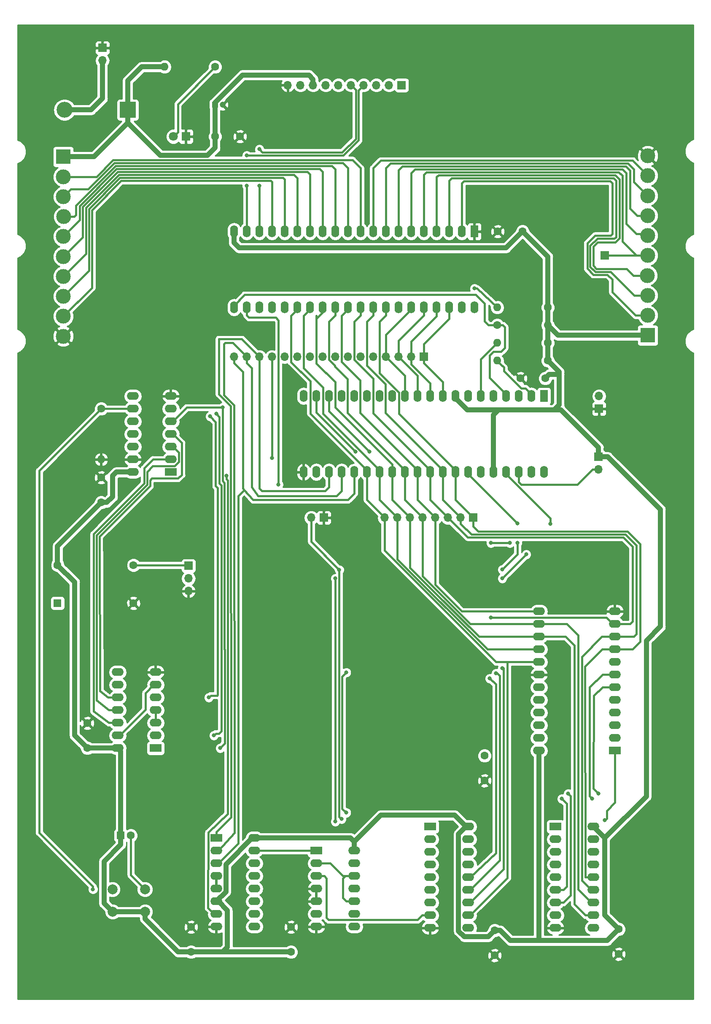
<source format=gbl>
G04 #@! TF.GenerationSoftware,KiCad,Pcbnew,(5.0.1-3-g963ef8bb5)*
G04 #@! TF.CreationDate,2021-04-15T11:53:04-07:00*
G04 #@! TF.ProjectId,three chip plus,7468726565206368697020706C75732E,rev?*
G04 #@! TF.SameCoordinates,Original*
G04 #@! TF.FileFunction,Copper,L2,Bot,Signal*
G04 #@! TF.FilePolarity,Positive*
%FSLAX46Y46*%
G04 Gerber Fmt 4.6, Leading zero omitted, Abs format (unit mm)*
G04 Created by KiCad (PCBNEW (5.0.1-3-g963ef8bb5)) date Thursday, 15 April 2021 at 11:53:04*
%MOMM*%
%LPD*%
G01*
G04 APERTURE LIST*
G04 #@! TA.AperFunction,ComponentPad*
%ADD10R,1.600000X2.400000*%
G04 #@! TD*
G04 #@! TA.AperFunction,ComponentPad*
%ADD11O,1.600000X2.400000*%
G04 #@! TD*
G04 #@! TA.AperFunction,ComponentPad*
%ADD12R,1.700000X1.700000*%
G04 #@! TD*
G04 #@! TA.AperFunction,ComponentPad*
%ADD13O,1.700000X1.700000*%
G04 #@! TD*
G04 #@! TA.AperFunction,ComponentPad*
%ADD14C,3.000000*%
G04 #@! TD*
G04 #@! TA.AperFunction,ComponentPad*
%ADD15R,3.000000X3.000000*%
G04 #@! TD*
G04 #@! TA.AperFunction,ComponentPad*
%ADD16C,1.600000*%
G04 #@! TD*
G04 #@! TA.AperFunction,ComponentPad*
%ADD17O,1.600000X1.600000*%
G04 #@! TD*
G04 #@! TA.AperFunction,ComponentPad*
%ADD18C,2.000000*%
G04 #@! TD*
G04 #@! TA.AperFunction,ComponentPad*
%ADD19R,1.600000X1.600000*%
G04 #@! TD*
G04 #@! TA.AperFunction,ComponentPad*
%ADD20R,1.200000X1.200000*%
G04 #@! TD*
G04 #@! TA.AperFunction,ComponentPad*
%ADD21C,1.200000*%
G04 #@! TD*
G04 #@! TA.AperFunction,ComponentPad*
%ADD22R,3.200000X3.200000*%
G04 #@! TD*
G04 #@! TA.AperFunction,ComponentPad*
%ADD23O,3.200000X3.200000*%
G04 #@! TD*
G04 #@! TA.AperFunction,ComponentPad*
%ADD24R,1.800000X1.800000*%
G04 #@! TD*
G04 #@! TA.AperFunction,ComponentPad*
%ADD25C,1.800000*%
G04 #@! TD*
G04 #@! TA.AperFunction,ComponentPad*
%ADD26R,2.400000X1.600000*%
G04 #@! TD*
G04 #@! TA.AperFunction,ComponentPad*
%ADD27O,2.400000X1.600000*%
G04 #@! TD*
G04 #@! TA.AperFunction,ViaPad*
%ADD28C,0.800000*%
G04 #@! TD*
G04 #@! TA.AperFunction,Conductor*
%ADD29C,1.016000*%
G04 #@! TD*
G04 #@! TA.AperFunction,Conductor*
%ADD30C,0.381000*%
G04 #@! TD*
G04 #@! TA.AperFunction,Conductor*
%ADD31C,0.254000*%
G04 #@! TD*
G04 APERTURE END LIST*
D10*
G04 #@! TO.P,U5,1*
G04 #@! TO.N,Net-(JP1-Pad2)*
X137668000Y-94234000D03*
D11*
G04 #@! TO.P,U5,21*
G04 #@! TO.N,GND*
X89408000Y-109474000D03*
G04 #@! TO.P,U5,2*
G04 #@! TO.N,Net-(R4-Pad2)*
X135128000Y-94234000D03*
G04 #@! TO.P,U5,22*
G04 #@! TO.N,/A12*
X91948000Y-109474000D03*
G04 #@! TO.P,U5,3*
G04 #@! TO.N,Net-(U5-Pad3)*
X132588000Y-94234000D03*
G04 #@! TO.P,U5,23*
G04 #@! TO.N,/A13*
X94488000Y-109474000D03*
G04 #@! TO.P,U5,4*
G04 #@! TO.N,Net-(R1-Pad1)*
X130048000Y-94234000D03*
G04 #@! TO.P,U5,24*
G04 #@! TO.N,/A14*
X97028000Y-109474000D03*
G04 #@! TO.P,U5,5*
G04 #@! TO.N,Net-(U5-Pad5)*
X127508000Y-94234000D03*
G04 #@! TO.P,U5,25*
G04 #@! TO.N,/A15*
X99568000Y-109474000D03*
G04 #@! TO.P,U5,6*
G04 #@! TO.N,~NMI*
X124968000Y-94234000D03*
G04 #@! TO.P,U5,26*
G04 #@! TO.N,/D7*
X102108000Y-109474000D03*
G04 #@! TO.P,U5,7*
G04 #@! TO.N,Net-(U5-Pad7)*
X122428000Y-94234000D03*
G04 #@! TO.P,U5,27*
G04 #@! TO.N,/D6*
X104648000Y-109474000D03*
G04 #@! TO.P,U5,8*
G04 #@! TO.N,+5V*
X119888000Y-94234000D03*
G04 #@! TO.P,U5,28*
G04 #@! TO.N,/D5*
X107188000Y-109474000D03*
G04 #@! TO.P,U5,9*
G04 #@! TO.N,/A0*
X117348000Y-94234000D03*
G04 #@! TO.P,U5,29*
G04 #@! TO.N,/D4*
X109728000Y-109474000D03*
G04 #@! TO.P,U5,10*
G04 #@! TO.N,/A1*
X114808000Y-94234000D03*
G04 #@! TO.P,U5,30*
G04 #@! TO.N,/D3*
X112268000Y-109474000D03*
G04 #@! TO.P,U5,11*
G04 #@! TO.N,/A2*
X112268000Y-94234000D03*
G04 #@! TO.P,U5,31*
G04 #@! TO.N,/D2*
X114808000Y-109474000D03*
G04 #@! TO.P,U5,12*
G04 #@! TO.N,/A3*
X109728000Y-94234000D03*
G04 #@! TO.P,U5,32*
G04 #@! TO.N,/D1*
X117348000Y-109474000D03*
G04 #@! TO.P,U5,13*
G04 #@! TO.N,/A4*
X107188000Y-94234000D03*
G04 #@! TO.P,U5,33*
G04 #@! TO.N,/D0*
X119888000Y-109474000D03*
G04 #@! TO.P,U5,14*
G04 #@! TO.N,/A5*
X104648000Y-94234000D03*
G04 #@! TO.P,U5,34*
G04 #@! TO.N,Net-(J7-Pad2)*
X122428000Y-109474000D03*
G04 #@! TO.P,U5,15*
G04 #@! TO.N,/A6*
X102108000Y-94234000D03*
G04 #@! TO.P,U5,35*
G04 #@! TO.N,Net-(U5-Pad35)*
X124968000Y-109474000D03*
G04 #@! TO.P,U5,16*
G04 #@! TO.N,/A7*
X99568000Y-94234000D03*
G04 #@! TO.P,U5,36*
G04 #@! TO.N,+5V*
X127508000Y-109474000D03*
G04 #@! TO.P,U5,17*
G04 #@! TO.N,/A8*
X97028000Y-94234000D03*
G04 #@! TO.P,U5,37*
G04 #@! TO.N,~PHI2*
X130048000Y-109474000D03*
G04 #@! TO.P,U5,18*
G04 #@! TO.N,/A9*
X94488000Y-94234000D03*
G04 #@! TO.P,U5,38*
G04 #@! TO.N,Net-(JP2-Pad2)*
X132588000Y-109474000D03*
G04 #@! TO.P,U5,19*
G04 #@! TO.N,/A10*
X91948000Y-94234000D03*
G04 #@! TO.P,U5,39*
G04 #@! TO.N,Net-(U5-Pad39)*
X135128000Y-109474000D03*
G04 #@! TO.P,U5,20*
G04 #@! TO.N,/A11*
X89408000Y-94234000D03*
G04 #@! TO.P,U5,40*
G04 #@! TO.N,~RES*
X137668000Y-109474000D03*
G04 #@! TD*
D12*
G04 #@! TO.P,J1,1*
G04 #@! TO.N,GND*
X49022000Y-24384000D03*
D13*
G04 #@! TO.P,J1,2*
G04 #@! TO.N,Net-(D1-Pad2)*
X49022000Y-26924000D03*
G04 #@! TD*
D14*
G04 #@! TO.P,J2,10*
G04 #@! TO.N,GND*
X41148000Y-82228000D03*
G04 #@! TO.P,J2,9*
G04 #@! TO.N,Net-(J2-Pad9)*
X41148000Y-78228000D03*
G04 #@! TO.P,J2,8*
G04 #@! TO.N,Net-(J2-Pad8)*
X41148000Y-74228000D03*
G04 #@! TO.P,J2,7*
G04 #@! TO.N,Net-(J2-Pad7)*
X41148000Y-70228000D03*
G04 #@! TO.P,J2,6*
G04 #@! TO.N,Net-(J2-Pad6)*
X41148000Y-66228000D03*
G04 #@! TO.P,J2,5*
G04 #@! TO.N,Net-(J2-Pad5)*
X41148000Y-62228000D03*
G04 #@! TO.P,J2,4*
G04 #@! TO.N,Net-(J2-Pad4)*
X41248000Y-58228000D03*
G04 #@! TO.P,J2,3*
G04 #@! TO.N,Net-(J2-Pad3)*
X41148000Y-54228000D03*
G04 #@! TO.P,J2,2*
G04 #@! TO.N,Net-(J2-Pad2)*
X41148000Y-50228000D03*
D15*
G04 #@! TO.P,J2,1*
G04 #@! TO.N,+5V*
X41148000Y-46228000D03*
G04 #@! TD*
G04 #@! TO.P,J3,1*
G04 #@! TO.N,+5V*
X158496000Y-82042000D03*
D14*
G04 #@! TO.P,J3,2*
G04 #@! TO.N,Net-(J3-Pad2)*
X158496000Y-78042000D03*
G04 #@! TO.P,J3,3*
G04 #@! TO.N,Net-(J3-Pad3)*
X158496000Y-74042000D03*
G04 #@! TO.P,J3,4*
G04 #@! TO.N,Net-(J3-Pad4)*
X158396000Y-70042000D03*
G04 #@! TO.P,J3,5*
G04 #@! TO.N,Net-(J3-Pad5)*
X158496000Y-66042000D03*
G04 #@! TO.P,J3,6*
G04 #@! TO.N,Net-(J3-Pad6)*
X158496000Y-62042000D03*
G04 #@! TO.P,J3,7*
G04 #@! TO.N,Net-(J3-Pad7)*
X158496000Y-58042000D03*
G04 #@! TO.P,J3,8*
G04 #@! TO.N,Net-(J3-Pad8)*
X158496000Y-54042000D03*
G04 #@! TO.P,J3,9*
G04 #@! TO.N,Net-(J3-Pad9)*
X158496000Y-50042000D03*
G04 #@! TO.P,J3,10*
G04 #@! TO.N,GND*
X158496000Y-46042000D03*
G04 #@! TD*
D12*
G04 #@! TO.P,J4,1*
G04 #@! TO.N,CA2*
X109093000Y-31877000D03*
D13*
G04 #@! TO.P,J4,2*
G04 #@! TO.N,CA1*
X106553000Y-31877000D03*
G04 #@! TO.P,J4,3*
G04 #@! TO.N,~NMI*
X104013000Y-31877000D03*
G04 #@! TO.P,J4,4*
G04 #@! TO.N,CB2*
X101473000Y-31877000D03*
G04 #@! TO.P,J4,5*
G04 #@! TO.N,CB1*
X98933000Y-31877000D03*
G04 #@! TO.P,J4,6*
G04 #@! TO.N,Net-(J4-Pad6)*
X96393000Y-31877000D03*
G04 #@! TO.P,J4,7*
G04 #@! TO.N,Net-(J4-Pad7)*
X93853000Y-31877000D03*
G04 #@! TO.P,J4,8*
G04 #@! TO.N,+5V*
X91313000Y-31877000D03*
G04 #@! TO.P,J4,9*
G04 #@! TO.N,Net-(J4-Pad9)*
X88773000Y-31877000D03*
G04 #@! TO.P,J4,10*
G04 #@! TO.N,GND*
X86233000Y-31877000D03*
G04 #@! TD*
D12*
G04 #@! TO.P,J5,1*
G04 #@! TO.N,/A0*
X113538000Y-86360000D03*
D13*
G04 #@! TO.P,J5,2*
G04 #@! TO.N,/A1*
X110998000Y-86360000D03*
G04 #@! TO.P,J5,3*
G04 #@! TO.N,/A2*
X108458000Y-86360000D03*
G04 #@! TO.P,J5,4*
G04 #@! TO.N,/A3*
X105918000Y-86360000D03*
G04 #@! TO.P,J5,5*
G04 #@! TO.N,/A4*
X103378000Y-86360000D03*
G04 #@! TO.P,J5,6*
G04 #@! TO.N,/A5*
X100838000Y-86360000D03*
G04 #@! TO.P,J5,7*
G04 #@! TO.N,/A6*
X98298000Y-86360000D03*
G04 #@! TO.P,J5,8*
G04 #@! TO.N,/A7*
X95758000Y-86360000D03*
G04 #@! TO.P,J5,9*
G04 #@! TO.N,/A8*
X93218000Y-86360000D03*
G04 #@! TO.P,J5,10*
G04 #@! TO.N,/A9*
X90678000Y-86360000D03*
G04 #@! TO.P,J5,11*
G04 #@! TO.N,/A10*
X88138000Y-86360000D03*
G04 #@! TO.P,J5,12*
G04 #@! TO.N,/A11*
X85598000Y-86360000D03*
G04 #@! TO.P,J5,13*
G04 #@! TO.N,/A12*
X83058000Y-86360000D03*
G04 #@! TO.P,J5,14*
G04 #@! TO.N,/A13*
X80518000Y-86360000D03*
G04 #@! TO.P,J5,15*
G04 #@! TO.N,/A14*
X77978000Y-86360000D03*
G04 #@! TO.P,J5,16*
G04 #@! TO.N,/A15*
X75438000Y-86360000D03*
G04 #@! TD*
D12*
G04 #@! TO.P,J6,1*
G04 #@! TO.N,/D0*
X123444000Y-118618000D03*
D13*
G04 #@! TO.P,J6,2*
G04 #@! TO.N,/D1*
X120904000Y-118618000D03*
G04 #@! TO.P,J6,3*
G04 #@! TO.N,/D2*
X118364000Y-118618000D03*
G04 #@! TO.P,J6,4*
G04 #@! TO.N,/D3*
X115824000Y-118618000D03*
G04 #@! TO.P,J6,5*
G04 #@! TO.N,/D4*
X113284000Y-118618000D03*
G04 #@! TO.P,J6,6*
G04 #@! TO.N,/D5*
X110744000Y-118618000D03*
G04 #@! TO.P,J6,7*
G04 #@! TO.N,/D6*
X108204000Y-118618000D03*
G04 #@! TO.P,J6,8*
G04 #@! TO.N,/D7*
X105664000Y-118618000D03*
G04 #@! TD*
G04 #@! TO.P,J7,2*
G04 #@! TO.N,Net-(J7-Pad2)*
X90932000Y-118618000D03*
D12*
G04 #@! TO.P,J7,1*
G04 #@! TO.N,GND*
X93472000Y-118618000D03*
G04 #@! TD*
G04 #@! TO.P,JP1,1*
G04 #@! TO.N,GND*
X148717000Y-96774000D03*
D13*
G04 #@! TO.P,JP1,2*
G04 #@! TO.N,Net-(JP1-Pad2)*
X148717000Y-94234000D03*
G04 #@! TD*
G04 #@! TO.P,JP2,2*
G04 #@! TO.N,Net-(JP2-Pad2)*
X148590000Y-108966000D03*
D12*
G04 #@! TO.P,JP2,1*
G04 #@! TO.N,+5V*
X148590000Y-106426000D03*
G04 #@! TD*
G04 #@! TO.P,JP3,1*
G04 #@! TO.N,Net-(JP3-Pad1)*
X66294000Y-128270000D03*
D13*
G04 #@! TO.P,JP3,2*
G04 #@! TO.N,~PHI2*
X66294000Y-130810000D03*
G04 #@! TO.P,JP3,3*
G04 #@! TO.N,GND*
X66294000Y-133350000D03*
G04 #@! TD*
D16*
G04 #@! TO.P,R1,1*
G04 #@! TO.N,Net-(R1-Pad1)*
X128270000Y-80010000D03*
D17*
G04 #@! TO.P,R1,2*
G04 #@! TO.N,+5V*
X138430000Y-80010000D03*
G04 #@! TD*
D16*
G04 #@! TO.P,R2,1*
G04 #@! TO.N,+5V*
X138430000Y-76454000D03*
D17*
G04 #@! TO.P,R2,2*
G04 #@! TO.N,CA1*
X128270000Y-76454000D03*
G04 #@! TD*
G04 #@! TO.P,R3,2*
G04 #@! TO.N,~NMI*
X128270000Y-83566000D03*
D16*
G04 #@! TO.P,R3,1*
G04 #@! TO.N,+5V*
X138430000Y-83566000D03*
G04 #@! TD*
D17*
G04 #@! TO.P,R4,2*
G04 #@! TO.N,Net-(R4-Pad2)*
X128270000Y-87122000D03*
D16*
G04 #@! TO.P,R4,1*
G04 #@! TO.N,+5V*
X138430000Y-87122000D03*
G04 #@! TD*
G04 #@! TO.P,R5,1*
G04 #@! TO.N,Net-(C3-Pad2)*
X48768000Y-96774000D03*
D17*
G04 #@! TO.P,R5,2*
G04 #@! TO.N,GND*
X48768000Y-106934000D03*
G04 #@! TD*
D18*
G04 #@! TO.P,SW1,2*
G04 #@! TO.N,+5V*
X51054000Y-197667000D03*
G04 #@! TO.P,SW1,1*
G04 #@! TO.N,Net-(C3-Pad2)*
X51054000Y-193167000D03*
G04 #@! TO.P,SW1,2*
G04 #@! TO.N,+5V*
X57554000Y-197667000D03*
G04 #@! TO.P,SW1,1*
G04 #@! TO.N,Net-(C3-Pad2)*
X57554000Y-193167000D03*
G04 #@! TD*
D19*
G04 #@! TO.P,X1,1*
G04 #@! TO.N,Net-(X1-Pad1)*
X40005000Y-135763000D03*
D16*
G04 #@! TO.P,X1,14*
G04 #@! TO.N,+5V*
X40005000Y-128143000D03*
G04 #@! TO.P,X1,8*
G04 #@! TO.N,Net-(JP3-Pad1)*
X55245000Y-128143000D03*
G04 #@! TO.P,X1,7*
G04 #@! TO.N,GND*
X55245000Y-135763000D03*
G04 #@! TD*
G04 #@! TO.P,C1,2*
G04 #@! TO.N,GND*
X76628000Y-42164000D03*
G04 #@! TO.P,C1,1*
G04 #@! TO.N,+5V*
X71628000Y-42164000D03*
G04 #@! TD*
D20*
G04 #@! TO.P,C2,1*
G04 #@! TO.N,+5V*
X71628000Y-35814000D03*
D21*
G04 #@! TO.P,C2,2*
G04 #@! TO.N,GND*
X73128000Y-35814000D03*
G04 #@! TD*
D19*
G04 #@! TO.P,C3,1*
G04 #@! TO.N,+5V*
X52705000Y-182372000D03*
D16*
G04 #@! TO.P,C3,2*
G04 #@! TO.N,Net-(C3-Pad2)*
X54705000Y-182372000D03*
G04 #@! TD*
G04 #@! TO.P,C4,1*
G04 #@! TO.N,+5V*
X45974000Y-164846000D03*
G04 #@! TO.P,C4,2*
G04 #@! TO.N,GND*
X45974000Y-159846000D03*
G04 #@! TD*
G04 #@! TO.P,C5,2*
G04 #@! TO.N,GND*
X125730000Y-171370000D03*
G04 #@! TO.P,C5,1*
G04 #@! TO.N,+5V*
X125730000Y-166370000D03*
G04 #@! TD*
G04 #@! TO.P,C6,1*
G04 #@! TO.N,+5V*
X133350000Y-61214000D03*
G04 #@! TO.P,C6,2*
G04 #@! TO.N,GND*
X128350000Y-61214000D03*
G04 #@! TD*
G04 #@! TO.P,C7,2*
G04 #@! TO.N,GND*
X132922000Y-90678000D03*
G04 #@! TO.P,C7,1*
G04 #@! TO.N,+5V*
X137922000Y-90678000D03*
G04 #@! TD*
G04 #@! TO.P,C8,1*
G04 #@! TO.N,+5V*
X48768000Y-115570000D03*
G04 #@! TO.P,C8,2*
G04 #@! TO.N,GND*
X48768000Y-110570000D03*
G04 #@! TD*
G04 #@! TO.P,C9,2*
G04 #@! TO.N,GND*
X66802000Y-200740000D03*
G04 #@! TO.P,C9,1*
G04 #@! TO.N,+5V*
X66802000Y-205740000D03*
G04 #@! TD*
G04 #@! TO.P,C10,1*
G04 #@! TO.N,+5V*
X86868000Y-205740000D03*
G04 #@! TO.P,C10,2*
G04 #@! TO.N,GND*
X86868000Y-200740000D03*
G04 #@! TD*
G04 #@! TO.P,C11,2*
G04 #@! TO.N,GND*
X127762000Y-206422000D03*
G04 #@! TO.P,C11,1*
G04 #@! TO.N,+5V*
X127762000Y-201422000D03*
G04 #@! TD*
G04 #@! TO.P,C12,1*
G04 #@! TO.N,+5V*
X152654000Y-201168000D03*
G04 #@! TO.P,C12,2*
G04 #@! TO.N,GND*
X152654000Y-206168000D03*
G04 #@! TD*
D22*
G04 #@! TO.P,D1,1*
G04 #@! TO.N,+5V*
X54102000Y-36830000D03*
D23*
G04 #@! TO.P,D1,2*
G04 #@! TO.N,Net-(D1-Pad2)*
X41402000Y-36830000D03*
G04 #@! TD*
D24*
G04 #@! TO.P,D2,1*
G04 #@! TO.N,GND*
X65786000Y-42164000D03*
D25*
G04 #@! TO.P,D2,2*
G04 #@! TO.N,Net-(D2-Pad2)*
X63246000Y-42164000D03*
G04 #@! TD*
D16*
G04 #@! TO.P,R6,1*
G04 #@! TO.N,Net-(D2-Pad2)*
X71628000Y-28194000D03*
D17*
G04 #@! TO.P,R6,2*
G04 #@! TO.N,+5V*
X61468000Y-28194000D03*
G04 #@! TD*
D26*
G04 #@! TO.P,U1,1*
G04 #@! TO.N,~IO_SEL*
X62738000Y-109474000D03*
D27*
G04 #@! TO.P,U1,8*
G04 #@! TO.N,~RES*
X55118000Y-94234000D03*
G04 #@! TO.P,U1,2*
G04 #@! TO.N,Net-(U1-Pad2)*
X62738000Y-106934000D03*
G04 #@! TO.P,U1,9*
G04 #@! TO.N,Net-(C3-Pad2)*
X55118000Y-96774000D03*
G04 #@! TO.P,U1,3*
G04 #@! TO.N,Net-(U1-Pad3)*
X62738000Y-104394000D03*
G04 #@! TO.P,U1,10*
G04 #@! TO.N,/PHI2*
X55118000Y-99314000D03*
G04 #@! TO.P,U1,4*
G04 #@! TO.N,Net-(U1-Pad4)*
X62738000Y-101854000D03*
G04 #@! TO.P,U1,11*
G04 #@! TO.N,~PHI2*
X55118000Y-101854000D03*
G04 #@! TO.P,U1,5*
G04 #@! TO.N,/A8*
X62738000Y-99314000D03*
G04 #@! TO.P,U1,12*
G04 #@! TO.N,Net-(U1-Pad12)*
X55118000Y-104394000D03*
G04 #@! TO.P,U1,6*
G04 #@! TO.N,Net-(U1-Pad6)*
X62738000Y-96774000D03*
G04 #@! TO.P,U1,13*
G04 #@! TO.N,GND*
X55118000Y-106934000D03*
G04 #@! TO.P,U1,7*
X62738000Y-94234000D03*
G04 #@! TO.P,U1,14*
G04 #@! TO.N,+5V*
X55118000Y-109474000D03*
G04 #@! TD*
G04 #@! TO.P,U2,14*
G04 #@! TO.N,+5V*
X99568000Y-185420000D03*
G04 #@! TO.P,U2,7*
G04 #@! TO.N,GND*
X91948000Y-200660000D03*
G04 #@! TO.P,U2,13*
G04 #@! TO.N,Net-(U2-Pad13)*
X99568000Y-187960000D03*
G04 #@! TO.P,U2,6*
G04 #@! TO.N,Net-(U2-Pad6)*
X91948000Y-198120000D03*
G04 #@! TO.P,U2,12*
G04 #@! TO.N,~PHI2*
X99568000Y-190500000D03*
G04 #@! TO.P,U2,5*
G04 #@! TO.N,GND*
X91948000Y-195580000D03*
G04 #@! TO.P,U2,11*
G04 #@! TO.N,~ROMCS*
X99568000Y-193040000D03*
G04 #@! TO.P,U2,4*
G04 #@! TO.N,GND*
X91948000Y-193040000D03*
G04 #@! TO.P,U2,10*
G04 #@! TO.N,~PHI2*
X99568000Y-195580000D03*
G04 #@! TO.P,U2,3*
G04 #@! TO.N,~RAM_CS*
X91948000Y-190500000D03*
G04 #@! TO.P,U2,9*
G04 #@! TO.N,Net-(J7-Pad2)*
X99568000Y-198120000D03*
G04 #@! TO.P,U2,2*
G04 #@! TO.N,~PHI2*
X91948000Y-187960000D03*
G04 #@! TO.P,U2,8*
G04 #@! TO.N,~RAM_WE*
X99568000Y-200660000D03*
D26*
G04 #@! TO.P,U2,1*
G04 #@! TO.N,Net-(U2-Pad1)*
X91948000Y-185420000D03*
G04 #@! TD*
G04 #@! TO.P,U3,1*
G04 #@! TO.N,/A8*
X59690000Y-164846000D03*
D27*
G04 #@! TO.P,U3,8*
G04 #@! TO.N,Net-(U2-Pad13)*
X52070000Y-149606000D03*
G04 #@! TO.P,U3,2*
G04 #@! TO.N,/A11*
X59690000Y-162306000D03*
G04 #@! TO.P,U3,9*
G04 #@! TO.N,Net-(U3-Pad9)*
X52070000Y-152146000D03*
G04 #@! TO.P,U3,3*
G04 #@! TO.N,Net-(U3-Pad3)*
X59690000Y-159766000D03*
G04 #@! TO.P,U3,10*
G04 #@! TO.N,Net-(U1-Pad4)*
X52070000Y-154686000D03*
G04 #@! TO.P,U3,4*
G04 #@! TO.N,Net-(U3-Pad3)*
X59690000Y-157226000D03*
G04 #@! TO.P,U3,11*
G04 #@! TO.N,Net-(U1-Pad3)*
X52070000Y-157226000D03*
G04 #@! TO.P,U3,5*
G04 #@! TO.N,/A12*
X59690000Y-154686000D03*
G04 #@! TO.P,U3,12*
G04 #@! TO.N,Net-(U1-Pad2)*
X52070000Y-159766000D03*
G04 #@! TO.P,U3,6*
G04 #@! TO.N,Net-(U3-Pad13)*
X59690000Y-152146000D03*
G04 #@! TO.P,U3,13*
X52070000Y-162306000D03*
G04 #@! TO.P,U3,7*
G04 #@! TO.N,GND*
X59690000Y-149606000D03*
G04 #@! TO.P,U3,14*
G04 #@! TO.N,+5V*
X52070000Y-164846000D03*
G04 #@! TD*
D11*
G04 #@! TO.P,U4,40*
G04 #@! TO.N,CA1*
X123698000Y-76454000D03*
G04 #@! TO.P,U4,20*
G04 #@! TO.N,+5V*
X75438000Y-61214000D03*
G04 #@! TO.P,U4,39*
G04 #@! TO.N,CA2*
X121158000Y-76454000D03*
G04 #@! TO.P,U4,19*
G04 #@! TO.N,CB2*
X77978000Y-61214000D03*
G04 #@! TO.P,U4,38*
G04 #@! TO.N,/A0*
X118618000Y-76454000D03*
G04 #@! TO.P,U4,18*
G04 #@! TO.N,CB1*
X80518000Y-61214000D03*
G04 #@! TO.P,U4,37*
G04 #@! TO.N,/A1*
X116078000Y-76454000D03*
G04 #@! TO.P,U4,17*
G04 #@! TO.N,Net-(J2-Pad9)*
X83058000Y-61214000D03*
G04 #@! TO.P,U4,36*
G04 #@! TO.N,/A2*
X113538000Y-76454000D03*
G04 #@! TO.P,U4,16*
G04 #@! TO.N,Net-(J2-Pad8)*
X85598000Y-61214000D03*
G04 #@! TO.P,U4,35*
G04 #@! TO.N,/A3*
X110998000Y-76454000D03*
G04 #@! TO.P,U4,15*
G04 #@! TO.N,Net-(J2-Pad7)*
X88138000Y-61214000D03*
G04 #@! TO.P,U4,34*
G04 #@! TO.N,~RES*
X108458000Y-76454000D03*
G04 #@! TO.P,U4,14*
G04 #@! TO.N,Net-(J2-Pad6)*
X90678000Y-61214000D03*
G04 #@! TO.P,U4,33*
G04 #@! TO.N,/D0*
X105918000Y-76454000D03*
G04 #@! TO.P,U4,13*
G04 #@! TO.N,Net-(J2-Pad5)*
X93218000Y-61214000D03*
G04 #@! TO.P,U4,32*
G04 #@! TO.N,/D1*
X103378000Y-76454000D03*
G04 #@! TO.P,U4,12*
G04 #@! TO.N,Net-(J2-Pad4)*
X95758000Y-61214000D03*
G04 #@! TO.P,U4,31*
G04 #@! TO.N,/D2*
X100838000Y-76454000D03*
G04 #@! TO.P,U4,11*
G04 #@! TO.N,Net-(J2-Pad3)*
X98298000Y-61214000D03*
G04 #@! TO.P,U4,30*
G04 #@! TO.N,/D3*
X98298000Y-76454000D03*
G04 #@! TO.P,U4,10*
G04 #@! TO.N,Net-(J2-Pad2)*
X100838000Y-61214000D03*
G04 #@! TO.P,U4,29*
G04 #@! TO.N,/D4*
X95758000Y-76454000D03*
G04 #@! TO.P,U4,9*
G04 #@! TO.N,Net-(J3-Pad9)*
X103378000Y-61214000D03*
G04 #@! TO.P,U4,28*
G04 #@! TO.N,/D5*
X93218000Y-76454000D03*
G04 #@! TO.P,U4,8*
G04 #@! TO.N,Net-(J3-Pad8)*
X105918000Y-61214000D03*
G04 #@! TO.P,U4,27*
G04 #@! TO.N,/D6*
X90678000Y-76454000D03*
G04 #@! TO.P,U4,7*
G04 #@! TO.N,Net-(J3-Pad7)*
X108458000Y-61214000D03*
G04 #@! TO.P,U4,26*
G04 #@! TO.N,/D7*
X88138000Y-76454000D03*
G04 #@! TO.P,U4,6*
G04 #@! TO.N,Net-(J3-Pad6)*
X110998000Y-61214000D03*
G04 #@! TO.P,U4,25*
G04 #@! TO.N,/PHI2*
X85598000Y-76454000D03*
G04 #@! TO.P,U4,5*
G04 #@! TO.N,Net-(J3-Pad5)*
X113538000Y-61214000D03*
G04 #@! TO.P,U4,24*
G04 #@! TO.N,Net-(U1-Pad6)*
X83058000Y-76454000D03*
G04 #@! TO.P,U4,4*
G04 #@! TO.N,Net-(J3-Pad4)*
X116078000Y-61214000D03*
G04 #@! TO.P,U4,23*
G04 #@! TO.N,~IO_SEL*
X80518000Y-76454000D03*
G04 #@! TO.P,U4,3*
G04 #@! TO.N,Net-(J3-Pad3)*
X118618000Y-61214000D03*
G04 #@! TO.P,U4,22*
G04 #@! TO.N,Net-(J7-Pad2)*
X77978000Y-76454000D03*
G04 #@! TO.P,U4,2*
G04 #@! TO.N,Net-(J3-Pad2)*
X121158000Y-61214000D03*
G04 #@! TO.P,U4,21*
G04 #@! TO.N,Net-(R1-Pad1)*
X75438000Y-76454000D03*
D10*
G04 #@! TO.P,U4,1*
G04 #@! TO.N,GND*
X123698000Y-61214000D03*
G04 #@! TD*
D26*
G04 #@! TO.P,U6,1*
G04 #@! TO.N,/A13*
X71882000Y-182880000D03*
D27*
G04 #@! TO.P,U6,9*
G04 #@! TO.N,Net-(U6-Pad9)*
X79502000Y-200660000D03*
G04 #@! TO.P,U6,2*
G04 #@! TO.N,/A14*
X71882000Y-185420000D03*
G04 #@! TO.P,U6,10*
G04 #@! TO.N,Net-(U6-Pad10)*
X79502000Y-198120000D03*
G04 #@! TO.P,U6,3*
G04 #@! TO.N,/A15*
X71882000Y-187960000D03*
G04 #@! TO.P,U6,11*
G04 #@! TO.N,Net-(U6-Pad11)*
X79502000Y-195580000D03*
G04 #@! TO.P,U6,4*
G04 #@! TO.N,GND*
X71882000Y-190500000D03*
G04 #@! TO.P,U6,12*
G04 #@! TO.N,Net-(U6-Pad12)*
X79502000Y-193040000D03*
G04 #@! TO.P,U6,5*
G04 #@! TO.N,GND*
X71882000Y-193040000D03*
G04 #@! TO.P,U6,13*
G04 #@! TO.N,Net-(U6-Pad13)*
X79502000Y-190500000D03*
G04 #@! TO.P,U6,6*
G04 #@! TO.N,+5V*
X71882000Y-195580000D03*
G04 #@! TO.P,U6,14*
G04 #@! TO.N,Net-(U3-Pad9)*
X79502000Y-187960000D03*
G04 #@! TO.P,U6,7*
G04 #@! TO.N,~IO_SEL*
X71882000Y-198120000D03*
G04 #@! TO.P,U6,15*
G04 #@! TO.N,Net-(U2-Pad1)*
X79502000Y-185420000D03*
G04 #@! TO.P,U6,8*
G04 #@! TO.N,GND*
X71882000Y-200660000D03*
G04 #@! TO.P,U6,16*
G04 #@! TO.N,+5V*
X79502000Y-182880000D03*
G04 #@! TD*
D26*
G04 #@! TO.P,U7,1*
G04 #@! TO.N,/A7*
X151892000Y-165354000D03*
D27*
G04 #@! TO.P,U7,13*
G04 #@! TO.N,/D3*
X136652000Y-137414000D03*
G04 #@! TO.P,U7,2*
G04 #@! TO.N,/A6*
X151892000Y-162814000D03*
G04 #@! TO.P,U7,14*
G04 #@! TO.N,/D4*
X136652000Y-139954000D03*
G04 #@! TO.P,U7,3*
G04 #@! TO.N,/A5*
X151892000Y-160274000D03*
G04 #@! TO.P,U7,15*
G04 #@! TO.N,/D5*
X136652000Y-142494000D03*
G04 #@! TO.P,U7,4*
G04 #@! TO.N,/A4*
X151892000Y-157734000D03*
G04 #@! TO.P,U7,16*
G04 #@! TO.N,/D6*
X136652000Y-145034000D03*
G04 #@! TO.P,U7,5*
G04 #@! TO.N,/A3*
X151892000Y-155194000D03*
G04 #@! TO.P,U7,17*
G04 #@! TO.N,/D7*
X136652000Y-147574000D03*
G04 #@! TO.P,U7,6*
G04 #@! TO.N,/A2*
X151892000Y-152654000D03*
G04 #@! TO.P,U7,18*
G04 #@! TO.N,GND*
X136652000Y-150114000D03*
G04 #@! TO.P,U7,7*
G04 #@! TO.N,/A1*
X151892000Y-150114000D03*
G04 #@! TO.P,U7,19*
G04 #@! TO.N,/A10*
X136652000Y-152654000D03*
G04 #@! TO.P,U7,8*
G04 #@! TO.N,/A0*
X151892000Y-147574000D03*
G04 #@! TO.P,U7,20*
G04 #@! TO.N,~ROMCS*
X136652000Y-155194000D03*
G04 #@! TO.P,U7,9*
G04 #@! TO.N,/D0*
X151892000Y-145034000D03*
G04 #@! TO.P,U7,21*
G04 #@! TO.N,~RAM_WE*
X136652000Y-157734000D03*
G04 #@! TO.P,U7,10*
G04 #@! TO.N,/D1*
X151892000Y-142494000D03*
G04 #@! TO.P,U7,22*
G04 #@! TO.N,/A9*
X136652000Y-160274000D03*
G04 #@! TO.P,U7,11*
G04 #@! TO.N,/D2*
X151892000Y-139954000D03*
G04 #@! TO.P,U7,23*
G04 #@! TO.N,/A8*
X136652000Y-162814000D03*
G04 #@! TO.P,U7,12*
G04 #@! TO.N,GND*
X151892000Y-137414000D03*
G04 #@! TO.P,U7,24*
G04 #@! TO.N,+5V*
X136652000Y-165354000D03*
G04 #@! TD*
D26*
G04 #@! TO.P,U8,1*
G04 #@! TO.N,/A6*
X114808000Y-180594000D03*
D27*
G04 #@! TO.P,U8,10*
G04 #@! TO.N,~RAM_WE*
X122428000Y-200914000D03*
G04 #@! TO.P,U8,2*
G04 #@! TO.N,/A5*
X114808000Y-183134000D03*
G04 #@! TO.P,U8,11*
G04 #@! TO.N,/D7*
X122428000Y-198374000D03*
G04 #@! TO.P,U8,3*
G04 #@! TO.N,/A4*
X114808000Y-185674000D03*
G04 #@! TO.P,U8,12*
G04 #@! TO.N,/D6*
X122428000Y-195834000D03*
G04 #@! TO.P,U8,4*
G04 #@! TO.N,/A3*
X114808000Y-188214000D03*
G04 #@! TO.P,U8,13*
G04 #@! TO.N,/D3*
X122428000Y-193294000D03*
G04 #@! TO.P,U8,5*
G04 #@! TO.N,/A0*
X114808000Y-190754000D03*
G04 #@! TO.P,U8,14*
G04 #@! TO.N,/D2*
X122428000Y-190754000D03*
G04 #@! TO.P,U8,6*
G04 #@! TO.N,/A1*
X114808000Y-193294000D03*
G04 #@! TO.P,U8,15*
G04 #@! TO.N,/A9*
X122428000Y-188214000D03*
G04 #@! TO.P,U8,7*
G04 #@! TO.N,/A2*
X114808000Y-195834000D03*
G04 #@! TO.P,U8,16*
G04 #@! TO.N,/A8*
X122428000Y-185674000D03*
G04 #@! TO.P,U8,8*
G04 #@! TO.N,~RAM_CS*
X114808000Y-198374000D03*
G04 #@! TO.P,U8,17*
G04 #@! TO.N,/A7*
X122428000Y-183134000D03*
G04 #@! TO.P,U8,9*
G04 #@! TO.N,GND*
X114808000Y-200914000D03*
G04 #@! TO.P,U8,18*
G04 #@! TO.N,+5V*
X122428000Y-180594000D03*
G04 #@! TD*
G04 #@! TO.P,U9,18*
G04 #@! TO.N,+5V*
X147574000Y-180594000D03*
G04 #@! TO.P,U9,9*
G04 #@! TO.N,GND*
X139954000Y-200914000D03*
G04 #@! TO.P,U9,17*
G04 #@! TO.N,/A7*
X147574000Y-183134000D03*
G04 #@! TO.P,U9,8*
G04 #@! TO.N,~RAM_CS*
X139954000Y-198374000D03*
G04 #@! TO.P,U9,16*
G04 #@! TO.N,/A8*
X147574000Y-185674000D03*
G04 #@! TO.P,U9,7*
G04 #@! TO.N,/A2*
X139954000Y-195834000D03*
G04 #@! TO.P,U9,15*
G04 #@! TO.N,/A9*
X147574000Y-188214000D03*
G04 #@! TO.P,U9,6*
G04 #@! TO.N,/A1*
X139954000Y-193294000D03*
G04 #@! TO.P,U9,14*
G04 #@! TO.N,/D0*
X147574000Y-190754000D03*
G04 #@! TO.P,U9,5*
G04 #@! TO.N,/A0*
X139954000Y-190754000D03*
G04 #@! TO.P,U9,13*
G04 #@! TO.N,/D1*
X147574000Y-193294000D03*
G04 #@! TO.P,U9,4*
G04 #@! TO.N,/A3*
X139954000Y-188214000D03*
G04 #@! TO.P,U9,12*
G04 #@! TO.N,/D4*
X147574000Y-195834000D03*
G04 #@! TO.P,U9,3*
G04 #@! TO.N,/A4*
X139954000Y-185674000D03*
G04 #@! TO.P,U9,11*
G04 #@! TO.N,/D5*
X147574000Y-198374000D03*
G04 #@! TO.P,U9,2*
G04 #@! TO.N,/A5*
X139954000Y-183134000D03*
G04 #@! TO.P,U9,10*
G04 #@! TO.N,~RAM_WE*
X147574000Y-200914000D03*
D26*
G04 #@! TO.P,U9,1*
G04 #@! TO.N,/A6*
X139954000Y-180594000D03*
G04 #@! TD*
D12*
G04 #@! TO.P,TP1,1*
G04 #@! TO.N,Net-(J3-Pad5)*
X149860000Y-66040000D03*
G04 #@! TD*
D28*
G04 #@! TO.N,GND*
X141732000Y-125222000D03*
X141732000Y-126492000D03*
X141732000Y-127762000D03*
G04 #@! TO.N,Net-(C3-Pad2)*
X47117000Y-193167000D03*
G04 #@! TO.N,CA1*
X123698000Y-72644000D03*
G04 #@! TO.N,CB2*
X77978000Y-45974000D03*
X77978000Y-52070000D03*
X77978000Y-52070000D03*
G04 #@! TO.N,CB1*
X80518000Y-52070000D03*
X80518000Y-44704000D03*
G04 #@! TO.N,Net-(J7-Pad2)*
X84357499Y-111984501D03*
X97028000Y-179070000D03*
X96548501Y-129060501D03*
X132334000Y-119780000D03*
X132334000Y-123698000D03*
X129286000Y-129032000D03*
G04 #@! TO.N,~PHI2*
X95758000Y-179578000D03*
X95758000Y-130810000D03*
X138938000Y-119888000D03*
X134112000Y-125984000D03*
X129286000Y-130810000D03*
G04 #@! TO.N,~IO_SEL*
X73914000Y-110236000D03*
G04 #@! TO.N,/A8*
X130810000Y-123698000D03*
X73152000Y-96520000D03*
X72644000Y-164846000D03*
X127000000Y-123698000D03*
G04 #@! TO.N,Net-(U2-Pad13)*
X97977490Y-177800000D03*
X97977490Y-149672510D03*
G04 #@! TO.N,/A11*
X71882000Y-97790000D03*
X71374000Y-162306000D03*
G04 #@! TO.N,/A12*
X83058000Y-106680000D03*
X70612000Y-98298000D03*
X70358000Y-154686000D03*
G04 #@! TO.N,/A1*
X141224000Y-175006000D03*
X147320000Y-175006000D03*
G04 #@! TO.N,/A2*
X142494000Y-173990000D03*
X148590000Y-173990000D03*
G04 #@! TO.N,/D2*
X126746000Y-150876000D03*
X127000000Y-138684000D03*
G04 #@! TO.N,/D3*
X128016000Y-149860000D03*
G04 #@! TO.N,/D6*
X129286000Y-148844000D03*
G04 #@! TO.N,/A7*
X149860000Y-179324000D03*
G04 #@! TO.N,/A9*
X102616000Y-105410000D03*
G04 #@! TO.N,/A10*
X99822000Y-105410000D03*
G04 #@! TD*
D29*
G04 #@! TO.N,+5V*
X54102000Y-39446000D02*
X54102000Y-36830000D01*
X47320000Y-46228000D02*
X54102000Y-39446000D01*
X41148000Y-46228000D02*
X47320000Y-46228000D01*
X54102000Y-36830000D02*
X54102000Y-30988000D01*
X56896000Y-28194000D02*
X61468000Y-28194000D01*
X54102000Y-30988000D02*
X56896000Y-28194000D01*
X71628000Y-35814000D02*
X71628000Y-42164000D01*
X54102000Y-39446000D02*
X60630000Y-45974000D01*
X60630000Y-45974000D02*
X70104000Y-45974000D01*
X71628000Y-44450000D02*
X71628000Y-42164000D01*
X70104000Y-45974000D02*
X71628000Y-44450000D01*
X130048000Y-64516000D02*
X76454000Y-64516000D01*
X133350000Y-61214000D02*
X130048000Y-64516000D01*
X75438000Y-63500000D02*
X75438000Y-61214000D01*
X76454000Y-64516000D02*
X75438000Y-63500000D01*
X138430000Y-87122000D02*
X138430000Y-83566000D01*
X138430000Y-83566000D02*
X138430000Y-80010000D01*
X138430000Y-80010000D02*
X138430000Y-76454000D01*
X138430000Y-66294000D02*
X133350000Y-61214000D01*
X138430000Y-76454000D02*
X138430000Y-66294000D01*
X140462000Y-82042000D02*
X138430000Y-80010000D01*
X158496000Y-82042000D02*
X140462000Y-82042000D01*
X119888000Y-94634000D02*
X122282000Y-97028000D01*
X119888000Y-94234000D02*
X119888000Y-94634000D01*
X139700000Y-97028000D02*
X140716000Y-96012000D01*
X140716000Y-89408000D02*
X138430000Y-87122000D01*
X140678001Y-89878001D02*
X140716000Y-89916000D01*
X138721999Y-89878001D02*
X140678001Y-89878001D01*
X137922000Y-90678000D02*
X138721999Y-89878001D01*
X140716000Y-89916000D02*
X140716000Y-89408000D01*
X140716000Y-96012000D02*
X140716000Y-89916000D01*
X71628000Y-35814000D02*
X71628000Y-35378158D01*
X49899370Y-115570000D02*
X51054000Y-114415370D01*
X48768000Y-115570000D02*
X49899370Y-115570000D01*
X51054000Y-114415370D02*
X51054000Y-110236000D01*
X51816000Y-109474000D02*
X55118000Y-109474000D01*
X51054000Y-110236000D02*
X51816000Y-109474000D01*
X127508000Y-98044000D02*
X128524000Y-97028000D01*
X127508000Y-109474000D02*
X127508000Y-98044000D01*
X128524000Y-97028000D02*
X139700000Y-97028000D01*
X122282000Y-97028000D02*
X128524000Y-97028000D01*
X148590000Y-104560000D02*
X148590000Y-106426000D01*
X141058000Y-97028000D02*
X148590000Y-104560000D01*
X139700000Y-97028000D02*
X141058000Y-97028000D01*
X120519990Y-201538638D02*
X121673352Y-202692000D01*
X120519990Y-182102010D02*
X120519990Y-201538638D01*
X122028000Y-180594000D02*
X120519990Y-182102010D01*
X122428000Y-180594000D02*
X122028000Y-180594000D01*
X126492000Y-202692000D02*
X127762000Y-201422000D01*
X121673352Y-202692000D02*
X126492000Y-202692000D01*
X147574000Y-180601352D02*
X149860000Y-182887352D01*
X147574000Y-180594000D02*
X147574000Y-180601352D01*
X149860000Y-198374000D02*
X152654000Y-201168000D01*
X149860000Y-182887352D02*
X149860000Y-198374000D01*
X128893370Y-201422000D02*
X130925370Y-203454000D01*
X127762000Y-201422000D02*
X128893370Y-201422000D01*
X150368000Y-203454000D02*
X152654000Y-201168000D01*
X99568000Y-183604000D02*
X99568000Y-185420000D01*
X98844000Y-182880000D02*
X99568000Y-183604000D01*
X79502000Y-182880000D02*
X98844000Y-182880000D01*
X122028000Y-180594000D02*
X119742000Y-178308000D01*
X104864000Y-178308000D02*
X99568000Y-183604000D01*
X119742000Y-178308000D02*
X104864000Y-178308000D01*
X51054000Y-197667000D02*
X57554000Y-197667000D01*
X65670630Y-205740000D02*
X66802000Y-205740000D01*
X64212787Y-205740000D02*
X65670630Y-205740000D01*
X57554000Y-199081213D02*
X64212787Y-205740000D01*
X57554000Y-197667000D02*
X57554000Y-199081213D01*
X66802000Y-205740000D02*
X73152000Y-205740000D01*
X72282000Y-195580000D02*
X71882000Y-195580000D01*
X74098000Y-197396000D02*
X72282000Y-195580000D01*
X74098000Y-204794000D02*
X74098000Y-197396000D01*
X73152000Y-205740000D02*
X74098000Y-204794000D01*
X79102000Y-182880000D02*
X79502000Y-182880000D01*
X73790010Y-193671990D02*
X73790010Y-188191990D01*
X73790010Y-188191990D02*
X79102000Y-182880000D01*
X71882000Y-195580000D02*
X73790010Y-193671990D01*
X49345999Y-187547001D02*
X52705000Y-184188000D01*
X49345999Y-195958999D02*
X49345999Y-187547001D01*
X52705000Y-184188000D02*
X52705000Y-182372000D01*
X51054000Y-197667000D02*
X49345999Y-195958999D01*
X52705000Y-165481000D02*
X52070000Y-164846000D01*
X52705000Y-182372000D02*
X52705000Y-165481000D01*
X52070000Y-164846000D02*
X45974000Y-164846000D01*
X45174001Y-164046001D02*
X45974000Y-164846000D01*
X43434000Y-162306000D02*
X45174001Y-164046001D01*
X43434000Y-131572000D02*
X43434000Y-162306000D01*
X40005000Y-128143000D02*
X43434000Y-131572000D01*
X40005000Y-124333000D02*
X48768000Y-115570000D01*
X40005000Y-128143000D02*
X40005000Y-124333000D01*
X86868000Y-205740000D02*
X73152000Y-205740000D01*
X136652000Y-203454000D02*
X150368000Y-203454000D01*
X136652000Y-167170000D02*
X136652000Y-203454000D01*
X136652000Y-165354000D02*
X136652000Y-167170000D01*
X130925370Y-203454000D02*
X136652000Y-203454000D01*
X150456000Y-106426000D02*
X148590000Y-106426000D01*
X161036000Y-140462000D02*
X161036000Y-117006000D01*
X158204001Y-174543351D02*
X158204001Y-143293999D01*
X161036000Y-117006000D02*
X150456000Y-106426000D01*
X158204001Y-143293999D02*
X161036000Y-140462000D01*
X149860000Y-182887352D02*
X158204001Y-174543351D01*
X91313000Y-30674919D02*
X90483081Y-29845000D01*
X91313000Y-31877000D02*
X91313000Y-30674919D01*
X90483081Y-29845000D02*
X77161158Y-29845000D01*
X71628000Y-35378158D02*
X77161158Y-29845000D01*
D30*
G04 #@! TO.N,Net-(C3-Pad2)*
X49899370Y-96774000D02*
X55118000Y-96774000D01*
X48768000Y-96774000D02*
X49899370Y-96774000D01*
X54705000Y-190318000D02*
X57554000Y-193167000D01*
X54705000Y-182372000D02*
X54705000Y-190318000D01*
X47117000Y-192601315D02*
X36322000Y-181806315D01*
X47117000Y-193167000D02*
X47117000Y-192601315D01*
X36322000Y-109220000D02*
X48768000Y-96774000D01*
X36322000Y-181806315D02*
X36322000Y-109220000D01*
D29*
G04 #@! TO.N,Net-(D1-Pad2)*
X49022000Y-34544000D02*
X49022000Y-26924000D01*
X46736000Y-36830000D02*
X49022000Y-34544000D01*
X41402000Y-36830000D02*
X46736000Y-36830000D01*
D30*
G04 #@! TO.N,Net-(J2-Pad9)*
X41148000Y-78228000D02*
X46890862Y-72485138D01*
X46890862Y-72485138D02*
X46890862Y-56904842D01*
X46890862Y-56904842D02*
X52776674Y-51019030D01*
X52776674Y-51019030D02*
X82769030Y-51019030D01*
X83058000Y-51308000D02*
X83058000Y-61214000D01*
X82769030Y-51019030D02*
X83058000Y-51308000D01*
G04 #@! TO.N,Net-(J2-Pad8)*
X85236020Y-50438020D02*
X85598000Y-50800000D01*
X52536012Y-50438020D02*
X85236020Y-50438020D01*
X46301010Y-56673022D02*
X52536012Y-50438020D01*
X85598000Y-50800000D02*
X85598000Y-61214000D01*
X46301010Y-69074990D02*
X46301010Y-56673022D01*
X41148000Y-74228000D02*
X46301010Y-69074990D01*
G04 #@! TO.N,Net-(J2-Pad7)*
X88138000Y-50546000D02*
X88138000Y-61214000D01*
X87449010Y-49857010D02*
X88138000Y-50546000D01*
X52295350Y-49857010D02*
X87449010Y-49857010D01*
X45720000Y-56432360D02*
X52295350Y-49857010D01*
X45720000Y-65656000D02*
X45720000Y-56432360D01*
X41148000Y-70228000D02*
X45720000Y-65656000D01*
G04 #@! TO.N,Net-(J2-Pad6)*
X90170000Y-49276000D02*
X90678000Y-49784000D01*
X52054688Y-49276000D02*
X90170000Y-49276000D01*
X45031009Y-62344991D02*
X45031010Y-56299678D01*
X45031010Y-56299678D02*
X52054688Y-49276000D01*
X90678000Y-49784000D02*
X90678000Y-61214000D01*
X41148000Y-66228000D02*
X45031009Y-62344991D01*
G04 #@! TO.N,Net-(J2-Pad5)*
X92602020Y-48660020D02*
X93218000Y-49276000D01*
X51848996Y-48660020D02*
X92602020Y-48660020D01*
X44450000Y-58926000D02*
X44450000Y-56059016D01*
X44450000Y-56059016D02*
X51848996Y-48660020D01*
X93218000Y-49276000D02*
X93218000Y-61214000D01*
X41148000Y-62228000D02*
X44450000Y-58926000D01*
G04 #@! TO.N,Net-(J2-Pad4)*
X95758000Y-48768000D02*
X95758000Y-61214000D01*
X95069010Y-48079010D02*
X95758000Y-48768000D01*
X43688000Y-55999344D02*
X51608334Y-48079010D01*
X43688000Y-57909320D02*
X43688000Y-55999344D01*
X43369320Y-58228000D02*
X43688000Y-57909320D01*
X51608334Y-48079010D02*
X95069010Y-48079010D01*
X41248000Y-58228000D02*
X43369320Y-58228000D01*
G04 #@! TO.N,Net-(J2-Pad3)*
X98298000Y-48514000D02*
X98298000Y-61214000D01*
X51367672Y-47498000D02*
X97282000Y-47498000D01*
X97282000Y-47498000D02*
X98298000Y-48514000D01*
X46137671Y-52728001D02*
X51367672Y-47498000D01*
X42647999Y-52728001D02*
X46137671Y-52728001D01*
X41148000Y-54228000D02*
X42647999Y-52728001D01*
G04 #@! TO.N,Net-(J2-Pad2)*
X41148000Y-50228000D02*
X47816000Y-50228000D01*
X51171490Y-46872510D02*
X99196510Y-46872510D01*
X47816000Y-50228000D02*
X51171490Y-46872510D01*
X100838000Y-48514000D02*
X100838000Y-61214000D01*
X99196510Y-46872510D02*
X100838000Y-48514000D01*
G04 #@! TO.N,Net-(J3-Pad2)*
X121592990Y-51127010D02*
X121158000Y-51562000D01*
X150949010Y-51127010D02*
X121592990Y-51127010D01*
X121158000Y-51562000D02*
X121158000Y-61214000D01*
X156020000Y-78042000D02*
X151384000Y-73406000D01*
X151384000Y-51562000D02*
X150949010Y-51127010D01*
X158496000Y-78042000D02*
X156020000Y-78042000D01*
X151384000Y-51562000D02*
X151384000Y-61722000D01*
X151076010Y-62029990D02*
X147901010Y-62029990D01*
X151384000Y-61722000D02*
X151076010Y-62029990D01*
X146357990Y-63573010D02*
X146357990Y-68633990D01*
X147901010Y-62029990D02*
X146357990Y-63573010D01*
X147593020Y-69869020D02*
X150387020Y-69869020D01*
X146357990Y-68633990D02*
X147593020Y-69869020D01*
X151384000Y-70866000D02*
X151384000Y-73406000D01*
X150387020Y-69869020D02*
X151384000Y-70866000D01*
G04 #@! TO.N,Net-(J3-Pad3)*
X146939000Y-64075328D02*
X148403328Y-62611000D01*
X158496000Y-74042000D02*
X155830000Y-74042000D01*
X146939000Y-68258672D02*
X146939000Y-64075328D01*
X151076010Y-69288010D02*
X147968338Y-69288010D01*
X155830000Y-74042000D02*
X151076010Y-69288010D01*
X147968338Y-69288010D02*
X146939000Y-68258672D01*
X118618000Y-51054000D02*
X118618000Y-61214000D01*
X119126000Y-50546000D02*
X118618000Y-51054000D01*
X151638000Y-50546000D02*
X119126000Y-50546000D01*
X152146000Y-51054000D02*
X151638000Y-50546000D01*
X152146000Y-62357000D02*
X152146000Y-51054000D01*
X151765000Y-62611000D02*
X152146000Y-62357000D01*
X148463000Y-62611000D02*
X151765000Y-62611000D01*
G04 #@! TO.N,Net-(J3-Pad4)*
X116078000Y-50292000D02*
X116078000Y-61214000D01*
X116474950Y-49895050D02*
X116078000Y-50292000D01*
X152834990Y-50726990D02*
X152003050Y-49895050D01*
X152003050Y-49895050D02*
X116474950Y-49895050D01*
X158396000Y-70042000D02*
X155640000Y-70042000D01*
X152834990Y-50726990D02*
X152834990Y-62557010D01*
X152834990Y-62557010D02*
X152019000Y-63373000D01*
X148463000Y-63373000D02*
X147574000Y-64262000D01*
X147574000Y-64262000D02*
X147574000Y-68072000D01*
X148209000Y-68707000D02*
X154305000Y-68707000D01*
X147574000Y-68072000D02*
X148209000Y-68707000D01*
X155640000Y-70042000D02*
X154305000Y-68707000D01*
X148844000Y-63373000D02*
X149733000Y-63373000D01*
X152019000Y-63373000D02*
X148844000Y-63373000D01*
X148844000Y-63373000D02*
X148463000Y-63373000D01*
G04 #@! TO.N,Net-(J3-Pad5)*
X156212000Y-66042000D02*
X158496000Y-66042000D01*
X153416000Y-63246000D02*
X156212000Y-66042000D01*
X153416000Y-50038000D02*
X153416000Y-63246000D01*
X152692040Y-49314040D02*
X153416000Y-50038000D01*
X114046000Y-49314040D02*
X152692040Y-49314040D01*
X113538000Y-49822040D02*
X114046000Y-49314040D01*
X113538000Y-61214000D02*
X113538000Y-49822040D01*
X156210000Y-66040000D02*
X156212000Y-66042000D01*
X149860000Y-66040000D02*
X156210000Y-66040000D01*
G04 #@! TO.N,Net-(J3-Pad6)*
X154178000Y-59690000D02*
X156210000Y-61722000D01*
X156210000Y-61722000D02*
X158176000Y-61722000D01*
X154178000Y-49530000D02*
X154178000Y-59690000D01*
X113538000Y-48768000D02*
X113572970Y-48733030D01*
X158176000Y-61722000D02*
X158496000Y-62042000D01*
X111760000Y-48768000D02*
X113538000Y-48768000D01*
X113572970Y-48733030D02*
X153381030Y-48733030D01*
X153381030Y-48733030D02*
X154178000Y-49530000D01*
X110998000Y-49530000D02*
X111760000Y-48768000D01*
X110998000Y-61214000D02*
X110998000Y-49530000D01*
G04 #@! TO.N,Net-(J3-Pad7)*
X154940000Y-56607320D02*
X156374680Y-58042000D01*
X154940000Y-49022000D02*
X154940000Y-56607320D01*
X154070020Y-48152020D02*
X154940000Y-49022000D01*
X108458000Y-61214000D02*
X108458000Y-48914020D01*
X109220000Y-48152020D02*
X154070020Y-48152020D01*
X156374680Y-58042000D02*
X158496000Y-58042000D01*
X108458000Y-48914020D02*
X109220000Y-48152020D01*
G04 #@! TO.N,Net-(J3-Pad8)*
X105918000Y-48514000D02*
X106860990Y-47571010D01*
X155702000Y-48768000D02*
X155702000Y-51248000D01*
X154505010Y-47571010D02*
X155702000Y-48768000D01*
X155702000Y-51248000D02*
X158496000Y-54042000D01*
X106860990Y-47571010D02*
X154505010Y-47571010D01*
X105918000Y-61214000D02*
X105918000Y-48514000D01*
G04 #@! TO.N,Net-(J3-Pad9)*
X155444000Y-46990000D02*
X158496000Y-50042000D01*
X104902000Y-46990000D02*
X155444000Y-46990000D01*
X103378000Y-48514000D02*
X104902000Y-46990000D01*
X103378000Y-61214000D02*
X103378000Y-48514000D01*
G04 #@! TO.N,CA1*
X124206000Y-72644000D02*
X128270000Y-76454000D01*
X123698000Y-72644000D02*
X124206000Y-72644000D01*
G04 #@! TO.N,~NMI*
X124968000Y-86868000D02*
X128270000Y-83566000D01*
X124968000Y-94234000D02*
X124968000Y-86868000D01*
G04 #@! TO.N,CB2*
X77978000Y-52070000D02*
X77978000Y-52070000D01*
X77978000Y-52070000D02*
X77978000Y-52070000D01*
X77978000Y-61214000D02*
X77978000Y-52070000D01*
X77978000Y-45974000D02*
X97409000Y-45974000D01*
X97409000Y-45974000D02*
X100457000Y-42926000D01*
X100457000Y-32893000D02*
X101473000Y-31877000D01*
X100457000Y-42926000D02*
X100457000Y-32893000D01*
G04 #@! TO.N,CB1*
X80518000Y-61214000D02*
X80518000Y-52070000D01*
X97155000Y-45339000D02*
X81153000Y-45339000D01*
X99875990Y-42618010D02*
X97155000Y-45339000D01*
X99875990Y-32819990D02*
X99875990Y-42618010D01*
X81153000Y-45339000D02*
X80518000Y-44704000D01*
X98933000Y-31877000D02*
X99875990Y-32819990D01*
G04 #@! TO.N,Net-(J7-Pad2)*
X77978000Y-78035000D02*
X78429000Y-78486000D01*
X77978000Y-76454000D02*
X77978000Y-78035000D01*
X78429000Y-78486000D02*
X83820000Y-78486000D01*
X84357499Y-79023499D02*
X84357499Y-82833499D01*
X83820000Y-78486000D02*
X84357499Y-79023499D01*
X84357499Y-82833499D02*
X84357499Y-111984501D01*
X84357499Y-111984501D02*
X84357499Y-111984501D01*
X90932000Y-118618000D02*
X90932000Y-123444000D01*
X96548501Y-129060501D02*
X96548501Y-129060501D01*
X90932000Y-123444000D02*
X96548501Y-129060501D01*
X122428000Y-109874000D02*
X132334000Y-119780000D01*
X122428000Y-109474000D02*
X122428000Y-109874000D01*
X132334000Y-123698000D02*
X132334000Y-125984000D01*
X132334000Y-125984000D02*
X129286000Y-129032000D01*
X96548501Y-178590501D02*
X97028000Y-179070000D01*
X96548501Y-129060501D02*
X96548501Y-178590501D01*
G04 #@! TO.N,Net-(JP2-Pad2)*
X132588000Y-111506000D02*
X132588000Y-109474000D01*
X144339919Y-112014000D02*
X133096000Y-112014000D01*
X147387919Y-108966000D02*
X144339919Y-112014000D01*
X133096000Y-112014000D02*
X132588000Y-111506000D01*
X148590000Y-108966000D02*
X147387919Y-108966000D01*
G04 #@! TO.N,Net-(JP3-Pad1)*
X66167000Y-128143000D02*
X66294000Y-128270000D01*
X55245000Y-128143000D02*
X66167000Y-128143000D01*
G04 #@! TO.N,~PHI2*
X91948000Y-187960000D02*
X94742000Y-187960000D01*
X94742000Y-187960000D02*
X97282000Y-190500000D01*
X97987000Y-195580000D02*
X97282000Y-194875000D01*
X99568000Y-195580000D02*
X97987000Y-195580000D01*
X97282000Y-191008000D02*
X97790000Y-190500000D01*
X97282000Y-194875000D02*
X97282000Y-191008000D01*
X97790000Y-190500000D02*
X99568000Y-190500000D01*
X97282000Y-190500000D02*
X97790000Y-190500000D01*
X95758000Y-179578000D02*
X95758000Y-130810000D01*
X130048000Y-109874000D02*
X138938000Y-118764000D01*
X130048000Y-109474000D02*
X130048000Y-109874000D01*
X138938000Y-118764000D02*
X138938000Y-119888000D01*
X134112000Y-125984000D02*
X129286000Y-130810000D01*
X129286000Y-130810000D02*
X129286000Y-130810000D01*
G04 #@! TO.N,Net-(R1-Pad1)*
X129401370Y-80010000D02*
X129794000Y-80402630D01*
X128270000Y-80010000D02*
X129401370Y-80010000D01*
X129794000Y-80402630D02*
X129794000Y-84582000D01*
X129794000Y-84582000D02*
X129032000Y-85344000D01*
X129032000Y-85344000D02*
X127508000Y-85344000D01*
X127508000Y-85344000D02*
X126746000Y-86106000D01*
X130048000Y-93834000D02*
X130048000Y-94234000D01*
X126746000Y-90532000D02*
X130048000Y-93834000D01*
X126746000Y-86106000D02*
X126746000Y-90532000D01*
X126492000Y-80010000D02*
X128270000Y-80010000D01*
X125730000Y-79248000D02*
X126492000Y-80010000D01*
X125730000Y-75675942D02*
X125730000Y-79248000D01*
X124206000Y-74151942D02*
X125730000Y-75675942D01*
X123952000Y-73914000D02*
X124206000Y-74151942D01*
X77578000Y-73914000D02*
X123952000Y-73914000D01*
X75438000Y-76054000D02*
X77578000Y-73914000D01*
X75438000Y-76454000D02*
X75438000Y-76054000D01*
G04 #@! TO.N,Net-(R4-Pad2)*
X128270000Y-87122000D02*
X129069999Y-87921999D01*
X133947000Y-92653000D02*
X135128000Y-93834000D01*
X133090635Y-92653000D02*
X133947000Y-92653000D01*
X129629634Y-89191999D02*
X133090635Y-92653000D01*
X135128000Y-93834000D02*
X135128000Y-94234000D01*
X129629634Y-89191999D02*
X129629634Y-88481634D01*
X129629634Y-88481634D02*
X129069999Y-87921999D01*
G04 #@! TO.N,~IO_SEL*
X74168000Y-178054000D02*
X70291499Y-181767599D01*
X70291499Y-181767599D02*
X70231000Y-196850000D01*
X73914000Y-110871000D02*
X74168000Y-111125000D01*
X74168000Y-111125000D02*
X74168000Y-178054000D01*
X73914000Y-110236000D02*
X73914000Y-110871000D01*
X71482000Y-198120000D02*
X70231000Y-196869000D01*
X70231000Y-196869000D02*
X70231000Y-196850000D01*
X71882000Y-198120000D02*
X71482000Y-198120000D01*
G04 #@! TO.N,Net-(U1-Pad2)*
X59182000Y-106934000D02*
X62738000Y-106934000D01*
X57404000Y-108712000D02*
X59182000Y-106934000D01*
X57404000Y-111760000D02*
X57404000Y-108712000D01*
X47244000Y-121920000D02*
X57404000Y-111760000D01*
X47244000Y-157480000D02*
X47244000Y-121920000D01*
X50292000Y-159766000D02*
X47244000Y-157480000D01*
X52070000Y-159766000D02*
X50292000Y-159766000D01*
G04 #@! TO.N,Net-(U1-Pad3)*
X50292000Y-157226000D02*
X52070000Y-157226000D01*
X47825010Y-155267010D02*
X50292000Y-157226000D01*
X47825010Y-122160662D02*
X47825010Y-155267010D01*
X57985009Y-112000663D02*
X47825010Y-122160662D01*
X57985010Y-109400990D02*
X57985009Y-112000663D01*
X63138000Y-104394000D02*
X64328501Y-105584501D01*
X64328501Y-107427134D02*
X63472136Y-108283499D01*
X64328501Y-105584501D02*
X64328501Y-107427134D01*
X59102501Y-108283499D02*
X57985010Y-109400990D01*
X63472136Y-108283499D02*
X59102501Y-108283499D01*
X62738000Y-104394000D02*
X63138000Y-104394000D01*
G04 #@! TO.N,Net-(U1-Pad4)*
X63138000Y-101854000D02*
X62738000Y-101854000D01*
X58928000Y-110744000D02*
X64170902Y-110744000D01*
X58566018Y-112241326D02*
X58566018Y-111105982D01*
X64170902Y-110744000D02*
X64909511Y-110005391D01*
X48406020Y-122401324D02*
X58566018Y-112241326D01*
X64909511Y-110005391D02*
X64909511Y-103625511D01*
X48514000Y-153416000D02*
X48406020Y-122401324D01*
X50165000Y-154686000D02*
X48514000Y-153416000D01*
X64909511Y-103625511D02*
X63138000Y-101854000D01*
X58566018Y-111105982D02*
X58928000Y-110744000D01*
X52070000Y-154686000D02*
X50165000Y-154686000D01*
G04 #@! TO.N,/A8*
X65932000Y-96520000D02*
X63138000Y-99314000D01*
X73152000Y-96520000D02*
X65932000Y-96520000D01*
X63138000Y-99314000D02*
X62738000Y-99314000D01*
X127000000Y-123698000D02*
X130810000Y-123698000D01*
X73152000Y-107442000D02*
X73152000Y-96520000D01*
X73152000Y-108204000D02*
X73152000Y-107442000D01*
X72644000Y-164846000D02*
X73586990Y-163903010D01*
X73586990Y-145087990D02*
X73533000Y-145034000D01*
X73586990Y-163903010D02*
X73586990Y-145087990D01*
X73533000Y-145034000D02*
X73533000Y-111633000D01*
X73123499Y-108232501D02*
X73152000Y-108204000D01*
X73123499Y-111223499D02*
X73123499Y-108232501D01*
X73533000Y-111633000D02*
X73123499Y-111223499D01*
G04 #@! TO.N,Net-(U2-Pad13)*
X97155000Y-150495000D02*
X97155000Y-176977510D01*
X97155000Y-176977510D02*
X97977490Y-177800000D01*
X97977490Y-149672510D02*
X97155000Y-150495000D01*
G04 #@! TO.N,~RAM_CS*
X93529000Y-190500000D02*
X93980000Y-190951000D01*
X91948000Y-190500000D02*
X93529000Y-190500000D01*
X93980000Y-190951000D02*
X93980000Y-198882000D01*
X112290490Y-199310510D02*
X113227000Y-198374000D01*
X113227000Y-198374000D02*
X114808000Y-198374000D01*
X94408510Y-199310510D02*
X112290490Y-199310510D01*
X93980000Y-198882000D02*
X94408510Y-199310510D01*
G04 #@! TO.N,Net-(U2-Pad1)*
X91948000Y-185420000D02*
X79502000Y-185420000D01*
G04 #@! TO.N,/A11*
X71773999Y-161906001D02*
X72408999Y-161906001D01*
X71374000Y-162306000D02*
X71773999Y-161906001D01*
X72408999Y-161906001D02*
X72898000Y-161417000D01*
X72898000Y-161417000D02*
X72898000Y-112141000D01*
X72898000Y-112141000D02*
X72517000Y-111760000D01*
X72517000Y-98425000D02*
X71882000Y-97790000D01*
X72517000Y-111760000D02*
X72517000Y-98425000D01*
G04 #@! TO.N,Net-(U3-Pad3)*
X59690000Y-157226000D02*
X59690000Y-159766000D01*
G04 #@! TO.N,/A12*
X83058000Y-106680000D02*
X83058000Y-106680000D01*
X83058000Y-86360000D02*
X83058000Y-87562081D01*
X83058000Y-87562081D02*
X83058000Y-106680000D01*
X71755000Y-99441000D02*
X70612000Y-98298000D01*
X71755000Y-112268000D02*
X71755000Y-99441000D01*
X72136000Y-154178000D02*
X72136000Y-112649000D01*
X72027999Y-154286001D02*
X72136000Y-154178000D01*
X72136000Y-112649000D02*
X71755000Y-112268000D01*
X70757999Y-154286001D02*
X72027999Y-154286001D01*
X70358000Y-154686000D02*
X70757999Y-154286001D01*
G04 #@! TO.N,Net-(U3-Pad13)*
X52470000Y-162306000D02*
X57658000Y-157118000D01*
X52070000Y-162306000D02*
X52470000Y-162306000D01*
X57658000Y-153778000D02*
X59290000Y-152146000D01*
X59290000Y-152146000D02*
X59690000Y-152146000D01*
X57658000Y-157118000D02*
X57658000Y-153778000D01*
G04 #@! TO.N,/A0*
X117348000Y-91694000D02*
X117348000Y-94234000D01*
X118618000Y-76454000D02*
X118618000Y-78740000D01*
X113538000Y-83820000D02*
X113538000Y-86360000D01*
X118618000Y-78740000D02*
X113538000Y-83820000D01*
X117348000Y-92653000D02*
X117348000Y-94234000D01*
X117348000Y-91401000D02*
X117348000Y-91694000D01*
X113538000Y-87591000D02*
X117348000Y-91401000D01*
X113538000Y-86360000D02*
X113538000Y-87591000D01*
G04 #@! TO.N,/A1*
X110998000Y-83312000D02*
X110998000Y-86360000D01*
X116078000Y-78232000D02*
X110998000Y-83312000D01*
X116078000Y-76454000D02*
X116078000Y-78232000D01*
X110998000Y-87884000D02*
X114808000Y-91694000D01*
X114808000Y-91694000D02*
X114808000Y-94234000D01*
X110998000Y-86360000D02*
X110998000Y-87884000D01*
X141535000Y-193294000D02*
X139954000Y-193294000D01*
X142240000Y-192589000D02*
X141535000Y-193294000D01*
X142240000Y-176022000D02*
X142240000Y-192589000D01*
X141224000Y-175006000D02*
X142240000Y-176022000D01*
X149479000Y-150114000D02*
X151892000Y-150114000D01*
X146812000Y-152654000D02*
X149479000Y-150114000D01*
X146783499Y-174411814D02*
X146812000Y-152654000D01*
X146812000Y-174440315D02*
X146783499Y-174411814D01*
X147320000Y-175006000D02*
X146812000Y-174440315D01*
G04 #@! TO.N,/A2*
X108458000Y-85157919D02*
X108458000Y-86360000D01*
X113538000Y-78035000D02*
X108458000Y-83115000D01*
X108458000Y-83115000D02*
X108458000Y-85157919D01*
X113538000Y-76454000D02*
X113538000Y-78035000D01*
X108458000Y-86360000D02*
X112268000Y-90170000D01*
X112268000Y-90170000D02*
X112268000Y-94234000D01*
X141535000Y-195834000D02*
X139954000Y-195834000D01*
X143002000Y-194367000D02*
X141535000Y-195834000D01*
X143002000Y-174498000D02*
X143002000Y-194367000D01*
X143002000Y-174498000D02*
X142494000Y-173990000D01*
X149479000Y-152654000D02*
X151892000Y-152654000D01*
X147701000Y-154305000D02*
X149479000Y-152654000D01*
X147574000Y-172974000D02*
X147701000Y-154305000D01*
X148590000Y-173990000D02*
X147574000Y-172974000D01*
G04 #@! TO.N,/A3*
X105918000Y-81934000D02*
X105918000Y-85157919D01*
X105918000Y-85157919D02*
X105918000Y-86360000D01*
X110998000Y-76854000D02*
X105918000Y-81934000D01*
X110998000Y-76454000D02*
X110998000Y-76854000D01*
X105918000Y-86360000D02*
X109728000Y-90170000D01*
X109728000Y-90170000D02*
X109728000Y-94234000D01*
G04 #@! TO.N,/D0*
X119888000Y-109074000D02*
X119888000Y-109474000D01*
X108537490Y-97723490D02*
X119888000Y-109074000D01*
X108537490Y-93499855D02*
X108537490Y-97723490D01*
X104677499Y-89639864D02*
X108537490Y-93499855D01*
X104677499Y-79275501D02*
X104677499Y-89639864D01*
X105918000Y-78035000D02*
X104677499Y-79275501D01*
X105918000Y-76454000D02*
X105918000Y-78035000D01*
X119888000Y-115062000D02*
X123444000Y-118618000D01*
X119888000Y-109474000D02*
X119888000Y-115062000D01*
X124460000Y-121412000D02*
X123444000Y-120396000D01*
X154432000Y-121412000D02*
X124460000Y-121412000D01*
X156972000Y-123952000D02*
X154432000Y-121412000D01*
X156972000Y-143510000D02*
X156972000Y-123952000D01*
X123444000Y-120396000D02*
X123444000Y-118618000D01*
X155448000Y-145034000D02*
X156972000Y-143510000D01*
X151892000Y-145034000D02*
X155448000Y-145034000D01*
X149352000Y-145034000D02*
X151892000Y-145034000D01*
X145993000Y-190754000D02*
X145983490Y-190744490D01*
X145923000Y-148463000D02*
X149352000Y-145034000D01*
X145983490Y-190744490D02*
X145923000Y-148463000D01*
X147574000Y-190754000D02*
X145993000Y-190754000D01*
G04 #@! TO.N,/D1*
X105838510Y-91787125D02*
X105838510Y-97564510D01*
X117348000Y-109074000D02*
X117348000Y-109474000D01*
X105838510Y-97564510D02*
X117348000Y-109074000D01*
X102137499Y-88086114D02*
X105838510Y-91787125D01*
X102137499Y-79275501D02*
X102137499Y-88086114D01*
X103378000Y-78035000D02*
X102137499Y-79275501D01*
X103378000Y-76454000D02*
X103378000Y-78035000D01*
X117348000Y-115062000D02*
X120904000Y-118618000D01*
X117348000Y-109474000D02*
X117348000Y-115062000D01*
X151892000Y-142494000D02*
X155702000Y-142494000D01*
X156210000Y-124206000D02*
X153997010Y-121993010D01*
X156210000Y-141986000D02*
X156210000Y-124206000D01*
X155702000Y-142494000D02*
X156210000Y-141986000D01*
X120904000Y-119820081D02*
X120904000Y-118618000D01*
X123076929Y-121993010D02*
X120904000Y-119820081D01*
X153997010Y-121993010D02*
X123076929Y-121993010D01*
X149292328Y-142494000D02*
X145288000Y-146498328D01*
X151892000Y-142494000D02*
X149292328Y-142494000D01*
X147174000Y-193294000D02*
X147574000Y-193294000D01*
X145288000Y-191408000D02*
X147174000Y-193294000D01*
X145288000Y-146498328D02*
X145288000Y-191408000D01*
G04 #@! TO.N,/D2*
X114808000Y-115062000D02*
X114808000Y-109474000D01*
X118364000Y-118618000D02*
X114808000Y-115062000D01*
X114808000Y-109074000D02*
X103378000Y-97644000D01*
X114808000Y-109474000D02*
X114808000Y-109074000D01*
X100838000Y-78035000D02*
X100838000Y-76454000D01*
X99597499Y-79275501D02*
X100838000Y-78035000D01*
X103378000Y-90735942D02*
X99597499Y-86955441D01*
X99597499Y-86955441D02*
X99597499Y-79275501D01*
X103378000Y-97644000D02*
X103378000Y-90735942D01*
X120904000Y-121158000D02*
X118364000Y-118618000D01*
X122320020Y-122574020D02*
X120904000Y-121158000D01*
X154940000Y-139954000D02*
X155448000Y-139446000D01*
X155448000Y-139446000D02*
X155448000Y-124460000D01*
X153562020Y-122574020D02*
X122320020Y-122574020D01*
X155448000Y-124460000D02*
X153562020Y-122574020D01*
X151892000Y-139954000D02*
X154940000Y-139954000D01*
X151492000Y-139954000D02*
X151892000Y-139954000D01*
X150222000Y-138684000D02*
X151492000Y-139954000D01*
X127000000Y-138684000D02*
X150222000Y-138684000D01*
X128016000Y-152019000D02*
X126746000Y-150876000D01*
X128016000Y-185928000D02*
X128016000Y-152019000D01*
X122828000Y-190754000D02*
X128016000Y-185928000D01*
X122428000Y-190754000D02*
X122828000Y-190754000D01*
G04 #@! TO.N,/D3*
X112268000Y-115062000D02*
X112268000Y-109474000D01*
X115824000Y-118618000D02*
X112268000Y-115062000D01*
X98298000Y-76854000D02*
X98298000Y-76454000D01*
X97028000Y-78124000D02*
X98298000Y-76854000D01*
X100758510Y-91106510D02*
X96998501Y-87346501D01*
X100758510Y-97564510D02*
X100758510Y-91106510D01*
X96998501Y-84357499D02*
X97028000Y-84328000D01*
X112268000Y-109074000D02*
X100758510Y-97564510D01*
X96998501Y-87346501D02*
X96998501Y-84357499D01*
X97028000Y-84328000D02*
X97028000Y-78124000D01*
X112268000Y-109474000D02*
X112268000Y-109074000D01*
X136652000Y-137414000D02*
X121158000Y-137414000D01*
X115824000Y-132080000D02*
X115824000Y-118618000D01*
X121158000Y-137414000D02*
X115824000Y-132080000D01*
X128778000Y-150368000D02*
X128270000Y-149860000D01*
X128778000Y-187344000D02*
X128778000Y-150368000D01*
X122828000Y-193294000D02*
X128778000Y-187344000D01*
X122428000Y-193294000D02*
X122828000Y-193294000D01*
G04 #@! TO.N,/D4*
X109728000Y-115062000D02*
X113284000Y-118618000D01*
X109728000Y-109474000D02*
X109728000Y-115062000D01*
X95758000Y-78035000D02*
X94488000Y-79305000D01*
X95758000Y-76454000D02*
X95758000Y-78035000D01*
X94488000Y-79305000D02*
X94488000Y-86925942D01*
X95678510Y-88116452D02*
X95678510Y-88312510D01*
X94488000Y-86925942D02*
X95678510Y-88116452D01*
X109728000Y-109074000D02*
X109728000Y-109474000D01*
X98218510Y-97564510D02*
X109728000Y-109074000D01*
X98218510Y-90852510D02*
X98218510Y-97564510D01*
X95678510Y-88312510D02*
X98218510Y-90852510D01*
X113284000Y-119820081D02*
X113284000Y-118618000D01*
X113284000Y-130361672D02*
X113284000Y-119820081D01*
X122876328Y-139954000D02*
X113284000Y-130361672D01*
X136652000Y-139954000D02*
X122876328Y-139954000D01*
X147174000Y-195834000D02*
X147574000Y-195834000D01*
X144526000Y-193186000D02*
X147174000Y-195834000D01*
X144526000Y-142240000D02*
X144526000Y-193186000D01*
X142240000Y-139954000D02*
X144526000Y-142240000D01*
X136652000Y-139954000D02*
X142240000Y-139954000D01*
G04 #@! TO.N,/D5*
X107188000Y-115062000D02*
X110744000Y-118618000D01*
X107188000Y-109474000D02*
X107188000Y-115062000D01*
X107188000Y-109074000D02*
X107188000Y-109474000D01*
X91977499Y-78710501D02*
X91977499Y-87659499D01*
X93218000Y-77470000D02*
X91977499Y-78710501D01*
X93218000Y-76454000D02*
X93218000Y-77470000D01*
X145993000Y-198374000D02*
X143764000Y-196145000D01*
X147574000Y-198374000D02*
X145993000Y-198374000D01*
X91977499Y-86955441D02*
X91977499Y-78150866D01*
X122635665Y-140535009D02*
X112043499Y-129942843D01*
X110744000Y-128643344D02*
X124594656Y-142494000D01*
X124594656Y-142494000D02*
X136652000Y-142494000D01*
X110744000Y-118618000D02*
X110744000Y-128643344D01*
X136652000Y-142494000D02*
X141986000Y-142494000D01*
X141986000Y-142494000D02*
X143764000Y-144272000D01*
X143764000Y-144272000D02*
X143764000Y-149352000D01*
X143764000Y-149352000D02*
X143764000Y-149149635D01*
X143764000Y-196145000D02*
X143764000Y-149352000D01*
X107188000Y-107893000D02*
X95758000Y-96463000D01*
X107188000Y-109474000D02*
X107188000Y-107893000D01*
X95758000Y-96463000D02*
X95758000Y-91694000D01*
X95758000Y-91694000D02*
X95758000Y-91440000D01*
X91977499Y-87659499D02*
X95758000Y-91440000D01*
G04 #@! TO.N,/D6*
X104648000Y-115062000D02*
X108204000Y-118618000D01*
X104648000Y-109474000D02*
X104648000Y-115062000D01*
X90678000Y-76854000D02*
X89408000Y-78124000D01*
X90678000Y-76454000D02*
X90678000Y-76854000D01*
X89408000Y-78124000D02*
X89408000Y-88646000D01*
X93297490Y-97723490D02*
X104648000Y-109074000D01*
X104648000Y-109074000D02*
X104648000Y-109474000D01*
X93297490Y-92535490D02*
X93297490Y-97723490D01*
X89408000Y-88646000D02*
X93297490Y-92535490D01*
X108204000Y-119820081D02*
X108204000Y-118618000D01*
X108204000Y-126925016D02*
X108204000Y-119820081D01*
X126312984Y-145034000D02*
X108204000Y-126925016D01*
X136652000Y-145034000D02*
X126312984Y-145034000D01*
X129540000Y-148844000D02*
X129540000Y-148844000D01*
X122828000Y-195834000D02*
X122428000Y-195834000D01*
X129540000Y-189122000D02*
X122828000Y-195834000D01*
X129540000Y-149098000D02*
X129540000Y-189122000D01*
X129286000Y-148844000D02*
X129540000Y-149098000D01*
G04 #@! TO.N,/D7*
X102108000Y-115062000D02*
X105664000Y-118618000D01*
X102108000Y-109474000D02*
X102108000Y-115062000D01*
X102108000Y-109074000D02*
X102108000Y-109474000D01*
X90757490Y-97723490D02*
X102108000Y-109074000D01*
X86897499Y-87405499D02*
X90757490Y-91265490D01*
X86897499Y-78094501D02*
X86897499Y-87405499D01*
X88138000Y-76454000D02*
X88138000Y-76854000D01*
X90757490Y-91265490D02*
X90757490Y-97723490D01*
X88138000Y-76854000D02*
X86897499Y-78094501D01*
X105664000Y-125206688D02*
X105664000Y-118618000D01*
X128031312Y-147574000D02*
X105664000Y-125206688D01*
X130302000Y-190900000D02*
X130302000Y-147574000D01*
X122428000Y-198374000D02*
X122828000Y-198374000D01*
X122828000Y-198374000D02*
X130302000Y-190900000D01*
X130302000Y-147574000D02*
X128031312Y-147574000D01*
X136652000Y-147574000D02*
X130302000Y-147574000D01*
G04 #@! TO.N,/A13*
X80518000Y-86360000D02*
X80518000Y-112776000D01*
X80518000Y-112776000D02*
X81026000Y-113284000D01*
X81026000Y-113284000D02*
X93726000Y-113284000D01*
X94488000Y-112522000D02*
X94488000Y-109474000D01*
X93726000Y-113284000D02*
X94488000Y-112522000D01*
X74803000Y-96266000D02*
X74856990Y-178724010D01*
X72390000Y-93826058D02*
X74803000Y-96266000D01*
X72390000Y-82804000D02*
X72390000Y-93826058D01*
X71882000Y-181699000D02*
X71882000Y-182880000D01*
X74856990Y-178724010D02*
X71882000Y-181699000D01*
X76962000Y-82804000D02*
X72390000Y-82804000D01*
X80518000Y-86360000D02*
X76962000Y-82804000D01*
G04 #@! TO.N,/A14*
X97028000Y-113284000D02*
X97028000Y-109474000D01*
X96012000Y-114300000D02*
X97028000Y-113284000D01*
X77978000Y-86360000D02*
X77978000Y-87562081D01*
X80264000Y-114300000D02*
X96012000Y-114300000D01*
X78994000Y-112522000D02*
X80264000Y-114300000D01*
X78994000Y-88578081D02*
X78994000Y-112522000D01*
X77978000Y-87562081D02*
X78994000Y-88578081D01*
X75184000Y-83566000D02*
X77978000Y-86360000D01*
X73660000Y-83566000D02*
X75184000Y-83566000D01*
X73406000Y-83820000D02*
X73660000Y-83566000D01*
X73406000Y-94020386D02*
X73406000Y-83820000D01*
X75478386Y-96052386D02*
X75438000Y-96052386D01*
X75438000Y-96052386D02*
X73406000Y-94020386D01*
X75565000Y-181864000D02*
X75478386Y-96052386D01*
X72282000Y-185420000D02*
X75565000Y-181864000D01*
X71882000Y-185420000D02*
X72282000Y-185420000D01*
G04 #@! TO.N,/A15*
X75438000Y-87630000D02*
X75438000Y-86360000D01*
X77216000Y-112776000D02*
X77216000Y-89408000D01*
X77216000Y-89408000D02*
X75438000Y-87630000D01*
X98298000Y-115062000D02*
X79248000Y-115062000D01*
X99568000Y-113792000D02*
X98298000Y-115062000D01*
X99568000Y-109474000D02*
X99568000Y-113792000D01*
X72282000Y-187960000D02*
X76273010Y-183968990D01*
X71882000Y-187960000D02*
X72282000Y-187960000D01*
X76273010Y-114258740D02*
X77470000Y-113061750D01*
X76273010Y-183968990D02*
X76273010Y-114258740D01*
X77470000Y-113061750D02*
X77216000Y-112776000D01*
X79248000Y-115062000D02*
X77470000Y-113061750D01*
G04 #@! TO.N,/A7*
X150259999Y-178924001D02*
X150259999Y-177400001D01*
X149860000Y-179324000D02*
X150259999Y-178924001D01*
X151892000Y-175768000D02*
X151892000Y-165354000D01*
X150259999Y-177400001D02*
X151892000Y-175768000D01*
G04 #@! TO.N,/A9*
X94488000Y-94234000D02*
X94488000Y-97282000D01*
X94488000Y-97282000D02*
X102616000Y-105410000D01*
X102616000Y-105410000D02*
X102616000Y-105410000D01*
G04 #@! TO.N,/A10*
X91948000Y-94234000D02*
X91948000Y-97536000D01*
X91948000Y-97536000D02*
X99822000Y-105410000D01*
X99822000Y-105410000D02*
X99822000Y-105410000D01*
G04 #@! TO.N,Net-(D2-Pad2)*
X64145999Y-35676001D02*
X71628000Y-28194000D01*
X64145999Y-41264001D02*
X64145999Y-35676001D01*
X63246000Y-42164000D02*
X64145999Y-41264001D01*
G04 #@! TD*
D31*
G04 #@! TO.N,GND*
G36*
X167667001Y-42728715D02*
X167405696Y-42811355D01*
X167360528Y-42833483D01*
X167312448Y-42848274D01*
X167216120Y-42904227D01*
X167216109Y-42904232D01*
X167216105Y-42904236D01*
X166781196Y-43204819D01*
X166744528Y-43239253D01*
X166702927Y-43267525D01*
X166627301Y-43349337D01*
X166299998Y-43764517D01*
X166275076Y-43808210D01*
X166243626Y-43847466D01*
X166195399Y-43947899D01*
X166004646Y-44440966D01*
X165993673Y-44490056D01*
X165975157Y-44536823D01*
X165958593Y-44646996D01*
X165921254Y-45174355D01*
X165925201Y-45224500D01*
X165921254Y-45274645D01*
X165937818Y-45384818D01*
X166057194Y-45899844D01*
X166075711Y-45946614D01*
X166086684Y-45995702D01*
X166134905Y-46096122D01*
X166134910Y-46096134D01*
X166134914Y-46096139D01*
X166400449Y-46553291D01*
X166431899Y-46592547D01*
X166456820Y-46636238D01*
X166532446Y-46718050D01*
X166920667Y-47076918D01*
X166962270Y-47105191D01*
X166998937Y-47139624D01*
X167095276Y-47195582D01*
X167571856Y-47424433D01*
X167619933Y-47439224D01*
X167665105Y-47461353D01*
X167667001Y-47461792D01*
X167667001Y-61778715D01*
X167405696Y-61861355D01*
X167360528Y-61883483D01*
X167312448Y-61898274D01*
X167216120Y-61954227D01*
X167216109Y-61954232D01*
X167216105Y-61954236D01*
X166781196Y-62254819D01*
X166744528Y-62289253D01*
X166702927Y-62317525D01*
X166627301Y-62399337D01*
X166299998Y-62814517D01*
X166275076Y-62858210D01*
X166243626Y-62897466D01*
X166195399Y-62997899D01*
X166004646Y-63490966D01*
X165993673Y-63540056D01*
X165975157Y-63586823D01*
X165958593Y-63696996D01*
X165921254Y-64224355D01*
X165925201Y-64274500D01*
X165921254Y-64324645D01*
X165937818Y-64434818D01*
X166057194Y-64949844D01*
X166075711Y-64996614D01*
X166086684Y-65045702D01*
X166134905Y-65146122D01*
X166134910Y-65146134D01*
X166134914Y-65146139D01*
X166400449Y-65603291D01*
X166431899Y-65642547D01*
X166456820Y-65686238D01*
X166532446Y-65768050D01*
X166920667Y-66126918D01*
X166962270Y-66155191D01*
X166998937Y-66189624D01*
X167095276Y-66245582D01*
X167571856Y-66474433D01*
X167619933Y-66489224D01*
X167665105Y-66511353D01*
X167667001Y-66511792D01*
X167667001Y-80828715D01*
X167405696Y-80911355D01*
X167360528Y-80933483D01*
X167312448Y-80948274D01*
X167216120Y-81004227D01*
X167216109Y-81004232D01*
X167216105Y-81004236D01*
X166781196Y-81304819D01*
X166744528Y-81339253D01*
X166702927Y-81367525D01*
X166627301Y-81449337D01*
X166299998Y-81864517D01*
X166275076Y-81908210D01*
X166243626Y-81947466D01*
X166195399Y-82047899D01*
X166004646Y-82540966D01*
X165993673Y-82590056D01*
X165975157Y-82636823D01*
X165958593Y-82746996D01*
X165921254Y-83274355D01*
X165925201Y-83324500D01*
X165921254Y-83374645D01*
X165937818Y-83484818D01*
X166057194Y-83999844D01*
X166075711Y-84046614D01*
X166086684Y-84095702D01*
X166134905Y-84196122D01*
X166134910Y-84196134D01*
X166134914Y-84196139D01*
X166400449Y-84653291D01*
X166431899Y-84692547D01*
X166456820Y-84736238D01*
X166532446Y-84818050D01*
X166920667Y-85176918D01*
X166962270Y-85205191D01*
X166998937Y-85239624D01*
X167095276Y-85295582D01*
X167571856Y-85524433D01*
X167619933Y-85539224D01*
X167665105Y-85561353D01*
X167667001Y-85561792D01*
X167667000Y-215165000D01*
X31977000Y-215165000D01*
X31977000Y-207429745D01*
X126933861Y-207429745D01*
X127007995Y-207675864D01*
X127545223Y-207868965D01*
X128115454Y-207841778D01*
X128516005Y-207675864D01*
X128590139Y-207429745D01*
X127762000Y-206601605D01*
X126933861Y-207429745D01*
X31977000Y-207429745D01*
X31977000Y-109220000D01*
X35480328Y-109220000D01*
X35496501Y-109301306D01*
X35496500Y-181725014D01*
X35480328Y-181806315D01*
X35496500Y-181887616D01*
X35496500Y-181887617D01*
X35544396Y-182128408D01*
X35726848Y-182401467D01*
X35795777Y-182447524D01*
X46148597Y-192800346D01*
X46082000Y-192961126D01*
X46082000Y-193372874D01*
X46239569Y-193753280D01*
X46530720Y-194044431D01*
X46911126Y-194202000D01*
X47322874Y-194202000D01*
X47703280Y-194044431D01*
X47994431Y-193753280D01*
X48152000Y-193372874D01*
X48152000Y-192961126D01*
X47994431Y-192580720D01*
X47944678Y-192530967D01*
X47942500Y-192520016D01*
X47942500Y-192520012D01*
X47894604Y-192279221D01*
X47784944Y-192115104D01*
X47758206Y-192075087D01*
X47758205Y-192075086D01*
X47712152Y-192006163D01*
X47643229Y-191960110D01*
X37147500Y-181464383D01*
X37147500Y-134963000D01*
X38557560Y-134963000D01*
X38557560Y-136563000D01*
X38606843Y-136810765D01*
X38747191Y-137020809D01*
X38957235Y-137161157D01*
X39205000Y-137210440D01*
X40805000Y-137210440D01*
X41052765Y-137161157D01*
X41262809Y-137020809D01*
X41403157Y-136810765D01*
X41452440Y-136563000D01*
X41452440Y-134963000D01*
X41403157Y-134715235D01*
X41262809Y-134505191D01*
X41052765Y-134364843D01*
X40805000Y-134315560D01*
X39205000Y-134315560D01*
X38957235Y-134364843D01*
X38747191Y-134505191D01*
X38606843Y-134715235D01*
X38557560Y-134963000D01*
X37147500Y-134963000D01*
X37147500Y-127857561D01*
X38570000Y-127857561D01*
X38570000Y-128428439D01*
X38788466Y-128955862D01*
X39192138Y-129359534D01*
X39719561Y-129578000D01*
X39823555Y-129578000D01*
X42291000Y-132045446D01*
X42291001Y-162193424D01*
X42268608Y-162306000D01*
X42316588Y-162547207D01*
X42357319Y-162751976D01*
X42609944Y-163130057D01*
X42705380Y-163193825D01*
X44445378Y-164933824D01*
X44445381Y-164933826D01*
X44539000Y-165027445D01*
X44539000Y-165131439D01*
X44757466Y-165658862D01*
X45161138Y-166062534D01*
X45688561Y-166281000D01*
X46259439Y-166281000D01*
X46786862Y-166062534D01*
X46860396Y-165989000D01*
X50797689Y-165989000D01*
X51110091Y-166197740D01*
X51528667Y-166281000D01*
X51562001Y-166281000D01*
X51562000Y-181037477D01*
X51447191Y-181114191D01*
X51306843Y-181324235D01*
X51257560Y-181572000D01*
X51257560Y-183172000D01*
X51306843Y-183419765D01*
X51447191Y-183629809D01*
X51562000Y-183706523D01*
X51562000Y-183714554D01*
X48617379Y-186659176D01*
X48521943Y-186722944D01*
X48269318Y-187101025D01*
X48180607Y-187547001D01*
X48203000Y-187659577D01*
X48202999Y-195846428D01*
X48180607Y-195958999D01*
X48202999Y-196071570D01*
X48269317Y-196404974D01*
X48521942Y-196783056D01*
X48617381Y-196846826D01*
X49419000Y-197648446D01*
X49419000Y-197992222D01*
X49667914Y-198593153D01*
X50127847Y-199053086D01*
X50728778Y-199302000D01*
X51379222Y-199302000D01*
X51980153Y-199053086D01*
X52223239Y-198810000D01*
X56384761Y-198810000D01*
X56411000Y-198836239D01*
X56411000Y-198968642D01*
X56388608Y-199081213D01*
X56411000Y-199193784D01*
X56411000Y-199193785D01*
X56477318Y-199527189D01*
X56729944Y-199905270D01*
X56825380Y-199969038D01*
X63324962Y-206468621D01*
X63388730Y-206564057D01*
X63766811Y-206816682D01*
X64100215Y-206883000D01*
X64100216Y-206883000D01*
X64212787Y-206905392D01*
X64325358Y-206883000D01*
X65915604Y-206883000D01*
X65989138Y-206956534D01*
X66516561Y-207175000D01*
X67087439Y-207175000D01*
X67614862Y-206956534D01*
X67688396Y-206883000D01*
X73039429Y-206883000D01*
X73152000Y-206905392D01*
X73264571Y-206883000D01*
X85981604Y-206883000D01*
X86055138Y-206956534D01*
X86582561Y-207175000D01*
X87153439Y-207175000D01*
X87680862Y-206956534D01*
X88084534Y-206552862D01*
X88228530Y-206205223D01*
X126315035Y-206205223D01*
X126342222Y-206775454D01*
X126508136Y-207176005D01*
X126754255Y-207250139D01*
X127582395Y-206422000D01*
X127941605Y-206422000D01*
X128769745Y-207250139D01*
X129015864Y-207176005D01*
X129015957Y-207175745D01*
X151825861Y-207175745D01*
X151899995Y-207421864D01*
X152437223Y-207614965D01*
X153007454Y-207587778D01*
X153408005Y-207421864D01*
X153482139Y-207175745D01*
X152654000Y-206347605D01*
X151825861Y-207175745D01*
X129015957Y-207175745D01*
X129208965Y-206638777D01*
X129181778Y-206068546D01*
X129133182Y-205951223D01*
X151207035Y-205951223D01*
X151234222Y-206521454D01*
X151400136Y-206922005D01*
X151646255Y-206996139D01*
X152474395Y-206168000D01*
X152833605Y-206168000D01*
X153661745Y-206996139D01*
X153907864Y-206922005D01*
X154100965Y-206384777D01*
X154073778Y-205814546D01*
X153907864Y-205413995D01*
X153661745Y-205339861D01*
X152833605Y-206168000D01*
X152474395Y-206168000D01*
X151646255Y-205339861D01*
X151400136Y-205413995D01*
X151207035Y-205951223D01*
X129133182Y-205951223D01*
X129015864Y-205667995D01*
X128769745Y-205593861D01*
X127941605Y-206422000D01*
X127582395Y-206422000D01*
X126754255Y-205593861D01*
X126508136Y-205667995D01*
X126315035Y-206205223D01*
X88228530Y-206205223D01*
X88303000Y-206025439D01*
X88303000Y-205454561D01*
X88286305Y-205414255D01*
X126933861Y-205414255D01*
X127762000Y-206242395D01*
X128590139Y-205414255D01*
X128516005Y-205168136D01*
X128494080Y-205160255D01*
X151825861Y-205160255D01*
X152654000Y-205988395D01*
X153482139Y-205160255D01*
X153408005Y-204914136D01*
X152870777Y-204721035D01*
X152300546Y-204748222D01*
X151899995Y-204914136D01*
X151825861Y-205160255D01*
X128494080Y-205160255D01*
X127978777Y-204975035D01*
X127408546Y-205002222D01*
X127007995Y-205168136D01*
X126933861Y-205414255D01*
X88286305Y-205414255D01*
X88084534Y-204927138D01*
X87680862Y-204523466D01*
X87153439Y-204305000D01*
X86582561Y-204305000D01*
X86055138Y-204523466D01*
X85981604Y-204597000D01*
X75241000Y-204597000D01*
X75241000Y-197508571D01*
X75263392Y-197396000D01*
X75226117Y-197208608D01*
X75174682Y-196950024D01*
X74922057Y-196571943D01*
X74826620Y-196508174D01*
X73707040Y-195388595D01*
X73704188Y-195374257D01*
X74518631Y-194559815D01*
X74614067Y-194496047D01*
X74792996Y-194228260D01*
X74866692Y-194117967D01*
X74955402Y-193671990D01*
X74933010Y-193559418D01*
X74933010Y-188665435D01*
X77728406Y-185870040D01*
X77750260Y-185979909D01*
X78067423Y-186454577D01*
X78419758Y-186690000D01*
X78067423Y-186925423D01*
X77750260Y-187400091D01*
X77638887Y-187960000D01*
X77750260Y-188519909D01*
X78067423Y-188994577D01*
X78419758Y-189230000D01*
X78067423Y-189465423D01*
X77750260Y-189940091D01*
X77638887Y-190500000D01*
X77750260Y-191059909D01*
X78067423Y-191534577D01*
X78419758Y-191770000D01*
X78067423Y-192005423D01*
X77750260Y-192480091D01*
X77638887Y-193040000D01*
X77750260Y-193599909D01*
X78067423Y-194074577D01*
X78419758Y-194310000D01*
X78067423Y-194545423D01*
X77750260Y-195020091D01*
X77638887Y-195580000D01*
X77750260Y-196139909D01*
X78067423Y-196614577D01*
X78419758Y-196850000D01*
X78067423Y-197085423D01*
X77750260Y-197560091D01*
X77638887Y-198120000D01*
X77750260Y-198679909D01*
X78067423Y-199154577D01*
X78419758Y-199390000D01*
X78067423Y-199625423D01*
X77750260Y-200100091D01*
X77638887Y-200660000D01*
X77750260Y-201219909D01*
X78067423Y-201694577D01*
X78542091Y-202011740D01*
X78960667Y-202095000D01*
X80043333Y-202095000D01*
X80461909Y-202011740D01*
X80857005Y-201747745D01*
X86039861Y-201747745D01*
X86113995Y-201993864D01*
X86651223Y-202186965D01*
X87221454Y-202159778D01*
X87622005Y-201993864D01*
X87696139Y-201747745D01*
X86868000Y-200919605D01*
X86039861Y-201747745D01*
X80857005Y-201747745D01*
X80936577Y-201694577D01*
X81253740Y-201219909D01*
X81365113Y-200660000D01*
X81337907Y-200523223D01*
X85421035Y-200523223D01*
X85448222Y-201093454D01*
X85614136Y-201494005D01*
X85860255Y-201568139D01*
X86688395Y-200740000D01*
X87047605Y-200740000D01*
X87875745Y-201568139D01*
X88121864Y-201494005D01*
X88296179Y-201009039D01*
X90156096Y-201009039D01*
X90173633Y-201091819D01*
X90443500Y-201584896D01*
X90881517Y-201937166D01*
X91421000Y-202095000D01*
X91821000Y-202095000D01*
X91821000Y-200787000D01*
X92075000Y-200787000D01*
X92075000Y-202095000D01*
X92475000Y-202095000D01*
X93014483Y-201937166D01*
X93452500Y-201584896D01*
X93722367Y-201091819D01*
X93739904Y-201009039D01*
X93617915Y-200787000D01*
X92075000Y-200787000D01*
X91821000Y-200787000D01*
X90278085Y-200787000D01*
X90156096Y-201009039D01*
X88296179Y-201009039D01*
X88314965Y-200956777D01*
X88287778Y-200386546D01*
X88121864Y-199985995D01*
X87875745Y-199911861D01*
X87047605Y-200740000D01*
X86688395Y-200740000D01*
X85860255Y-199911861D01*
X85614136Y-199985995D01*
X85421035Y-200523223D01*
X81337907Y-200523223D01*
X81253740Y-200100091D01*
X81007960Y-199732255D01*
X86039861Y-199732255D01*
X86868000Y-200560395D01*
X87696139Y-199732255D01*
X87622005Y-199486136D01*
X87084777Y-199293035D01*
X86514546Y-199320222D01*
X86113995Y-199486136D01*
X86039861Y-199732255D01*
X81007960Y-199732255D01*
X80936577Y-199625423D01*
X80584242Y-199390000D01*
X80936577Y-199154577D01*
X81253740Y-198679909D01*
X81365113Y-198120000D01*
X81253740Y-197560091D01*
X80936577Y-197085423D01*
X80584242Y-196850000D01*
X80936577Y-196614577D01*
X81253740Y-196139909D01*
X81365113Y-195580000D01*
X81253740Y-195020091D01*
X80936577Y-194545423D01*
X80584242Y-194310000D01*
X80936577Y-194074577D01*
X81253740Y-193599909D01*
X81295684Y-193389039D01*
X90156096Y-193389039D01*
X90173633Y-193471819D01*
X90443500Y-193964896D01*
X90872607Y-194310000D01*
X90443500Y-194655104D01*
X90173633Y-195148181D01*
X90156096Y-195230961D01*
X90278085Y-195453000D01*
X91821000Y-195453000D01*
X91821000Y-193167000D01*
X90278085Y-193167000D01*
X90156096Y-193389039D01*
X81295684Y-193389039D01*
X81365113Y-193040000D01*
X81253740Y-192480091D01*
X80936577Y-192005423D01*
X80584242Y-191770000D01*
X80936577Y-191534577D01*
X81253740Y-191059909D01*
X81365113Y-190500000D01*
X81253740Y-189940091D01*
X80936577Y-189465423D01*
X80584242Y-189230000D01*
X80936577Y-188994577D01*
X81253740Y-188519909D01*
X81365113Y-187960000D01*
X81253740Y-187400091D01*
X80936577Y-186925423D01*
X80584242Y-186690000D01*
X80936577Y-186454577D01*
X81076278Y-186245500D01*
X90105632Y-186245500D01*
X90149843Y-186467765D01*
X90290191Y-186677809D01*
X90500235Y-186818157D01*
X90634106Y-186844785D01*
X90513423Y-186925423D01*
X90196260Y-187400091D01*
X90084887Y-187960000D01*
X90196260Y-188519909D01*
X90513423Y-188994577D01*
X90865758Y-189230000D01*
X90513423Y-189465423D01*
X90196260Y-189940091D01*
X90084887Y-190500000D01*
X90196260Y-191059909D01*
X90513423Y-191534577D01*
X90869499Y-191772499D01*
X90443500Y-192115104D01*
X90173633Y-192608181D01*
X90156096Y-192690961D01*
X90278085Y-192913000D01*
X91821000Y-192913000D01*
X91821000Y-192893000D01*
X92075000Y-192893000D01*
X92075000Y-192913000D01*
X92095000Y-192913000D01*
X92095000Y-193167000D01*
X92075000Y-193167000D01*
X92075000Y-195453000D01*
X92095000Y-195453000D01*
X92095000Y-195707000D01*
X92075000Y-195707000D01*
X92075000Y-195727000D01*
X91821000Y-195727000D01*
X91821000Y-195707000D01*
X90278085Y-195707000D01*
X90156096Y-195929039D01*
X90173633Y-196011819D01*
X90443500Y-196504896D01*
X90869499Y-196847501D01*
X90513423Y-197085423D01*
X90196260Y-197560091D01*
X90084887Y-198120000D01*
X90196260Y-198679909D01*
X90513423Y-199154577D01*
X90869499Y-199392499D01*
X90443500Y-199735104D01*
X90173633Y-200228181D01*
X90156096Y-200310961D01*
X90278085Y-200533000D01*
X91821000Y-200533000D01*
X91821000Y-200513000D01*
X92075000Y-200513000D01*
X92075000Y-200533000D01*
X93617915Y-200533000D01*
X93739904Y-200310961D01*
X93722367Y-200228181D01*
X93452500Y-199735104D01*
X93026501Y-199392499D01*
X93235137Y-199253093D01*
X93384849Y-199477152D01*
X93453775Y-199523207D01*
X93767301Y-199836733D01*
X93813358Y-199905662D01*
X94086415Y-200088113D01*
X94086416Y-200088114D01*
X94408510Y-200152182D01*
X94489813Y-200136010D01*
X97809115Y-200136010D01*
X97704887Y-200660000D01*
X97816260Y-201219909D01*
X98133423Y-201694577D01*
X98608091Y-202011740D01*
X99026667Y-202095000D01*
X100109333Y-202095000D01*
X100527909Y-202011740D01*
X101002577Y-201694577D01*
X101290921Y-201263039D01*
X113016096Y-201263039D01*
X113033633Y-201345819D01*
X113303500Y-201838896D01*
X113741517Y-202191166D01*
X114281000Y-202349000D01*
X114681000Y-202349000D01*
X114681000Y-201041000D01*
X114935000Y-201041000D01*
X114935000Y-202349000D01*
X115335000Y-202349000D01*
X115874483Y-202191166D01*
X116312500Y-201838896D01*
X116582367Y-201345819D01*
X116599904Y-201263039D01*
X116477915Y-201041000D01*
X114935000Y-201041000D01*
X114681000Y-201041000D01*
X113138085Y-201041000D01*
X113016096Y-201263039D01*
X101290921Y-201263039D01*
X101319740Y-201219909D01*
X101431113Y-200660000D01*
X101326885Y-200136010D01*
X112209189Y-200136010D01*
X112290490Y-200152182D01*
X112371791Y-200136010D01*
X112371793Y-200136010D01*
X112612584Y-200088114D01*
X112885642Y-199905662D01*
X112931699Y-199836733D01*
X113367989Y-199400444D01*
X113373423Y-199408577D01*
X113729499Y-199646499D01*
X113303500Y-199989104D01*
X113033633Y-200482181D01*
X113016096Y-200564961D01*
X113138085Y-200787000D01*
X114681000Y-200787000D01*
X114681000Y-200767000D01*
X114935000Y-200767000D01*
X114935000Y-200787000D01*
X116477915Y-200787000D01*
X116599904Y-200564961D01*
X116582367Y-200482181D01*
X116312500Y-199989104D01*
X115886501Y-199646499D01*
X116242577Y-199408577D01*
X116559740Y-198933909D01*
X116671113Y-198374000D01*
X116559740Y-197814091D01*
X116242577Y-197339423D01*
X115890242Y-197104000D01*
X116242577Y-196868577D01*
X116559740Y-196393909D01*
X116671113Y-195834000D01*
X116559740Y-195274091D01*
X116242577Y-194799423D01*
X115890242Y-194564000D01*
X116242577Y-194328577D01*
X116559740Y-193853909D01*
X116671113Y-193294000D01*
X116559740Y-192734091D01*
X116242577Y-192259423D01*
X115890242Y-192024000D01*
X116242577Y-191788577D01*
X116559740Y-191313909D01*
X116671113Y-190754000D01*
X116559740Y-190194091D01*
X116242577Y-189719423D01*
X115890242Y-189484000D01*
X116242577Y-189248577D01*
X116559740Y-188773909D01*
X116671113Y-188214000D01*
X116559740Y-187654091D01*
X116242577Y-187179423D01*
X115890242Y-186944000D01*
X116242577Y-186708577D01*
X116559740Y-186233909D01*
X116671113Y-185674000D01*
X116559740Y-185114091D01*
X116242577Y-184639423D01*
X115890242Y-184404000D01*
X116242577Y-184168577D01*
X116559740Y-183693909D01*
X116671113Y-183134000D01*
X116559740Y-182574091D01*
X116242577Y-182099423D01*
X116121894Y-182018785D01*
X116255765Y-181992157D01*
X116465809Y-181851809D01*
X116606157Y-181641765D01*
X116655440Y-181394000D01*
X116655440Y-179794000D01*
X116606157Y-179546235D01*
X116542523Y-179451000D01*
X119268555Y-179451000D01*
X120411554Y-180594000D01*
X119791372Y-181214183D01*
X119695933Y-181277953D01*
X119443308Y-181656035D01*
X119378551Y-181981592D01*
X119354598Y-182102010D01*
X119376990Y-182214581D01*
X119376991Y-201426062D01*
X119354598Y-201538638D01*
X119433871Y-201937166D01*
X119443309Y-201984614D01*
X119695934Y-202362695D01*
X119791370Y-202426463D01*
X120785526Y-203420620D01*
X120849295Y-203516057D01*
X121227376Y-203768682D01*
X121560780Y-203835000D01*
X121673351Y-203857392D01*
X121785922Y-203835000D01*
X126379429Y-203835000D01*
X126492000Y-203857392D01*
X126604571Y-203835000D01*
X126604572Y-203835000D01*
X126937976Y-203768682D01*
X127316057Y-203516057D01*
X127379827Y-203420618D01*
X127943446Y-202857000D01*
X128047439Y-202857000D01*
X128517301Y-202662376D01*
X130037544Y-204182620D01*
X130101313Y-204278057D01*
X130479394Y-204530682D01*
X130812798Y-204597000D01*
X130812799Y-204597000D01*
X130925370Y-204619392D01*
X131037941Y-204597000D01*
X136539428Y-204597000D01*
X136652000Y-204619392D01*
X136764572Y-204597000D01*
X150255429Y-204597000D01*
X150368000Y-204619392D01*
X150480571Y-204597000D01*
X150480572Y-204597000D01*
X150813976Y-204530682D01*
X151192057Y-204278057D01*
X151255827Y-204182618D01*
X152835446Y-202603000D01*
X152939439Y-202603000D01*
X153466862Y-202384534D01*
X153870534Y-201980862D01*
X154089000Y-201453439D01*
X154089000Y-200882561D01*
X153870534Y-200355138D01*
X153466862Y-199951466D01*
X152939439Y-199733000D01*
X152835446Y-199733000D01*
X151003000Y-197900555D01*
X151003000Y-183360797D01*
X158932622Y-175431176D01*
X159028058Y-175367408D01*
X159280683Y-174989327D01*
X159347001Y-174655923D01*
X159347001Y-174655922D01*
X159369393Y-174543352D01*
X159347001Y-174430781D01*
X159347001Y-143767444D01*
X161764621Y-141349825D01*
X161860057Y-141286057D01*
X162112682Y-140907976D01*
X162179000Y-140574572D01*
X162179000Y-140574571D01*
X162201392Y-140462001D01*
X162179000Y-140349430D01*
X162179000Y-117118570D01*
X162201392Y-117005999D01*
X162177439Y-116885581D01*
X162112682Y-116560024D01*
X161860057Y-116181943D01*
X161764621Y-116118175D01*
X151343827Y-105697382D01*
X151280057Y-105601943D01*
X150901976Y-105349318D01*
X150568572Y-105283000D01*
X150568571Y-105283000D01*
X150456000Y-105260608D01*
X150343429Y-105283000D01*
X150007932Y-105283000D01*
X149897809Y-105118191D01*
X149733000Y-105008068D01*
X149733000Y-104672572D01*
X149755392Y-104560000D01*
X149666682Y-104114023D01*
X149580535Y-103985096D01*
X149414057Y-103735943D01*
X149318621Y-103672175D01*
X142706196Y-97059750D01*
X147232000Y-97059750D01*
X147232000Y-97750310D01*
X147328673Y-97983699D01*
X147507302Y-98162327D01*
X147740691Y-98259000D01*
X148431250Y-98259000D01*
X148590000Y-98100250D01*
X148590000Y-96901000D01*
X148844000Y-96901000D01*
X148844000Y-98100250D01*
X149002750Y-98259000D01*
X149693309Y-98259000D01*
X149926698Y-98162327D01*
X150105327Y-97983699D01*
X150202000Y-97750310D01*
X150202000Y-97059750D01*
X150043250Y-96901000D01*
X148844000Y-96901000D01*
X148590000Y-96901000D01*
X147390750Y-96901000D01*
X147232000Y-97059750D01*
X142706196Y-97059750D01*
X141945827Y-96299382D01*
X141882057Y-96203943D01*
X141847769Y-96181033D01*
X141859000Y-96124572D01*
X141859000Y-96124571D01*
X141881392Y-96012000D01*
X141859000Y-95899429D01*
X141859000Y-94234000D01*
X147202908Y-94234000D01*
X147318161Y-94813418D01*
X147646375Y-95304625D01*
X147668033Y-95319096D01*
X147507302Y-95385673D01*
X147328673Y-95564301D01*
X147232000Y-95797690D01*
X147232000Y-96488250D01*
X147390750Y-96647000D01*
X148590000Y-96647000D01*
X148590000Y-96627000D01*
X148844000Y-96627000D01*
X148844000Y-96647000D01*
X150043250Y-96647000D01*
X150202000Y-96488250D01*
X150202000Y-95797690D01*
X150105327Y-95564301D01*
X149926698Y-95385673D01*
X149765967Y-95319096D01*
X149787625Y-95304625D01*
X150115839Y-94813418D01*
X150231092Y-94234000D01*
X150115839Y-93654582D01*
X149787625Y-93163375D01*
X149296418Y-92835161D01*
X148863256Y-92749000D01*
X148570744Y-92749000D01*
X148137582Y-92835161D01*
X147646375Y-93163375D01*
X147318161Y-93654582D01*
X147202908Y-94234000D01*
X141859000Y-94234000D01*
X141859000Y-90028571D01*
X141881392Y-89916000D01*
X141859000Y-89803428D01*
X141859000Y-89520570D01*
X141881392Y-89407999D01*
X141837507Y-89187378D01*
X141792682Y-88962025D01*
X141769805Y-88927786D01*
X141710303Y-88838736D01*
X141540057Y-88583943D01*
X141444620Y-88520174D01*
X139865000Y-86940555D01*
X139865000Y-86836561D01*
X139646534Y-86309138D01*
X139573000Y-86235604D01*
X139573000Y-84452396D01*
X139646534Y-84378862D01*
X139865000Y-83851439D01*
X139865000Y-83280561D01*
X139714493Y-82917206D01*
X140016024Y-83118682D01*
X140349428Y-83185000D01*
X140349429Y-83185000D01*
X140462000Y-83207392D01*
X140574571Y-83185000D01*
X156348560Y-83185000D01*
X156348560Y-83542000D01*
X156397843Y-83789765D01*
X156538191Y-83999809D01*
X156748235Y-84140157D01*
X156996000Y-84189440D01*
X159996000Y-84189440D01*
X160243765Y-84140157D01*
X160453809Y-83999809D01*
X160594157Y-83789765D01*
X160643440Y-83542000D01*
X160643440Y-80542000D01*
X160594157Y-80294235D01*
X160453809Y-80084191D01*
X160243765Y-79943843D01*
X159996000Y-79894560D01*
X159602549Y-79894560D01*
X159705380Y-79851966D01*
X160305966Y-79251380D01*
X160631000Y-78466678D01*
X160631000Y-77617322D01*
X160305966Y-76832620D01*
X159705380Y-76232034D01*
X159246597Y-76042000D01*
X159705380Y-75851966D01*
X160305966Y-75251380D01*
X160631000Y-74466678D01*
X160631000Y-73617322D01*
X160305966Y-72832620D01*
X159705380Y-72232034D01*
X159196597Y-72021289D01*
X159605380Y-71851966D01*
X160205966Y-71251380D01*
X160531000Y-70466678D01*
X160531000Y-69617322D01*
X160205966Y-68832620D01*
X159605380Y-68232034D01*
X159196597Y-68062711D01*
X159705380Y-67851966D01*
X160305966Y-67251380D01*
X160631000Y-66466678D01*
X160631000Y-65617322D01*
X160305966Y-64832620D01*
X159705380Y-64232034D01*
X159246597Y-64042000D01*
X159705380Y-63851966D01*
X160305966Y-63251380D01*
X160631000Y-62466678D01*
X160631000Y-61617322D01*
X160305966Y-60832620D01*
X159705380Y-60232034D01*
X159246597Y-60042000D01*
X159705380Y-59851966D01*
X160305966Y-59251380D01*
X160631000Y-58466678D01*
X160631000Y-57617322D01*
X160305966Y-56832620D01*
X159705380Y-56232034D01*
X159246597Y-56042000D01*
X159705380Y-55851966D01*
X160305966Y-55251380D01*
X160631000Y-54466678D01*
X160631000Y-53617322D01*
X160305966Y-52832620D01*
X159705380Y-52232034D01*
X159246597Y-52042000D01*
X159705380Y-51851966D01*
X160305966Y-51251380D01*
X160631000Y-50466678D01*
X160631000Y-49617322D01*
X160305966Y-48832620D01*
X159705380Y-48232034D01*
X159256688Y-48046180D01*
X159670582Y-47874739D01*
X159830365Y-47555970D01*
X158496000Y-46221605D01*
X158481858Y-46235748D01*
X158302253Y-46056143D01*
X158316395Y-46042000D01*
X158675605Y-46042000D01*
X160009970Y-47376365D01*
X160328739Y-47216582D01*
X160638723Y-46425813D01*
X160622497Y-45576613D01*
X160328739Y-44867418D01*
X160009970Y-44707635D01*
X158675605Y-46042000D01*
X158316395Y-46042000D01*
X156982030Y-44707635D01*
X156663261Y-44867418D01*
X156353277Y-45658187D01*
X156369503Y-46507387D01*
X156539692Y-46918260D01*
X156085209Y-46463777D01*
X156039152Y-46394848D01*
X155766094Y-46212396D01*
X155525303Y-46164500D01*
X155525301Y-46164500D01*
X155444000Y-46148328D01*
X155362699Y-46164500D01*
X104983297Y-46164500D01*
X104901999Y-46148329D01*
X104820701Y-46164500D01*
X104820697Y-46164500D01*
X104579906Y-46212396D01*
X104508216Y-46260298D01*
X104375772Y-46348794D01*
X104375771Y-46348795D01*
X104306848Y-46394848D01*
X104260795Y-46463771D01*
X102851775Y-47872793D01*
X102782849Y-47918848D01*
X102736795Y-47987773D01*
X102736794Y-47987774D01*
X102600397Y-48191906D01*
X102536328Y-48514000D01*
X102552501Y-48595306D01*
X102552500Y-59639723D01*
X102343424Y-59779423D01*
X102108000Y-60131759D01*
X101872577Y-59779423D01*
X101663500Y-59639722D01*
X101663500Y-48595297D01*
X101679671Y-48513999D01*
X101663500Y-48432701D01*
X101663500Y-48432697D01*
X101615604Y-48191906D01*
X101503564Y-48024226D01*
X101479206Y-47987772D01*
X101479205Y-47987771D01*
X101433152Y-47918848D01*
X101364229Y-47872795D01*
X99837719Y-46346287D01*
X99791662Y-46277358D01*
X99518604Y-46094906D01*
X99277813Y-46047010D01*
X99277811Y-46047010D01*
X99196510Y-46030838D01*
X99115209Y-46047010D01*
X98503422Y-46047010D01*
X100022402Y-44528030D01*
X157161635Y-44528030D01*
X158496000Y-45862395D01*
X159830365Y-44528030D01*
X159670582Y-44209261D01*
X158879813Y-43899277D01*
X158030613Y-43915503D01*
X157321418Y-44209261D01*
X157161635Y-44528030D01*
X100022402Y-44528030D01*
X100983226Y-43567207D01*
X101052152Y-43521152D01*
X101234604Y-43248094D01*
X101282500Y-43007303D01*
X101282500Y-43007302D01*
X101298672Y-42926000D01*
X101282500Y-42844699D01*
X101282500Y-33353199D01*
X101326744Y-33362000D01*
X101619256Y-33362000D01*
X102052418Y-33275839D01*
X102543625Y-32947625D01*
X102743000Y-32649239D01*
X102942375Y-32947625D01*
X103433582Y-33275839D01*
X103866744Y-33362000D01*
X104159256Y-33362000D01*
X104592418Y-33275839D01*
X105083625Y-32947625D01*
X105283000Y-32649239D01*
X105482375Y-32947625D01*
X105973582Y-33275839D01*
X106406744Y-33362000D01*
X106699256Y-33362000D01*
X107132418Y-33275839D01*
X107623625Y-32947625D01*
X107635816Y-32929381D01*
X107644843Y-32974765D01*
X107785191Y-33184809D01*
X107995235Y-33325157D01*
X108243000Y-33374440D01*
X109943000Y-33374440D01*
X110190765Y-33325157D01*
X110400809Y-33184809D01*
X110541157Y-32974765D01*
X110590440Y-32727000D01*
X110590440Y-31027000D01*
X110541157Y-30779235D01*
X110400809Y-30569191D01*
X110190765Y-30428843D01*
X109943000Y-30379560D01*
X108243000Y-30379560D01*
X107995235Y-30428843D01*
X107785191Y-30569191D01*
X107644843Y-30779235D01*
X107635816Y-30824619D01*
X107623625Y-30806375D01*
X107132418Y-30478161D01*
X106699256Y-30392000D01*
X106406744Y-30392000D01*
X105973582Y-30478161D01*
X105482375Y-30806375D01*
X105283000Y-31104761D01*
X105083625Y-30806375D01*
X104592418Y-30478161D01*
X104159256Y-30392000D01*
X103866744Y-30392000D01*
X103433582Y-30478161D01*
X102942375Y-30806375D01*
X102743000Y-31104761D01*
X102543625Y-30806375D01*
X102052418Y-30478161D01*
X101619256Y-30392000D01*
X101326744Y-30392000D01*
X100893582Y-30478161D01*
X100402375Y-30806375D01*
X100203000Y-31104761D01*
X100003625Y-30806375D01*
X99512418Y-30478161D01*
X99079256Y-30392000D01*
X98786744Y-30392000D01*
X98353582Y-30478161D01*
X97862375Y-30806375D01*
X97663000Y-31104761D01*
X97463625Y-30806375D01*
X96972418Y-30478161D01*
X96539256Y-30392000D01*
X96246744Y-30392000D01*
X95813582Y-30478161D01*
X95322375Y-30806375D01*
X95123000Y-31104761D01*
X94923625Y-30806375D01*
X94432418Y-30478161D01*
X93999256Y-30392000D01*
X93706744Y-30392000D01*
X93273582Y-30478161D01*
X92782375Y-30806375D01*
X92583000Y-31104761D01*
X92456000Y-30914692D01*
X92456000Y-30787491D01*
X92478392Y-30674919D01*
X92389682Y-30228942D01*
X92303535Y-30100015D01*
X92137057Y-29850862D01*
X92041620Y-29787093D01*
X91370908Y-29116382D01*
X91307138Y-29020943D01*
X90929057Y-28768318D01*
X90595653Y-28702000D01*
X90595652Y-28702000D01*
X90483081Y-28679608D01*
X90370510Y-28702000D01*
X77273728Y-28702000D01*
X77161157Y-28679608D01*
X77048586Y-28702000D01*
X76715182Y-28768318D01*
X76337101Y-29020943D01*
X76273333Y-29116379D01*
X70899380Y-34490333D01*
X70803944Y-34554101D01*
X70748537Y-34637023D01*
X70570191Y-34756191D01*
X70429843Y-34966235D01*
X70380560Y-35214000D01*
X70380560Y-36414000D01*
X70429843Y-36661765D01*
X70485000Y-36744313D01*
X70485001Y-41277603D01*
X70411466Y-41351138D01*
X70193000Y-41878561D01*
X70193000Y-42449439D01*
X70411466Y-42976862D01*
X70485001Y-43050397D01*
X70485000Y-43976554D01*
X69630555Y-44831000D01*
X61103446Y-44831000D01*
X58131116Y-41858670D01*
X61711000Y-41858670D01*
X61711000Y-42469330D01*
X61944690Y-43033507D01*
X62376493Y-43465310D01*
X62940670Y-43699000D01*
X63551330Y-43699000D01*
X64115507Y-43465310D01*
X64291861Y-43288956D01*
X64347673Y-43423699D01*
X64526302Y-43602327D01*
X64759691Y-43699000D01*
X65500250Y-43699000D01*
X65659000Y-43540250D01*
X65659000Y-42291000D01*
X65913000Y-42291000D01*
X65913000Y-43540250D01*
X66071750Y-43699000D01*
X66812309Y-43699000D01*
X67045698Y-43602327D01*
X67224327Y-43423699D01*
X67321000Y-43190310D01*
X67321000Y-42449750D01*
X67162250Y-42291000D01*
X65913000Y-42291000D01*
X65659000Y-42291000D01*
X65639000Y-42291000D01*
X65639000Y-42037000D01*
X65659000Y-42037000D01*
X65659000Y-40787750D01*
X65913000Y-40787750D01*
X65913000Y-42037000D01*
X67162250Y-42037000D01*
X67321000Y-41878250D01*
X67321000Y-41137690D01*
X67224327Y-40904301D01*
X67045698Y-40725673D01*
X66812309Y-40629000D01*
X66071750Y-40629000D01*
X65913000Y-40787750D01*
X65659000Y-40787750D01*
X65500250Y-40629000D01*
X64971499Y-40629000D01*
X64971499Y-36017933D01*
X71360433Y-29629000D01*
X71913439Y-29629000D01*
X72440862Y-29410534D01*
X72844534Y-29006862D01*
X73063000Y-28479439D01*
X73063000Y-27908561D01*
X72844534Y-27381138D01*
X72440862Y-26977466D01*
X71913439Y-26759000D01*
X71342561Y-26759000D01*
X70815138Y-26977466D01*
X70411466Y-27381138D01*
X70193000Y-27908561D01*
X70193000Y-28461567D01*
X63619774Y-35034794D01*
X63550848Y-35080849D01*
X63504793Y-35149775D01*
X63368396Y-35353907D01*
X63304327Y-35676001D01*
X63320500Y-35757307D01*
X63320499Y-40629000D01*
X62940670Y-40629000D01*
X62376493Y-40862690D01*
X61944690Y-41294493D01*
X61711000Y-41858670D01*
X58131116Y-41858670D01*
X55349885Y-39077440D01*
X55702000Y-39077440D01*
X55949765Y-39028157D01*
X56159809Y-38887809D01*
X56300157Y-38677765D01*
X56349440Y-38430000D01*
X56349440Y-35230000D01*
X56300157Y-34982235D01*
X56159809Y-34772191D01*
X55949765Y-34631843D01*
X55702000Y-34582560D01*
X55245000Y-34582560D01*
X55245000Y-31461445D01*
X57369446Y-29337000D01*
X60595689Y-29337000D01*
X60908091Y-29545740D01*
X61326667Y-29629000D01*
X61609333Y-29629000D01*
X62027909Y-29545740D01*
X62502577Y-29228577D01*
X62819740Y-28753909D01*
X62931113Y-28194000D01*
X62819740Y-27634091D01*
X62502577Y-27159423D01*
X62027909Y-26842260D01*
X61609333Y-26759000D01*
X61326667Y-26759000D01*
X60908091Y-26842260D01*
X60595689Y-27051000D01*
X57008572Y-27051000D01*
X56896000Y-27028608D01*
X56450023Y-27117318D01*
X56387009Y-27159423D01*
X56071943Y-27369943D01*
X56008174Y-27465380D01*
X53373380Y-30100175D01*
X53277944Y-30163943D01*
X53193063Y-30290977D01*
X53025319Y-30542024D01*
X52936608Y-30988000D01*
X52959001Y-31100576D01*
X52959000Y-34582560D01*
X52502000Y-34582560D01*
X52254235Y-34631843D01*
X52044191Y-34772191D01*
X51903843Y-34982235D01*
X51854560Y-35230000D01*
X51854560Y-38430000D01*
X51903843Y-38677765D01*
X52044191Y-38887809D01*
X52254235Y-39028157D01*
X52502000Y-39077440D01*
X52854114Y-39077440D01*
X46846555Y-45085000D01*
X43295440Y-45085000D01*
X43295440Y-44728000D01*
X43246157Y-44480235D01*
X43105809Y-44270191D01*
X42895765Y-44129843D01*
X42648000Y-44080560D01*
X39648000Y-44080560D01*
X39400235Y-44129843D01*
X39190191Y-44270191D01*
X39049843Y-44480235D01*
X39000560Y-44728000D01*
X39000560Y-47728000D01*
X39049843Y-47975765D01*
X39190191Y-48185809D01*
X39400235Y-48326157D01*
X39648000Y-48375440D01*
X40041451Y-48375440D01*
X39938620Y-48418034D01*
X39338034Y-49018620D01*
X39013000Y-49803322D01*
X39013000Y-50652678D01*
X39338034Y-51437380D01*
X39938620Y-52037966D01*
X40397403Y-52228000D01*
X39938620Y-52418034D01*
X39338034Y-53018620D01*
X39013000Y-53803322D01*
X39013000Y-54652678D01*
X39338034Y-55437380D01*
X39938620Y-56037966D01*
X40447403Y-56248711D01*
X40038620Y-56418034D01*
X39438034Y-57018620D01*
X39113000Y-57803322D01*
X39113000Y-58652678D01*
X39438034Y-59437380D01*
X40038620Y-60037966D01*
X40447403Y-60207289D01*
X39938620Y-60418034D01*
X39338034Y-61018620D01*
X39013000Y-61803322D01*
X39013000Y-62652678D01*
X39338034Y-63437380D01*
X39938620Y-64037966D01*
X40397403Y-64228000D01*
X39938620Y-64418034D01*
X39338034Y-65018620D01*
X39013000Y-65803322D01*
X39013000Y-66652678D01*
X39338034Y-67437380D01*
X39938620Y-68037966D01*
X40397403Y-68228000D01*
X39938620Y-68418034D01*
X39338034Y-69018620D01*
X39013000Y-69803322D01*
X39013000Y-70652678D01*
X39338034Y-71437380D01*
X39938620Y-72037966D01*
X40397403Y-72228000D01*
X39938620Y-72418034D01*
X39338034Y-73018620D01*
X39013000Y-73803322D01*
X39013000Y-74652678D01*
X39338034Y-75437380D01*
X39938620Y-76037966D01*
X40397403Y-76228000D01*
X39938620Y-76418034D01*
X39338034Y-77018620D01*
X39013000Y-77803322D01*
X39013000Y-78652678D01*
X39338034Y-79437380D01*
X39938620Y-80037966D01*
X40387312Y-80223820D01*
X39973418Y-80395261D01*
X39813635Y-80714030D01*
X41148000Y-82048395D01*
X42482365Y-80714030D01*
X42322582Y-80395261D01*
X41897285Y-80228543D01*
X42357380Y-80037966D01*
X42957966Y-79437380D01*
X43283000Y-78652678D01*
X43283000Y-77803322D01*
X43123991Y-77419441D01*
X47417088Y-73126345D01*
X47486014Y-73080290D01*
X47668466Y-72807232D01*
X47716362Y-72566441D01*
X47716362Y-72566437D01*
X47732533Y-72485139D01*
X47716362Y-72403841D01*
X47716362Y-57246774D01*
X53118607Y-51844530D01*
X76951117Y-51844530D01*
X76943000Y-51864126D01*
X76943000Y-52275874D01*
X77100569Y-52656280D01*
X77152501Y-52708212D01*
X77152500Y-59639723D01*
X76943424Y-59779423D01*
X76708000Y-60131759D01*
X76472577Y-59779423D01*
X75997909Y-59462260D01*
X75438000Y-59350887D01*
X74878092Y-59462260D01*
X74403424Y-59779423D01*
X74086260Y-60254091D01*
X74003000Y-60672667D01*
X74003000Y-61755332D01*
X74086260Y-62173908D01*
X74295000Y-62486310D01*
X74295000Y-63387428D01*
X74272608Y-63500000D01*
X74295000Y-63612571D01*
X74361318Y-63945975D01*
X74613943Y-64324057D01*
X74709382Y-64387827D01*
X75566174Y-65244620D01*
X75629943Y-65340057D01*
X76008024Y-65592682D01*
X76341428Y-65659000D01*
X76341429Y-65659000D01*
X76454000Y-65681392D01*
X76566571Y-65659000D01*
X129935429Y-65659000D01*
X130048000Y-65681392D01*
X130160571Y-65659000D01*
X130160572Y-65659000D01*
X130493976Y-65592682D01*
X130872057Y-65340057D01*
X130935827Y-65244618D01*
X133350000Y-62830445D01*
X137287001Y-66767447D01*
X137287000Y-75567604D01*
X137213466Y-75641138D01*
X136995000Y-76168561D01*
X136995000Y-76739439D01*
X137213466Y-77266862D01*
X137287001Y-77340397D01*
X137287000Y-79137689D01*
X137078260Y-79450091D01*
X136966887Y-80010000D01*
X137078260Y-80569909D01*
X137287001Y-80882312D01*
X137287000Y-82679604D01*
X137213466Y-82753138D01*
X136995000Y-83280561D01*
X136995000Y-83851439D01*
X137213466Y-84378862D01*
X137287001Y-84452397D01*
X137287000Y-86235604D01*
X137213466Y-86309138D01*
X136995000Y-86836561D01*
X136995000Y-87407439D01*
X137213466Y-87934862D01*
X137617138Y-88338534D01*
X138144561Y-88557000D01*
X138248555Y-88557000D01*
X138456896Y-88765341D01*
X138276023Y-88801319D01*
X137897942Y-89053944D01*
X137834173Y-89149381D01*
X137740554Y-89243000D01*
X137636561Y-89243000D01*
X137109138Y-89461466D01*
X136705466Y-89865138D01*
X136487000Y-90392561D01*
X136487000Y-90963439D01*
X136705466Y-91490862D01*
X137109138Y-91894534D01*
X137636561Y-92113000D01*
X138207439Y-92113000D01*
X138734862Y-91894534D01*
X139138534Y-91490862D01*
X139333157Y-91021001D01*
X139573001Y-91021001D01*
X139573000Y-95538554D01*
X139226555Y-95885000D01*
X138930359Y-95885000D01*
X139066157Y-95681765D01*
X139115440Y-95434000D01*
X139115440Y-93034000D01*
X139066157Y-92786235D01*
X138925809Y-92576191D01*
X138715765Y-92435843D01*
X138468000Y-92386560D01*
X136868000Y-92386560D01*
X136620235Y-92435843D01*
X136410191Y-92576191D01*
X136269843Y-92786235D01*
X136243215Y-92920106D01*
X136162577Y-92799423D01*
X135687909Y-92482260D01*
X135128000Y-92370887D01*
X134881376Y-92419944D01*
X134588209Y-92126777D01*
X134542152Y-92057848D01*
X134269094Y-91875396D01*
X134028303Y-91827500D01*
X134028301Y-91827500D01*
X133947000Y-91811328D01*
X133865699Y-91827500D01*
X133707441Y-91827500D01*
X133750139Y-91685745D01*
X132922000Y-90857605D01*
X132907858Y-90871748D01*
X132728253Y-90692143D01*
X132742395Y-90678000D01*
X133101605Y-90678000D01*
X133929745Y-91506139D01*
X134175864Y-91432005D01*
X134368965Y-90894777D01*
X134341778Y-90324546D01*
X134175864Y-89923995D01*
X133929745Y-89849861D01*
X133101605Y-90678000D01*
X132742395Y-90678000D01*
X131914255Y-89849861D01*
X131668136Y-89923995D01*
X131631365Y-90026297D01*
X131275323Y-89670255D01*
X132093861Y-89670255D01*
X132922000Y-90498395D01*
X133750139Y-89670255D01*
X133676005Y-89424136D01*
X133138777Y-89231035D01*
X132568546Y-89258222D01*
X132167995Y-89424136D01*
X132093861Y-89670255D01*
X131275323Y-89670255D01*
X130455134Y-88850067D01*
X130455134Y-88562931D01*
X130471305Y-88481633D01*
X130455134Y-88400335D01*
X130455134Y-88400331D01*
X130407238Y-88159540D01*
X130303840Y-88004794D01*
X130270840Y-87955406D01*
X130270839Y-87955405D01*
X130224786Y-87886482D01*
X130155862Y-87840428D01*
X129711208Y-87395776D01*
X129711205Y-87395771D01*
X129684057Y-87368623D01*
X129733113Y-87122000D01*
X129621740Y-86562091D01*
X129330546Y-86126288D01*
X129354094Y-86121604D01*
X129627152Y-85939152D01*
X129673209Y-85870223D01*
X130320226Y-85223207D01*
X130389152Y-85177152D01*
X130492884Y-85021906D01*
X130571604Y-84904095D01*
X130635672Y-84582000D01*
X130619500Y-84500697D01*
X130619500Y-80483933D01*
X130635672Y-80402630D01*
X130578892Y-80117173D01*
X130571604Y-80080536D01*
X130389152Y-79807478D01*
X130320223Y-79761421D01*
X130042579Y-79483777D01*
X129996522Y-79414848D01*
X129723464Y-79232396D01*
X129482673Y-79184500D01*
X129482671Y-79184500D01*
X129471717Y-79182321D01*
X129082862Y-78793466D01*
X128555439Y-78575000D01*
X127984561Y-78575000D01*
X127457138Y-78793466D01*
X127066104Y-79184500D01*
X126833933Y-79184500D01*
X126555500Y-78906068D01*
X126555500Y-75978195D01*
X126847145Y-76251612D01*
X126806887Y-76454000D01*
X126918260Y-77013909D01*
X127235423Y-77488577D01*
X127710091Y-77805740D01*
X128128667Y-77889000D01*
X128411333Y-77889000D01*
X128829909Y-77805740D01*
X129304577Y-77488577D01*
X129621740Y-77013909D01*
X129733113Y-76454000D01*
X129621740Y-75894091D01*
X129304577Y-75419423D01*
X128829909Y-75102260D01*
X128411333Y-75019000D01*
X128128667Y-75019000D01*
X127978228Y-75048924D01*
X124839730Y-72106584D01*
X124801152Y-72048848D01*
X124721065Y-71995336D01*
X124711279Y-71986161D01*
X124653576Y-71950240D01*
X124528094Y-71866396D01*
X124514564Y-71863705D01*
X124502855Y-71856416D01*
X124354005Y-71831768D01*
X124348355Y-71830644D01*
X124284280Y-71766569D01*
X123903874Y-71609000D01*
X123492126Y-71609000D01*
X123111720Y-71766569D01*
X122820569Y-72057720D01*
X122663000Y-72438126D01*
X122663000Y-72849874D01*
X122761842Y-73088500D01*
X77659301Y-73088500D01*
X77577999Y-73072328D01*
X77496698Y-73088500D01*
X77496697Y-73088500D01*
X77255906Y-73136396D01*
X76982848Y-73318848D01*
X76936793Y-73387774D01*
X75684624Y-74639944D01*
X75438000Y-74590887D01*
X74878092Y-74702260D01*
X74403424Y-75019423D01*
X74086260Y-75494091D01*
X74003000Y-75912667D01*
X74003000Y-76995332D01*
X74086260Y-77413908D01*
X74403423Y-77888576D01*
X74878091Y-78205740D01*
X75438000Y-78317113D01*
X75997908Y-78205740D01*
X76472576Y-77888577D01*
X76708000Y-77536241D01*
X76943423Y-77888576D01*
X77139406Y-78019528D01*
X77136328Y-78035000D01*
X77175514Y-78232000D01*
X77200397Y-78357094D01*
X77382849Y-78630152D01*
X77451775Y-78676207D01*
X77787791Y-79012223D01*
X77833848Y-79081152D01*
X78106906Y-79263604D01*
X78347697Y-79311500D01*
X78347701Y-79311500D01*
X78428999Y-79327671D01*
X78510297Y-79311500D01*
X83478067Y-79311500D01*
X83531999Y-79365432D01*
X83532000Y-82752192D01*
X83531999Y-82752197D01*
X83531999Y-84940192D01*
X83204256Y-84875000D01*
X82911744Y-84875000D01*
X82478582Y-84961161D01*
X81987375Y-85289375D01*
X81788000Y-85587761D01*
X81588625Y-85289375D01*
X81097418Y-84961161D01*
X80664256Y-84875000D01*
X80371744Y-84875000D01*
X80228856Y-84903422D01*
X77603209Y-82277777D01*
X77557152Y-82208848D01*
X77284094Y-82026396D01*
X77043303Y-81978500D01*
X77043301Y-81978500D01*
X76962000Y-81962328D01*
X76880699Y-81978500D01*
X72471302Y-81978500D01*
X72390000Y-81962328D01*
X72308697Y-81978500D01*
X72067906Y-82026396D01*
X71794848Y-82208848D01*
X71612396Y-82481906D01*
X71548328Y-82804000D01*
X71564500Y-82885303D01*
X71564501Y-93742438D01*
X71548341Y-93821386D01*
X71564501Y-93905053D01*
X71564501Y-93907361D01*
X71579884Y-93984696D01*
X71610620Y-94143830D01*
X71611933Y-94145819D01*
X71612397Y-94148152D01*
X71702308Y-94282713D01*
X71745882Y-94348716D01*
X71747510Y-94350362D01*
X71794849Y-94421210D01*
X71861850Y-94465978D01*
X72891851Y-95507481D01*
X72565720Y-95642569D01*
X72513789Y-95694500D01*
X66013303Y-95694500D01*
X65932000Y-95678328D01*
X65850697Y-95694500D01*
X65609906Y-95742396D01*
X65336848Y-95924848D01*
X65290793Y-95993774D01*
X64586090Y-96698477D01*
X64489740Y-96214091D01*
X64172577Y-95739423D01*
X63816501Y-95501501D01*
X64242500Y-95158896D01*
X64512367Y-94665819D01*
X64529904Y-94583039D01*
X64407915Y-94361000D01*
X62865000Y-94361000D01*
X62865000Y-94381000D01*
X62611000Y-94381000D01*
X62611000Y-94361000D01*
X61068085Y-94361000D01*
X60946096Y-94583039D01*
X60963633Y-94665819D01*
X61233500Y-95158896D01*
X61659499Y-95501501D01*
X61303423Y-95739423D01*
X60986260Y-96214091D01*
X60874887Y-96774000D01*
X60986260Y-97333909D01*
X61303423Y-97808577D01*
X61655758Y-98044000D01*
X61303423Y-98279423D01*
X60986260Y-98754091D01*
X60874887Y-99314000D01*
X60986260Y-99873909D01*
X61303423Y-100348577D01*
X61655758Y-100584000D01*
X61303423Y-100819423D01*
X60986260Y-101294091D01*
X60874887Y-101854000D01*
X60986260Y-102413909D01*
X61303423Y-102888577D01*
X61655758Y-103124000D01*
X61303423Y-103359423D01*
X60986260Y-103834091D01*
X60874887Y-104394000D01*
X60986260Y-104953909D01*
X61303423Y-105428577D01*
X61655758Y-105664000D01*
X61303423Y-105899423D01*
X61163722Y-106108500D01*
X59263303Y-106108500D01*
X59182000Y-106092328D01*
X58859905Y-106156396D01*
X58756175Y-106225707D01*
X58586848Y-106338848D01*
X58540793Y-106407774D01*
X56877775Y-108070793D01*
X56808849Y-108116848D01*
X56762794Y-108185774D01*
X56626397Y-108389906D01*
X56601872Y-108513199D01*
X56552577Y-108439423D01*
X56196501Y-108201501D01*
X56622500Y-107858896D01*
X56892367Y-107365819D01*
X56909904Y-107283039D01*
X56787915Y-107061000D01*
X55245000Y-107061000D01*
X55245000Y-107081000D01*
X54991000Y-107081000D01*
X54991000Y-107061000D01*
X53448085Y-107061000D01*
X53326096Y-107283039D01*
X53343633Y-107365819D01*
X53613500Y-107858896D01*
X54039499Y-108201501D01*
X53845689Y-108331000D01*
X51928571Y-108331000D01*
X51816000Y-108308608D01*
X51703429Y-108331000D01*
X51703428Y-108331000D01*
X51370024Y-108397318D01*
X50991943Y-108649943D01*
X50928174Y-108745380D01*
X50325380Y-109348175D01*
X50229944Y-109411943D01*
X50076995Y-109640848D01*
X49977319Y-109790024D01*
X49974963Y-109801868D01*
X49775745Y-109741861D01*
X48947605Y-110570000D01*
X49775745Y-111398139D01*
X49911001Y-111357398D01*
X49911000Y-113941924D01*
X49523301Y-114329623D01*
X49053439Y-114135000D01*
X48482561Y-114135000D01*
X47955138Y-114353466D01*
X47551466Y-114757138D01*
X47333000Y-115284561D01*
X47333000Y-115388554D01*
X39276380Y-123445175D01*
X39180944Y-123508943D01*
X38939228Y-123870697D01*
X38928319Y-123887024D01*
X38839608Y-124333000D01*
X38862001Y-124445576D01*
X38862000Y-127256604D01*
X38788466Y-127330138D01*
X38570000Y-127857561D01*
X37147500Y-127857561D01*
X37147500Y-111577745D01*
X47939861Y-111577745D01*
X48013995Y-111823864D01*
X48551223Y-112016965D01*
X49121454Y-111989778D01*
X49522005Y-111823864D01*
X49596139Y-111577745D01*
X48768000Y-110749605D01*
X47939861Y-111577745D01*
X37147500Y-111577745D01*
X37147500Y-110353223D01*
X47321035Y-110353223D01*
X47348222Y-110923454D01*
X47514136Y-111324005D01*
X47760255Y-111398139D01*
X48588395Y-110570000D01*
X47760255Y-109741861D01*
X47514136Y-109815995D01*
X47321035Y-110353223D01*
X37147500Y-110353223D01*
X37147500Y-109562255D01*
X47939861Y-109562255D01*
X48768000Y-110390395D01*
X49596139Y-109562255D01*
X49522005Y-109316136D01*
X48984777Y-109123035D01*
X48414546Y-109150222D01*
X48013995Y-109316136D01*
X47939861Y-109562255D01*
X37147500Y-109562255D01*
X37147500Y-109561932D01*
X39426391Y-107283041D01*
X47376086Y-107283041D01*
X47615611Y-107789134D01*
X48030577Y-108165041D01*
X48418961Y-108325904D01*
X48641000Y-108203915D01*
X48641000Y-107061000D01*
X48895000Y-107061000D01*
X48895000Y-108203915D01*
X49117039Y-108325904D01*
X49505423Y-108165041D01*
X49920389Y-107789134D01*
X50159914Y-107283041D01*
X50038629Y-107061000D01*
X48895000Y-107061000D01*
X48641000Y-107061000D01*
X47497371Y-107061000D01*
X47376086Y-107283041D01*
X39426391Y-107283041D01*
X40124473Y-106584959D01*
X47376086Y-106584959D01*
X47497371Y-106807000D01*
X48641000Y-106807000D01*
X48641000Y-105664085D01*
X48895000Y-105664085D01*
X48895000Y-106807000D01*
X50038629Y-106807000D01*
X50159914Y-106584959D01*
X49920389Y-106078866D01*
X49505423Y-105702959D01*
X49117039Y-105542096D01*
X48895000Y-105664085D01*
X48641000Y-105664085D01*
X48418961Y-105542096D01*
X48030577Y-105702959D01*
X47615611Y-106078866D01*
X47376086Y-106584959D01*
X40124473Y-106584959D01*
X48500433Y-98209000D01*
X49053439Y-98209000D01*
X49580862Y-97990534D01*
X49971896Y-97599500D01*
X53543722Y-97599500D01*
X53683423Y-97808577D01*
X54035758Y-98044000D01*
X53683423Y-98279423D01*
X53366260Y-98754091D01*
X53254887Y-99314000D01*
X53366260Y-99873909D01*
X53683423Y-100348577D01*
X54035758Y-100584000D01*
X53683423Y-100819423D01*
X53366260Y-101294091D01*
X53254887Y-101854000D01*
X53366260Y-102413909D01*
X53683423Y-102888577D01*
X54035758Y-103124000D01*
X53683423Y-103359423D01*
X53366260Y-103834091D01*
X53254887Y-104394000D01*
X53366260Y-104953909D01*
X53683423Y-105428577D01*
X54039499Y-105666499D01*
X53613500Y-106009104D01*
X53343633Y-106502181D01*
X53326096Y-106584961D01*
X53448085Y-106807000D01*
X54991000Y-106807000D01*
X54991000Y-106787000D01*
X55245000Y-106787000D01*
X55245000Y-106807000D01*
X56787915Y-106807000D01*
X56909904Y-106584961D01*
X56892367Y-106502181D01*
X56622500Y-106009104D01*
X56196501Y-105666499D01*
X56552577Y-105428577D01*
X56869740Y-104953909D01*
X56981113Y-104394000D01*
X56869740Y-103834091D01*
X56552577Y-103359423D01*
X56200242Y-103124000D01*
X56552577Y-102888577D01*
X56869740Y-102413909D01*
X56981113Y-101854000D01*
X56869740Y-101294091D01*
X56552577Y-100819423D01*
X56200242Y-100584000D01*
X56552577Y-100348577D01*
X56869740Y-99873909D01*
X56981113Y-99314000D01*
X56869740Y-98754091D01*
X56552577Y-98279423D01*
X56200242Y-98044000D01*
X56552577Y-97808577D01*
X56869740Y-97333909D01*
X56981113Y-96774000D01*
X56869740Y-96214091D01*
X56552577Y-95739423D01*
X56200242Y-95504000D01*
X56552577Y-95268577D01*
X56869740Y-94793909D01*
X56981113Y-94234000D01*
X56911685Y-93884961D01*
X60946096Y-93884961D01*
X61068085Y-94107000D01*
X62611000Y-94107000D01*
X62611000Y-92799000D01*
X62865000Y-92799000D01*
X62865000Y-94107000D01*
X64407915Y-94107000D01*
X64529904Y-93884961D01*
X64512367Y-93802181D01*
X64242500Y-93309104D01*
X63804483Y-92956834D01*
X63265000Y-92799000D01*
X62865000Y-92799000D01*
X62611000Y-92799000D01*
X62211000Y-92799000D01*
X61671517Y-92956834D01*
X61233500Y-93309104D01*
X60963633Y-93802181D01*
X60946096Y-93884961D01*
X56911685Y-93884961D01*
X56869740Y-93674091D01*
X56552577Y-93199423D01*
X56077909Y-92882260D01*
X55659333Y-92799000D01*
X54576667Y-92799000D01*
X54158091Y-92882260D01*
X53683423Y-93199423D01*
X53366260Y-93674091D01*
X53254887Y-94234000D01*
X53366260Y-94793909D01*
X53683423Y-95268577D01*
X54035758Y-95504000D01*
X53683423Y-95739423D01*
X53543722Y-95948500D01*
X49971896Y-95948500D01*
X49580862Y-95557466D01*
X49053439Y-95339000D01*
X48482561Y-95339000D01*
X47955138Y-95557466D01*
X47551466Y-95961138D01*
X47333000Y-96488561D01*
X47333000Y-97041567D01*
X35795775Y-108578793D01*
X35726849Y-108624848D01*
X35680794Y-108693774D01*
X35544397Y-108897906D01*
X35480328Y-109220000D01*
X31977000Y-109220000D01*
X31977000Y-85541285D01*
X32238304Y-85458645D01*
X32283472Y-85436517D01*
X32331552Y-85421726D01*
X32427891Y-85365768D01*
X32862804Y-85065181D01*
X32899471Y-85030748D01*
X32941074Y-85002475D01*
X33016700Y-84920663D01*
X33344002Y-84505483D01*
X33368924Y-84461790D01*
X33400374Y-84422534D01*
X33448601Y-84322101D01*
X33639354Y-83829035D01*
X33650327Y-83779943D01*
X33665361Y-83741970D01*
X39813635Y-83741970D01*
X39973418Y-84060739D01*
X40764187Y-84370723D01*
X41613387Y-84354497D01*
X42322582Y-84060739D01*
X42482365Y-83741970D01*
X41148000Y-82407605D01*
X39813635Y-83741970D01*
X33665361Y-83741970D01*
X33668843Y-83733177D01*
X33685407Y-83623004D01*
X33722746Y-83095645D01*
X33718799Y-83045500D01*
X33722746Y-82995355D01*
X33706182Y-82885182D01*
X33586806Y-82370157D01*
X33568291Y-82323394D01*
X33557317Y-82274298D01*
X33509092Y-82173873D01*
X33509090Y-82173867D01*
X33509088Y-82173865D01*
X33317596Y-81844187D01*
X39005277Y-81844187D01*
X39021503Y-82693387D01*
X39315261Y-83402582D01*
X39634030Y-83562365D01*
X40968395Y-82228000D01*
X41327605Y-82228000D01*
X42661970Y-83562365D01*
X42980739Y-83402582D01*
X43290723Y-82611813D01*
X43274497Y-81762613D01*
X42980739Y-81053418D01*
X42661970Y-80893635D01*
X41327605Y-82228000D01*
X40968395Y-82228000D01*
X39634030Y-80893635D01*
X39315261Y-81053418D01*
X39005277Y-81844187D01*
X33317596Y-81844187D01*
X33243551Y-81716710D01*
X33212103Y-81677456D01*
X33187180Y-81633762D01*
X33111559Y-81551957D01*
X33111553Y-81551949D01*
X33111549Y-81551946D01*
X32723333Y-81193082D01*
X32681731Y-81164809D01*
X32645063Y-81130376D01*
X32548724Y-81074418D01*
X32072144Y-80845567D01*
X32024068Y-80830777D01*
X31978895Y-80808647D01*
X31977000Y-80808208D01*
X31977000Y-66491285D01*
X32238304Y-66408645D01*
X32283472Y-66386517D01*
X32331552Y-66371726D01*
X32427891Y-66315768D01*
X32862804Y-66015181D01*
X32899471Y-65980748D01*
X32941074Y-65952475D01*
X33016700Y-65870663D01*
X33344002Y-65455483D01*
X33368924Y-65411790D01*
X33400374Y-65372534D01*
X33448601Y-65272101D01*
X33639354Y-64779035D01*
X33650327Y-64729943D01*
X33668843Y-64683177D01*
X33685407Y-64573004D01*
X33722746Y-64045645D01*
X33718799Y-63995500D01*
X33722746Y-63945355D01*
X33706182Y-63835182D01*
X33586806Y-63320157D01*
X33568291Y-63273394D01*
X33557317Y-63224298D01*
X33509092Y-63123873D01*
X33509090Y-63123867D01*
X33509088Y-63123865D01*
X33243551Y-62666710D01*
X33212103Y-62627456D01*
X33187180Y-62583762D01*
X33111559Y-62501957D01*
X33111553Y-62501949D01*
X33111549Y-62501946D01*
X32723333Y-62143082D01*
X32681731Y-62114809D01*
X32645063Y-62080376D01*
X32548724Y-62024418D01*
X32072144Y-61795567D01*
X32024068Y-61780777D01*
X31978895Y-61758647D01*
X31977000Y-61758208D01*
X31977000Y-47568285D01*
X32238304Y-47485645D01*
X32283472Y-47463517D01*
X32331552Y-47448726D01*
X32427891Y-47392768D01*
X32862804Y-47092181D01*
X32899471Y-47057748D01*
X32941074Y-47029475D01*
X33016700Y-46947663D01*
X33344002Y-46532483D01*
X33368924Y-46488790D01*
X33400374Y-46449534D01*
X33448601Y-46349101D01*
X33639354Y-45856035D01*
X33650327Y-45806943D01*
X33668843Y-45760177D01*
X33685407Y-45650004D01*
X33722746Y-45122645D01*
X33718799Y-45072500D01*
X33722746Y-45022355D01*
X33706182Y-44912182D01*
X33586806Y-44397157D01*
X33568291Y-44350394D01*
X33557317Y-44301298D01*
X33509092Y-44200873D01*
X33509090Y-44200867D01*
X33509088Y-44200865D01*
X33243551Y-43743710D01*
X33212103Y-43704456D01*
X33187180Y-43660762D01*
X33111559Y-43578957D01*
X33111553Y-43578949D01*
X33111549Y-43578946D01*
X32723333Y-43220082D01*
X32681731Y-43191809D01*
X32645063Y-43157376D01*
X32548724Y-43101418D01*
X32072144Y-42872567D01*
X32024068Y-42857777D01*
X31978895Y-42835647D01*
X31977000Y-42835208D01*
X31977000Y-36830000D01*
X39123214Y-36830000D01*
X39296676Y-37702054D01*
X39790655Y-38441345D01*
X40529946Y-38935324D01*
X41181872Y-39065000D01*
X41622128Y-39065000D01*
X42274054Y-38935324D01*
X43013345Y-38441345D01*
X43326283Y-37973000D01*
X46623429Y-37973000D01*
X46736000Y-37995392D01*
X46848571Y-37973000D01*
X46848572Y-37973000D01*
X47181976Y-37906682D01*
X47560057Y-37654057D01*
X47623827Y-37558618D01*
X49750621Y-35431825D01*
X49846057Y-35368057D01*
X50098682Y-34989976D01*
X50165000Y-34656572D01*
X50165000Y-34656571D01*
X50187392Y-34544001D01*
X50165000Y-34431430D01*
X50165000Y-27886308D01*
X50420839Y-27503418D01*
X50536092Y-26924000D01*
X50420839Y-26344582D01*
X50092625Y-25853375D01*
X50070967Y-25838904D01*
X50231698Y-25772327D01*
X50410327Y-25593699D01*
X50507000Y-25360310D01*
X50507000Y-24669750D01*
X50348250Y-24511000D01*
X49149000Y-24511000D01*
X49149000Y-24531000D01*
X48895000Y-24531000D01*
X48895000Y-24511000D01*
X47695750Y-24511000D01*
X47537000Y-24669750D01*
X47537000Y-25360310D01*
X47633673Y-25593699D01*
X47812302Y-25772327D01*
X47973033Y-25838904D01*
X47951375Y-25853375D01*
X47623161Y-26344582D01*
X47507908Y-26924000D01*
X47623161Y-27503418D01*
X47879001Y-27886309D01*
X47879000Y-34070554D01*
X46262555Y-35687000D01*
X43326283Y-35687000D01*
X43013345Y-35218655D01*
X42274054Y-34724676D01*
X41622128Y-34595000D01*
X41181872Y-34595000D01*
X40529946Y-34724676D01*
X39790655Y-35218655D01*
X39296676Y-35957946D01*
X39123214Y-36830000D01*
X31977000Y-36830000D01*
X31977000Y-23407690D01*
X47537000Y-23407690D01*
X47537000Y-24098250D01*
X47695750Y-24257000D01*
X48895000Y-24257000D01*
X48895000Y-23057750D01*
X49149000Y-23057750D01*
X49149000Y-24257000D01*
X50348250Y-24257000D01*
X50507000Y-24098250D01*
X50507000Y-23407690D01*
X50410327Y-23174301D01*
X50231698Y-22995673D01*
X49998309Y-22899000D01*
X49307750Y-22899000D01*
X49149000Y-23057750D01*
X48895000Y-23057750D01*
X48736250Y-22899000D01*
X48045691Y-22899000D01*
X47812302Y-22995673D01*
X47633673Y-23174301D01*
X47537000Y-23407690D01*
X31977000Y-23407690D01*
X31977000Y-19785000D01*
X167667001Y-19785000D01*
X167667001Y-42728715D01*
X167667001Y-42728715D01*
G37*
X167667001Y-42728715D02*
X167405696Y-42811355D01*
X167360528Y-42833483D01*
X167312448Y-42848274D01*
X167216120Y-42904227D01*
X167216109Y-42904232D01*
X167216105Y-42904236D01*
X166781196Y-43204819D01*
X166744528Y-43239253D01*
X166702927Y-43267525D01*
X166627301Y-43349337D01*
X166299998Y-43764517D01*
X166275076Y-43808210D01*
X166243626Y-43847466D01*
X166195399Y-43947899D01*
X166004646Y-44440966D01*
X165993673Y-44490056D01*
X165975157Y-44536823D01*
X165958593Y-44646996D01*
X165921254Y-45174355D01*
X165925201Y-45224500D01*
X165921254Y-45274645D01*
X165937818Y-45384818D01*
X166057194Y-45899844D01*
X166075711Y-45946614D01*
X166086684Y-45995702D01*
X166134905Y-46096122D01*
X166134910Y-46096134D01*
X166134914Y-46096139D01*
X166400449Y-46553291D01*
X166431899Y-46592547D01*
X166456820Y-46636238D01*
X166532446Y-46718050D01*
X166920667Y-47076918D01*
X166962270Y-47105191D01*
X166998937Y-47139624D01*
X167095276Y-47195582D01*
X167571856Y-47424433D01*
X167619933Y-47439224D01*
X167665105Y-47461353D01*
X167667001Y-47461792D01*
X167667001Y-61778715D01*
X167405696Y-61861355D01*
X167360528Y-61883483D01*
X167312448Y-61898274D01*
X167216120Y-61954227D01*
X167216109Y-61954232D01*
X167216105Y-61954236D01*
X166781196Y-62254819D01*
X166744528Y-62289253D01*
X166702927Y-62317525D01*
X166627301Y-62399337D01*
X166299998Y-62814517D01*
X166275076Y-62858210D01*
X166243626Y-62897466D01*
X166195399Y-62997899D01*
X166004646Y-63490966D01*
X165993673Y-63540056D01*
X165975157Y-63586823D01*
X165958593Y-63696996D01*
X165921254Y-64224355D01*
X165925201Y-64274500D01*
X165921254Y-64324645D01*
X165937818Y-64434818D01*
X166057194Y-64949844D01*
X166075711Y-64996614D01*
X166086684Y-65045702D01*
X166134905Y-65146122D01*
X166134910Y-65146134D01*
X166134914Y-65146139D01*
X166400449Y-65603291D01*
X166431899Y-65642547D01*
X166456820Y-65686238D01*
X166532446Y-65768050D01*
X166920667Y-66126918D01*
X166962270Y-66155191D01*
X166998937Y-66189624D01*
X167095276Y-66245582D01*
X167571856Y-66474433D01*
X167619933Y-66489224D01*
X167665105Y-66511353D01*
X167667001Y-66511792D01*
X167667001Y-80828715D01*
X167405696Y-80911355D01*
X167360528Y-80933483D01*
X167312448Y-80948274D01*
X167216120Y-81004227D01*
X167216109Y-81004232D01*
X167216105Y-81004236D01*
X166781196Y-81304819D01*
X166744528Y-81339253D01*
X166702927Y-81367525D01*
X166627301Y-81449337D01*
X166299998Y-81864517D01*
X166275076Y-81908210D01*
X166243626Y-81947466D01*
X166195399Y-82047899D01*
X166004646Y-82540966D01*
X165993673Y-82590056D01*
X165975157Y-82636823D01*
X165958593Y-82746996D01*
X165921254Y-83274355D01*
X165925201Y-83324500D01*
X165921254Y-83374645D01*
X165937818Y-83484818D01*
X166057194Y-83999844D01*
X166075711Y-84046614D01*
X166086684Y-84095702D01*
X166134905Y-84196122D01*
X166134910Y-84196134D01*
X166134914Y-84196139D01*
X166400449Y-84653291D01*
X166431899Y-84692547D01*
X166456820Y-84736238D01*
X166532446Y-84818050D01*
X166920667Y-85176918D01*
X166962270Y-85205191D01*
X166998937Y-85239624D01*
X167095276Y-85295582D01*
X167571856Y-85524433D01*
X167619933Y-85539224D01*
X167665105Y-85561353D01*
X167667001Y-85561792D01*
X167667000Y-215165000D01*
X31977000Y-215165000D01*
X31977000Y-207429745D01*
X126933861Y-207429745D01*
X127007995Y-207675864D01*
X127545223Y-207868965D01*
X128115454Y-207841778D01*
X128516005Y-207675864D01*
X128590139Y-207429745D01*
X127762000Y-206601605D01*
X126933861Y-207429745D01*
X31977000Y-207429745D01*
X31977000Y-109220000D01*
X35480328Y-109220000D01*
X35496501Y-109301306D01*
X35496500Y-181725014D01*
X35480328Y-181806315D01*
X35496500Y-181887616D01*
X35496500Y-181887617D01*
X35544396Y-182128408D01*
X35726848Y-182401467D01*
X35795777Y-182447524D01*
X46148597Y-192800346D01*
X46082000Y-192961126D01*
X46082000Y-193372874D01*
X46239569Y-193753280D01*
X46530720Y-194044431D01*
X46911126Y-194202000D01*
X47322874Y-194202000D01*
X47703280Y-194044431D01*
X47994431Y-193753280D01*
X48152000Y-193372874D01*
X48152000Y-192961126D01*
X47994431Y-192580720D01*
X47944678Y-192530967D01*
X47942500Y-192520016D01*
X47942500Y-192520012D01*
X47894604Y-192279221D01*
X47784944Y-192115104D01*
X47758206Y-192075087D01*
X47758205Y-192075086D01*
X47712152Y-192006163D01*
X47643229Y-191960110D01*
X37147500Y-181464383D01*
X37147500Y-134963000D01*
X38557560Y-134963000D01*
X38557560Y-136563000D01*
X38606843Y-136810765D01*
X38747191Y-137020809D01*
X38957235Y-137161157D01*
X39205000Y-137210440D01*
X40805000Y-137210440D01*
X41052765Y-137161157D01*
X41262809Y-137020809D01*
X41403157Y-136810765D01*
X41452440Y-136563000D01*
X41452440Y-134963000D01*
X41403157Y-134715235D01*
X41262809Y-134505191D01*
X41052765Y-134364843D01*
X40805000Y-134315560D01*
X39205000Y-134315560D01*
X38957235Y-134364843D01*
X38747191Y-134505191D01*
X38606843Y-134715235D01*
X38557560Y-134963000D01*
X37147500Y-134963000D01*
X37147500Y-127857561D01*
X38570000Y-127857561D01*
X38570000Y-128428439D01*
X38788466Y-128955862D01*
X39192138Y-129359534D01*
X39719561Y-129578000D01*
X39823555Y-129578000D01*
X42291000Y-132045446D01*
X42291001Y-162193424D01*
X42268608Y-162306000D01*
X42316588Y-162547207D01*
X42357319Y-162751976D01*
X42609944Y-163130057D01*
X42705380Y-163193825D01*
X44445378Y-164933824D01*
X44445381Y-164933826D01*
X44539000Y-165027445D01*
X44539000Y-165131439D01*
X44757466Y-165658862D01*
X45161138Y-166062534D01*
X45688561Y-166281000D01*
X46259439Y-166281000D01*
X46786862Y-166062534D01*
X46860396Y-165989000D01*
X50797689Y-165989000D01*
X51110091Y-166197740D01*
X51528667Y-166281000D01*
X51562001Y-166281000D01*
X51562000Y-181037477D01*
X51447191Y-181114191D01*
X51306843Y-181324235D01*
X51257560Y-181572000D01*
X51257560Y-183172000D01*
X51306843Y-183419765D01*
X51447191Y-183629809D01*
X51562000Y-183706523D01*
X51562000Y-183714554D01*
X48617379Y-186659176D01*
X48521943Y-186722944D01*
X48269318Y-187101025D01*
X48180607Y-187547001D01*
X48203000Y-187659577D01*
X48202999Y-195846428D01*
X48180607Y-195958999D01*
X48202999Y-196071570D01*
X48269317Y-196404974D01*
X48521942Y-196783056D01*
X48617381Y-196846826D01*
X49419000Y-197648446D01*
X49419000Y-197992222D01*
X49667914Y-198593153D01*
X50127847Y-199053086D01*
X50728778Y-199302000D01*
X51379222Y-199302000D01*
X51980153Y-199053086D01*
X52223239Y-198810000D01*
X56384761Y-198810000D01*
X56411000Y-198836239D01*
X56411000Y-198968642D01*
X56388608Y-199081213D01*
X56411000Y-199193784D01*
X56411000Y-199193785D01*
X56477318Y-199527189D01*
X56729944Y-199905270D01*
X56825380Y-199969038D01*
X63324962Y-206468621D01*
X63388730Y-206564057D01*
X63766811Y-206816682D01*
X64100215Y-206883000D01*
X64100216Y-206883000D01*
X64212787Y-206905392D01*
X64325358Y-206883000D01*
X65915604Y-206883000D01*
X65989138Y-206956534D01*
X66516561Y-207175000D01*
X67087439Y-207175000D01*
X67614862Y-206956534D01*
X67688396Y-206883000D01*
X73039429Y-206883000D01*
X73152000Y-206905392D01*
X73264571Y-206883000D01*
X85981604Y-206883000D01*
X86055138Y-206956534D01*
X86582561Y-207175000D01*
X87153439Y-207175000D01*
X87680862Y-206956534D01*
X88084534Y-206552862D01*
X88228530Y-206205223D01*
X126315035Y-206205223D01*
X126342222Y-206775454D01*
X126508136Y-207176005D01*
X126754255Y-207250139D01*
X127582395Y-206422000D01*
X127941605Y-206422000D01*
X128769745Y-207250139D01*
X129015864Y-207176005D01*
X129015957Y-207175745D01*
X151825861Y-207175745D01*
X151899995Y-207421864D01*
X152437223Y-207614965D01*
X153007454Y-207587778D01*
X153408005Y-207421864D01*
X153482139Y-207175745D01*
X152654000Y-206347605D01*
X151825861Y-207175745D01*
X129015957Y-207175745D01*
X129208965Y-206638777D01*
X129181778Y-206068546D01*
X129133182Y-205951223D01*
X151207035Y-205951223D01*
X151234222Y-206521454D01*
X151400136Y-206922005D01*
X151646255Y-206996139D01*
X152474395Y-206168000D01*
X152833605Y-206168000D01*
X153661745Y-206996139D01*
X153907864Y-206922005D01*
X154100965Y-206384777D01*
X154073778Y-205814546D01*
X153907864Y-205413995D01*
X153661745Y-205339861D01*
X152833605Y-206168000D01*
X152474395Y-206168000D01*
X151646255Y-205339861D01*
X151400136Y-205413995D01*
X151207035Y-205951223D01*
X129133182Y-205951223D01*
X129015864Y-205667995D01*
X128769745Y-205593861D01*
X127941605Y-206422000D01*
X127582395Y-206422000D01*
X126754255Y-205593861D01*
X126508136Y-205667995D01*
X126315035Y-206205223D01*
X88228530Y-206205223D01*
X88303000Y-206025439D01*
X88303000Y-205454561D01*
X88286305Y-205414255D01*
X126933861Y-205414255D01*
X127762000Y-206242395D01*
X128590139Y-205414255D01*
X128516005Y-205168136D01*
X128494080Y-205160255D01*
X151825861Y-205160255D01*
X152654000Y-205988395D01*
X153482139Y-205160255D01*
X153408005Y-204914136D01*
X152870777Y-204721035D01*
X152300546Y-204748222D01*
X151899995Y-204914136D01*
X151825861Y-205160255D01*
X128494080Y-205160255D01*
X127978777Y-204975035D01*
X127408546Y-205002222D01*
X127007995Y-205168136D01*
X126933861Y-205414255D01*
X88286305Y-205414255D01*
X88084534Y-204927138D01*
X87680862Y-204523466D01*
X87153439Y-204305000D01*
X86582561Y-204305000D01*
X86055138Y-204523466D01*
X85981604Y-204597000D01*
X75241000Y-204597000D01*
X75241000Y-197508571D01*
X75263392Y-197396000D01*
X75226117Y-197208608D01*
X75174682Y-196950024D01*
X74922057Y-196571943D01*
X74826620Y-196508174D01*
X73707040Y-195388595D01*
X73704188Y-195374257D01*
X74518631Y-194559815D01*
X74614067Y-194496047D01*
X74792996Y-194228260D01*
X74866692Y-194117967D01*
X74955402Y-193671990D01*
X74933010Y-193559418D01*
X74933010Y-188665435D01*
X77728406Y-185870040D01*
X77750260Y-185979909D01*
X78067423Y-186454577D01*
X78419758Y-186690000D01*
X78067423Y-186925423D01*
X77750260Y-187400091D01*
X77638887Y-187960000D01*
X77750260Y-188519909D01*
X78067423Y-188994577D01*
X78419758Y-189230000D01*
X78067423Y-189465423D01*
X77750260Y-189940091D01*
X77638887Y-190500000D01*
X77750260Y-191059909D01*
X78067423Y-191534577D01*
X78419758Y-191770000D01*
X78067423Y-192005423D01*
X77750260Y-192480091D01*
X77638887Y-193040000D01*
X77750260Y-193599909D01*
X78067423Y-194074577D01*
X78419758Y-194310000D01*
X78067423Y-194545423D01*
X77750260Y-195020091D01*
X77638887Y-195580000D01*
X77750260Y-196139909D01*
X78067423Y-196614577D01*
X78419758Y-196850000D01*
X78067423Y-197085423D01*
X77750260Y-197560091D01*
X77638887Y-198120000D01*
X77750260Y-198679909D01*
X78067423Y-199154577D01*
X78419758Y-199390000D01*
X78067423Y-199625423D01*
X77750260Y-200100091D01*
X77638887Y-200660000D01*
X77750260Y-201219909D01*
X78067423Y-201694577D01*
X78542091Y-202011740D01*
X78960667Y-202095000D01*
X80043333Y-202095000D01*
X80461909Y-202011740D01*
X80857005Y-201747745D01*
X86039861Y-201747745D01*
X86113995Y-201993864D01*
X86651223Y-202186965D01*
X87221454Y-202159778D01*
X87622005Y-201993864D01*
X87696139Y-201747745D01*
X86868000Y-200919605D01*
X86039861Y-201747745D01*
X80857005Y-201747745D01*
X80936577Y-201694577D01*
X81253740Y-201219909D01*
X81365113Y-200660000D01*
X81337907Y-200523223D01*
X85421035Y-200523223D01*
X85448222Y-201093454D01*
X85614136Y-201494005D01*
X85860255Y-201568139D01*
X86688395Y-200740000D01*
X87047605Y-200740000D01*
X87875745Y-201568139D01*
X88121864Y-201494005D01*
X88296179Y-201009039D01*
X90156096Y-201009039D01*
X90173633Y-201091819D01*
X90443500Y-201584896D01*
X90881517Y-201937166D01*
X91421000Y-202095000D01*
X91821000Y-202095000D01*
X91821000Y-200787000D01*
X92075000Y-200787000D01*
X92075000Y-202095000D01*
X92475000Y-202095000D01*
X93014483Y-201937166D01*
X93452500Y-201584896D01*
X93722367Y-201091819D01*
X93739904Y-201009039D01*
X93617915Y-200787000D01*
X92075000Y-200787000D01*
X91821000Y-200787000D01*
X90278085Y-200787000D01*
X90156096Y-201009039D01*
X88296179Y-201009039D01*
X88314965Y-200956777D01*
X88287778Y-200386546D01*
X88121864Y-199985995D01*
X87875745Y-199911861D01*
X87047605Y-200740000D01*
X86688395Y-200740000D01*
X85860255Y-199911861D01*
X85614136Y-199985995D01*
X85421035Y-200523223D01*
X81337907Y-200523223D01*
X81253740Y-200100091D01*
X81007960Y-199732255D01*
X86039861Y-199732255D01*
X86868000Y-200560395D01*
X87696139Y-199732255D01*
X87622005Y-199486136D01*
X87084777Y-199293035D01*
X86514546Y-199320222D01*
X86113995Y-199486136D01*
X86039861Y-199732255D01*
X81007960Y-199732255D01*
X80936577Y-199625423D01*
X80584242Y-199390000D01*
X80936577Y-199154577D01*
X81253740Y-198679909D01*
X81365113Y-198120000D01*
X81253740Y-197560091D01*
X80936577Y-197085423D01*
X80584242Y-196850000D01*
X80936577Y-196614577D01*
X81253740Y-196139909D01*
X81365113Y-195580000D01*
X81253740Y-195020091D01*
X80936577Y-194545423D01*
X80584242Y-194310000D01*
X80936577Y-194074577D01*
X81253740Y-193599909D01*
X81295684Y-193389039D01*
X90156096Y-193389039D01*
X90173633Y-193471819D01*
X90443500Y-193964896D01*
X90872607Y-194310000D01*
X90443500Y-194655104D01*
X90173633Y-195148181D01*
X90156096Y-195230961D01*
X90278085Y-195453000D01*
X91821000Y-195453000D01*
X91821000Y-193167000D01*
X90278085Y-193167000D01*
X90156096Y-193389039D01*
X81295684Y-193389039D01*
X81365113Y-193040000D01*
X81253740Y-192480091D01*
X80936577Y-192005423D01*
X80584242Y-191770000D01*
X80936577Y-191534577D01*
X81253740Y-191059909D01*
X81365113Y-190500000D01*
X81253740Y-189940091D01*
X80936577Y-189465423D01*
X80584242Y-189230000D01*
X80936577Y-188994577D01*
X81253740Y-188519909D01*
X81365113Y-187960000D01*
X81253740Y-187400091D01*
X80936577Y-186925423D01*
X80584242Y-186690000D01*
X80936577Y-186454577D01*
X81076278Y-186245500D01*
X90105632Y-186245500D01*
X90149843Y-186467765D01*
X90290191Y-186677809D01*
X90500235Y-186818157D01*
X90634106Y-186844785D01*
X90513423Y-186925423D01*
X90196260Y-187400091D01*
X90084887Y-187960000D01*
X90196260Y-188519909D01*
X90513423Y-188994577D01*
X90865758Y-189230000D01*
X90513423Y-189465423D01*
X90196260Y-189940091D01*
X90084887Y-190500000D01*
X90196260Y-191059909D01*
X90513423Y-191534577D01*
X90869499Y-191772499D01*
X90443500Y-192115104D01*
X90173633Y-192608181D01*
X90156096Y-192690961D01*
X90278085Y-192913000D01*
X91821000Y-192913000D01*
X91821000Y-192893000D01*
X92075000Y-192893000D01*
X92075000Y-192913000D01*
X92095000Y-192913000D01*
X92095000Y-193167000D01*
X92075000Y-193167000D01*
X92075000Y-195453000D01*
X92095000Y-195453000D01*
X92095000Y-195707000D01*
X92075000Y-195707000D01*
X92075000Y-195727000D01*
X91821000Y-195727000D01*
X91821000Y-195707000D01*
X90278085Y-195707000D01*
X90156096Y-195929039D01*
X90173633Y-196011819D01*
X90443500Y-196504896D01*
X90869499Y-196847501D01*
X90513423Y-197085423D01*
X90196260Y-197560091D01*
X90084887Y-198120000D01*
X90196260Y-198679909D01*
X90513423Y-199154577D01*
X90869499Y-199392499D01*
X90443500Y-199735104D01*
X90173633Y-200228181D01*
X90156096Y-200310961D01*
X90278085Y-200533000D01*
X91821000Y-200533000D01*
X91821000Y-200513000D01*
X92075000Y-200513000D01*
X92075000Y-200533000D01*
X93617915Y-200533000D01*
X93739904Y-200310961D01*
X93722367Y-200228181D01*
X93452500Y-199735104D01*
X93026501Y-199392499D01*
X93235137Y-199253093D01*
X93384849Y-199477152D01*
X93453775Y-199523207D01*
X93767301Y-199836733D01*
X93813358Y-199905662D01*
X94086415Y-200088113D01*
X94086416Y-200088114D01*
X94408510Y-200152182D01*
X94489813Y-200136010D01*
X97809115Y-200136010D01*
X97704887Y-200660000D01*
X97816260Y-201219909D01*
X98133423Y-201694577D01*
X98608091Y-202011740D01*
X99026667Y-202095000D01*
X100109333Y-202095000D01*
X100527909Y-202011740D01*
X101002577Y-201694577D01*
X101290921Y-201263039D01*
X113016096Y-201263039D01*
X113033633Y-201345819D01*
X113303500Y-201838896D01*
X113741517Y-202191166D01*
X114281000Y-202349000D01*
X114681000Y-202349000D01*
X114681000Y-201041000D01*
X114935000Y-201041000D01*
X114935000Y-202349000D01*
X115335000Y-202349000D01*
X115874483Y-202191166D01*
X116312500Y-201838896D01*
X116582367Y-201345819D01*
X116599904Y-201263039D01*
X116477915Y-201041000D01*
X114935000Y-201041000D01*
X114681000Y-201041000D01*
X113138085Y-201041000D01*
X113016096Y-201263039D01*
X101290921Y-201263039D01*
X101319740Y-201219909D01*
X101431113Y-200660000D01*
X101326885Y-200136010D01*
X112209189Y-200136010D01*
X112290490Y-200152182D01*
X112371791Y-200136010D01*
X112371793Y-200136010D01*
X112612584Y-200088114D01*
X112885642Y-199905662D01*
X112931699Y-199836733D01*
X113367989Y-199400444D01*
X113373423Y-199408577D01*
X113729499Y-199646499D01*
X113303500Y-199989104D01*
X113033633Y-200482181D01*
X113016096Y-200564961D01*
X113138085Y-200787000D01*
X114681000Y-200787000D01*
X114681000Y-200767000D01*
X114935000Y-200767000D01*
X114935000Y-200787000D01*
X116477915Y-200787000D01*
X116599904Y-200564961D01*
X116582367Y-200482181D01*
X116312500Y-199989104D01*
X115886501Y-199646499D01*
X116242577Y-199408577D01*
X116559740Y-198933909D01*
X116671113Y-198374000D01*
X116559740Y-197814091D01*
X116242577Y-197339423D01*
X115890242Y-197104000D01*
X116242577Y-196868577D01*
X116559740Y-196393909D01*
X116671113Y-195834000D01*
X116559740Y-195274091D01*
X116242577Y-194799423D01*
X115890242Y-194564000D01*
X116242577Y-194328577D01*
X116559740Y-193853909D01*
X116671113Y-193294000D01*
X116559740Y-192734091D01*
X116242577Y-192259423D01*
X115890242Y-192024000D01*
X116242577Y-191788577D01*
X116559740Y-191313909D01*
X116671113Y-190754000D01*
X116559740Y-190194091D01*
X116242577Y-189719423D01*
X115890242Y-189484000D01*
X116242577Y-189248577D01*
X116559740Y-188773909D01*
X116671113Y-188214000D01*
X116559740Y-187654091D01*
X116242577Y-187179423D01*
X115890242Y-186944000D01*
X116242577Y-186708577D01*
X116559740Y-186233909D01*
X116671113Y-185674000D01*
X116559740Y-185114091D01*
X116242577Y-184639423D01*
X115890242Y-184404000D01*
X116242577Y-184168577D01*
X116559740Y-183693909D01*
X116671113Y-183134000D01*
X116559740Y-182574091D01*
X116242577Y-182099423D01*
X116121894Y-182018785D01*
X116255765Y-181992157D01*
X116465809Y-181851809D01*
X116606157Y-181641765D01*
X116655440Y-181394000D01*
X116655440Y-179794000D01*
X116606157Y-179546235D01*
X116542523Y-179451000D01*
X119268555Y-179451000D01*
X120411554Y-180594000D01*
X119791372Y-181214183D01*
X119695933Y-181277953D01*
X119443308Y-181656035D01*
X119378551Y-181981592D01*
X119354598Y-182102010D01*
X119376990Y-182214581D01*
X119376991Y-201426062D01*
X119354598Y-201538638D01*
X119433871Y-201937166D01*
X119443309Y-201984614D01*
X119695934Y-202362695D01*
X119791370Y-202426463D01*
X120785526Y-203420620D01*
X120849295Y-203516057D01*
X121227376Y-203768682D01*
X121560780Y-203835000D01*
X121673351Y-203857392D01*
X121785922Y-203835000D01*
X126379429Y-203835000D01*
X126492000Y-203857392D01*
X126604571Y-203835000D01*
X126604572Y-203835000D01*
X126937976Y-203768682D01*
X127316057Y-203516057D01*
X127379827Y-203420618D01*
X127943446Y-202857000D01*
X128047439Y-202857000D01*
X128517301Y-202662376D01*
X130037544Y-204182620D01*
X130101313Y-204278057D01*
X130479394Y-204530682D01*
X130812798Y-204597000D01*
X130812799Y-204597000D01*
X130925370Y-204619392D01*
X131037941Y-204597000D01*
X136539428Y-204597000D01*
X136652000Y-204619392D01*
X136764572Y-204597000D01*
X150255429Y-204597000D01*
X150368000Y-204619392D01*
X150480571Y-204597000D01*
X150480572Y-204597000D01*
X150813976Y-204530682D01*
X151192057Y-204278057D01*
X151255827Y-204182618D01*
X152835446Y-202603000D01*
X152939439Y-202603000D01*
X153466862Y-202384534D01*
X153870534Y-201980862D01*
X154089000Y-201453439D01*
X154089000Y-200882561D01*
X153870534Y-200355138D01*
X153466862Y-199951466D01*
X152939439Y-199733000D01*
X152835446Y-199733000D01*
X151003000Y-197900555D01*
X151003000Y-183360797D01*
X158932622Y-175431176D01*
X159028058Y-175367408D01*
X159280683Y-174989327D01*
X159347001Y-174655923D01*
X159347001Y-174655922D01*
X159369393Y-174543352D01*
X159347001Y-174430781D01*
X159347001Y-143767444D01*
X161764621Y-141349825D01*
X161860057Y-141286057D01*
X162112682Y-140907976D01*
X162179000Y-140574572D01*
X162179000Y-140574571D01*
X162201392Y-140462001D01*
X162179000Y-140349430D01*
X162179000Y-117118570D01*
X162201392Y-117005999D01*
X162177439Y-116885581D01*
X162112682Y-116560024D01*
X161860057Y-116181943D01*
X161764621Y-116118175D01*
X151343827Y-105697382D01*
X151280057Y-105601943D01*
X150901976Y-105349318D01*
X150568572Y-105283000D01*
X150568571Y-105283000D01*
X150456000Y-105260608D01*
X150343429Y-105283000D01*
X150007932Y-105283000D01*
X149897809Y-105118191D01*
X149733000Y-105008068D01*
X149733000Y-104672572D01*
X149755392Y-104560000D01*
X149666682Y-104114023D01*
X149580535Y-103985096D01*
X149414057Y-103735943D01*
X149318621Y-103672175D01*
X142706196Y-97059750D01*
X147232000Y-97059750D01*
X147232000Y-97750310D01*
X147328673Y-97983699D01*
X147507302Y-98162327D01*
X147740691Y-98259000D01*
X148431250Y-98259000D01*
X148590000Y-98100250D01*
X148590000Y-96901000D01*
X148844000Y-96901000D01*
X148844000Y-98100250D01*
X149002750Y-98259000D01*
X149693309Y-98259000D01*
X149926698Y-98162327D01*
X150105327Y-97983699D01*
X150202000Y-97750310D01*
X150202000Y-97059750D01*
X150043250Y-96901000D01*
X148844000Y-96901000D01*
X148590000Y-96901000D01*
X147390750Y-96901000D01*
X147232000Y-97059750D01*
X142706196Y-97059750D01*
X141945827Y-96299382D01*
X141882057Y-96203943D01*
X141847769Y-96181033D01*
X141859000Y-96124572D01*
X141859000Y-96124571D01*
X141881392Y-96012000D01*
X141859000Y-95899429D01*
X141859000Y-94234000D01*
X147202908Y-94234000D01*
X147318161Y-94813418D01*
X147646375Y-95304625D01*
X147668033Y-95319096D01*
X147507302Y-95385673D01*
X147328673Y-95564301D01*
X147232000Y-95797690D01*
X147232000Y-96488250D01*
X147390750Y-96647000D01*
X148590000Y-96647000D01*
X148590000Y-96627000D01*
X148844000Y-96627000D01*
X148844000Y-96647000D01*
X150043250Y-96647000D01*
X150202000Y-96488250D01*
X150202000Y-95797690D01*
X150105327Y-95564301D01*
X149926698Y-95385673D01*
X149765967Y-95319096D01*
X149787625Y-95304625D01*
X150115839Y-94813418D01*
X150231092Y-94234000D01*
X150115839Y-93654582D01*
X149787625Y-93163375D01*
X149296418Y-92835161D01*
X148863256Y-92749000D01*
X148570744Y-92749000D01*
X148137582Y-92835161D01*
X147646375Y-93163375D01*
X147318161Y-93654582D01*
X147202908Y-94234000D01*
X141859000Y-94234000D01*
X141859000Y-90028571D01*
X141881392Y-89916000D01*
X141859000Y-89803428D01*
X141859000Y-89520570D01*
X141881392Y-89407999D01*
X141837507Y-89187378D01*
X141792682Y-88962025D01*
X141769805Y-88927786D01*
X141710303Y-88838736D01*
X141540057Y-88583943D01*
X141444620Y-88520174D01*
X139865000Y-86940555D01*
X139865000Y-86836561D01*
X139646534Y-86309138D01*
X139573000Y-86235604D01*
X139573000Y-84452396D01*
X139646534Y-84378862D01*
X139865000Y-83851439D01*
X139865000Y-83280561D01*
X139714493Y-82917206D01*
X140016024Y-83118682D01*
X140349428Y-83185000D01*
X140349429Y-83185000D01*
X140462000Y-83207392D01*
X140574571Y-83185000D01*
X156348560Y-83185000D01*
X156348560Y-83542000D01*
X156397843Y-83789765D01*
X156538191Y-83999809D01*
X156748235Y-84140157D01*
X156996000Y-84189440D01*
X159996000Y-84189440D01*
X160243765Y-84140157D01*
X160453809Y-83999809D01*
X160594157Y-83789765D01*
X160643440Y-83542000D01*
X160643440Y-80542000D01*
X160594157Y-80294235D01*
X160453809Y-80084191D01*
X160243765Y-79943843D01*
X159996000Y-79894560D01*
X159602549Y-79894560D01*
X159705380Y-79851966D01*
X160305966Y-79251380D01*
X160631000Y-78466678D01*
X160631000Y-77617322D01*
X160305966Y-76832620D01*
X159705380Y-76232034D01*
X159246597Y-76042000D01*
X159705380Y-75851966D01*
X160305966Y-75251380D01*
X160631000Y-74466678D01*
X160631000Y-73617322D01*
X160305966Y-72832620D01*
X159705380Y-72232034D01*
X159196597Y-72021289D01*
X159605380Y-71851966D01*
X160205966Y-71251380D01*
X160531000Y-70466678D01*
X160531000Y-69617322D01*
X160205966Y-68832620D01*
X159605380Y-68232034D01*
X159196597Y-68062711D01*
X159705380Y-67851966D01*
X160305966Y-67251380D01*
X160631000Y-66466678D01*
X160631000Y-65617322D01*
X160305966Y-64832620D01*
X159705380Y-64232034D01*
X159246597Y-64042000D01*
X159705380Y-63851966D01*
X160305966Y-63251380D01*
X160631000Y-62466678D01*
X160631000Y-61617322D01*
X160305966Y-60832620D01*
X159705380Y-60232034D01*
X159246597Y-60042000D01*
X159705380Y-59851966D01*
X160305966Y-59251380D01*
X160631000Y-58466678D01*
X160631000Y-57617322D01*
X160305966Y-56832620D01*
X159705380Y-56232034D01*
X159246597Y-56042000D01*
X159705380Y-55851966D01*
X160305966Y-55251380D01*
X160631000Y-54466678D01*
X160631000Y-53617322D01*
X160305966Y-52832620D01*
X159705380Y-52232034D01*
X159246597Y-52042000D01*
X159705380Y-51851966D01*
X160305966Y-51251380D01*
X160631000Y-50466678D01*
X160631000Y-49617322D01*
X160305966Y-48832620D01*
X159705380Y-48232034D01*
X159256688Y-48046180D01*
X159670582Y-47874739D01*
X159830365Y-47555970D01*
X158496000Y-46221605D01*
X158481858Y-46235748D01*
X158302253Y-46056143D01*
X158316395Y-46042000D01*
X158675605Y-46042000D01*
X160009970Y-47376365D01*
X160328739Y-47216582D01*
X160638723Y-46425813D01*
X160622497Y-45576613D01*
X160328739Y-44867418D01*
X160009970Y-44707635D01*
X158675605Y-46042000D01*
X158316395Y-46042000D01*
X156982030Y-44707635D01*
X156663261Y-44867418D01*
X156353277Y-45658187D01*
X156369503Y-46507387D01*
X156539692Y-46918260D01*
X156085209Y-46463777D01*
X156039152Y-46394848D01*
X155766094Y-46212396D01*
X155525303Y-46164500D01*
X155525301Y-46164500D01*
X155444000Y-46148328D01*
X155362699Y-46164500D01*
X104983297Y-46164500D01*
X104901999Y-46148329D01*
X104820701Y-46164500D01*
X104820697Y-46164500D01*
X104579906Y-46212396D01*
X104508216Y-46260298D01*
X104375772Y-46348794D01*
X104375771Y-46348795D01*
X104306848Y-46394848D01*
X104260795Y-46463771D01*
X102851775Y-47872793D01*
X102782849Y-47918848D01*
X102736795Y-47987773D01*
X102736794Y-47987774D01*
X102600397Y-48191906D01*
X102536328Y-48514000D01*
X102552501Y-48595306D01*
X102552500Y-59639723D01*
X102343424Y-59779423D01*
X102108000Y-60131759D01*
X101872577Y-59779423D01*
X101663500Y-59639722D01*
X101663500Y-48595297D01*
X101679671Y-48513999D01*
X101663500Y-48432701D01*
X101663500Y-48432697D01*
X101615604Y-48191906D01*
X101503564Y-48024226D01*
X101479206Y-47987772D01*
X101479205Y-47987771D01*
X101433152Y-47918848D01*
X101364229Y-47872795D01*
X99837719Y-46346287D01*
X99791662Y-46277358D01*
X99518604Y-46094906D01*
X99277813Y-46047010D01*
X99277811Y-46047010D01*
X99196510Y-46030838D01*
X99115209Y-46047010D01*
X98503422Y-46047010D01*
X100022402Y-44528030D01*
X157161635Y-44528030D01*
X158496000Y-45862395D01*
X159830365Y-44528030D01*
X159670582Y-44209261D01*
X158879813Y-43899277D01*
X158030613Y-43915503D01*
X157321418Y-44209261D01*
X157161635Y-44528030D01*
X100022402Y-44528030D01*
X100983226Y-43567207D01*
X101052152Y-43521152D01*
X101234604Y-43248094D01*
X101282500Y-43007303D01*
X101282500Y-43007302D01*
X101298672Y-42926000D01*
X101282500Y-42844699D01*
X101282500Y-33353199D01*
X101326744Y-33362000D01*
X101619256Y-33362000D01*
X102052418Y-33275839D01*
X102543625Y-32947625D01*
X102743000Y-32649239D01*
X102942375Y-32947625D01*
X103433582Y-33275839D01*
X103866744Y-33362000D01*
X104159256Y-33362000D01*
X104592418Y-33275839D01*
X105083625Y-32947625D01*
X105283000Y-32649239D01*
X105482375Y-32947625D01*
X105973582Y-33275839D01*
X106406744Y-33362000D01*
X106699256Y-33362000D01*
X107132418Y-33275839D01*
X107623625Y-32947625D01*
X107635816Y-32929381D01*
X107644843Y-32974765D01*
X107785191Y-33184809D01*
X107995235Y-33325157D01*
X108243000Y-33374440D01*
X109943000Y-33374440D01*
X110190765Y-33325157D01*
X110400809Y-33184809D01*
X110541157Y-32974765D01*
X110590440Y-32727000D01*
X110590440Y-31027000D01*
X110541157Y-30779235D01*
X110400809Y-30569191D01*
X110190765Y-30428843D01*
X109943000Y-30379560D01*
X108243000Y-30379560D01*
X107995235Y-30428843D01*
X107785191Y-30569191D01*
X107644843Y-30779235D01*
X107635816Y-30824619D01*
X107623625Y-30806375D01*
X107132418Y-30478161D01*
X106699256Y-30392000D01*
X106406744Y-30392000D01*
X105973582Y-30478161D01*
X105482375Y-30806375D01*
X105283000Y-31104761D01*
X105083625Y-30806375D01*
X104592418Y-30478161D01*
X104159256Y-30392000D01*
X103866744Y-30392000D01*
X103433582Y-30478161D01*
X102942375Y-30806375D01*
X102743000Y-31104761D01*
X102543625Y-30806375D01*
X102052418Y-30478161D01*
X101619256Y-30392000D01*
X101326744Y-30392000D01*
X100893582Y-30478161D01*
X100402375Y-30806375D01*
X100203000Y-31104761D01*
X100003625Y-30806375D01*
X99512418Y-30478161D01*
X99079256Y-30392000D01*
X98786744Y-30392000D01*
X98353582Y-30478161D01*
X97862375Y-30806375D01*
X97663000Y-31104761D01*
X97463625Y-30806375D01*
X96972418Y-30478161D01*
X96539256Y-30392000D01*
X96246744Y-30392000D01*
X95813582Y-30478161D01*
X95322375Y-30806375D01*
X95123000Y-31104761D01*
X94923625Y-30806375D01*
X94432418Y-30478161D01*
X93999256Y-30392000D01*
X93706744Y-30392000D01*
X93273582Y-30478161D01*
X92782375Y-30806375D01*
X92583000Y-31104761D01*
X92456000Y-30914692D01*
X92456000Y-30787491D01*
X92478392Y-30674919D01*
X92389682Y-30228942D01*
X92303535Y-30100015D01*
X92137057Y-29850862D01*
X92041620Y-29787093D01*
X91370908Y-29116382D01*
X91307138Y-29020943D01*
X90929057Y-28768318D01*
X90595653Y-28702000D01*
X90595652Y-28702000D01*
X90483081Y-28679608D01*
X90370510Y-28702000D01*
X77273728Y-28702000D01*
X77161157Y-28679608D01*
X77048586Y-28702000D01*
X76715182Y-28768318D01*
X76337101Y-29020943D01*
X76273333Y-29116379D01*
X70899380Y-34490333D01*
X70803944Y-34554101D01*
X70748537Y-34637023D01*
X70570191Y-34756191D01*
X70429843Y-34966235D01*
X70380560Y-35214000D01*
X70380560Y-36414000D01*
X70429843Y-36661765D01*
X70485000Y-36744313D01*
X70485001Y-41277603D01*
X70411466Y-41351138D01*
X70193000Y-41878561D01*
X70193000Y-42449439D01*
X70411466Y-42976862D01*
X70485001Y-43050397D01*
X70485000Y-43976554D01*
X69630555Y-44831000D01*
X61103446Y-44831000D01*
X58131116Y-41858670D01*
X61711000Y-41858670D01*
X61711000Y-42469330D01*
X61944690Y-43033507D01*
X62376493Y-43465310D01*
X62940670Y-43699000D01*
X63551330Y-43699000D01*
X64115507Y-43465310D01*
X64291861Y-43288956D01*
X64347673Y-43423699D01*
X64526302Y-43602327D01*
X64759691Y-43699000D01*
X65500250Y-43699000D01*
X65659000Y-43540250D01*
X65659000Y-42291000D01*
X65913000Y-42291000D01*
X65913000Y-43540250D01*
X66071750Y-43699000D01*
X66812309Y-43699000D01*
X67045698Y-43602327D01*
X67224327Y-43423699D01*
X67321000Y-43190310D01*
X67321000Y-42449750D01*
X67162250Y-42291000D01*
X65913000Y-42291000D01*
X65659000Y-42291000D01*
X65639000Y-42291000D01*
X65639000Y-42037000D01*
X65659000Y-42037000D01*
X65659000Y-40787750D01*
X65913000Y-40787750D01*
X65913000Y-42037000D01*
X67162250Y-42037000D01*
X67321000Y-41878250D01*
X67321000Y-41137690D01*
X67224327Y-40904301D01*
X67045698Y-40725673D01*
X66812309Y-40629000D01*
X66071750Y-40629000D01*
X65913000Y-40787750D01*
X65659000Y-40787750D01*
X65500250Y-40629000D01*
X64971499Y-40629000D01*
X64971499Y-36017933D01*
X71360433Y-29629000D01*
X71913439Y-29629000D01*
X72440862Y-29410534D01*
X72844534Y-29006862D01*
X73063000Y-28479439D01*
X73063000Y-27908561D01*
X72844534Y-27381138D01*
X72440862Y-26977466D01*
X71913439Y-26759000D01*
X71342561Y-26759000D01*
X70815138Y-26977466D01*
X70411466Y-27381138D01*
X70193000Y-27908561D01*
X70193000Y-28461567D01*
X63619774Y-35034794D01*
X63550848Y-35080849D01*
X63504793Y-35149775D01*
X63368396Y-35353907D01*
X63304327Y-35676001D01*
X63320500Y-35757307D01*
X63320499Y-40629000D01*
X62940670Y-40629000D01*
X62376493Y-40862690D01*
X61944690Y-41294493D01*
X61711000Y-41858670D01*
X58131116Y-41858670D01*
X55349885Y-39077440D01*
X55702000Y-39077440D01*
X55949765Y-39028157D01*
X56159809Y-38887809D01*
X56300157Y-38677765D01*
X56349440Y-38430000D01*
X56349440Y-35230000D01*
X56300157Y-34982235D01*
X56159809Y-34772191D01*
X55949765Y-34631843D01*
X55702000Y-34582560D01*
X55245000Y-34582560D01*
X55245000Y-31461445D01*
X57369446Y-29337000D01*
X60595689Y-29337000D01*
X60908091Y-29545740D01*
X61326667Y-29629000D01*
X61609333Y-29629000D01*
X62027909Y-29545740D01*
X62502577Y-29228577D01*
X62819740Y-28753909D01*
X62931113Y-28194000D01*
X62819740Y-27634091D01*
X62502577Y-27159423D01*
X62027909Y-26842260D01*
X61609333Y-26759000D01*
X61326667Y-26759000D01*
X60908091Y-26842260D01*
X60595689Y-27051000D01*
X57008572Y-27051000D01*
X56896000Y-27028608D01*
X56450023Y-27117318D01*
X56387009Y-27159423D01*
X56071943Y-27369943D01*
X56008174Y-27465380D01*
X53373380Y-30100175D01*
X53277944Y-30163943D01*
X53193063Y-30290977D01*
X53025319Y-30542024D01*
X52936608Y-30988000D01*
X52959001Y-31100576D01*
X52959000Y-34582560D01*
X52502000Y-34582560D01*
X52254235Y-34631843D01*
X52044191Y-34772191D01*
X51903843Y-34982235D01*
X51854560Y-35230000D01*
X51854560Y-38430000D01*
X51903843Y-38677765D01*
X52044191Y-38887809D01*
X52254235Y-39028157D01*
X52502000Y-39077440D01*
X52854114Y-39077440D01*
X46846555Y-45085000D01*
X43295440Y-45085000D01*
X43295440Y-44728000D01*
X43246157Y-44480235D01*
X43105809Y-44270191D01*
X42895765Y-44129843D01*
X42648000Y-44080560D01*
X39648000Y-44080560D01*
X39400235Y-44129843D01*
X39190191Y-44270191D01*
X39049843Y-44480235D01*
X39000560Y-44728000D01*
X39000560Y-47728000D01*
X39049843Y-47975765D01*
X39190191Y-48185809D01*
X39400235Y-48326157D01*
X39648000Y-48375440D01*
X40041451Y-48375440D01*
X39938620Y-48418034D01*
X39338034Y-49018620D01*
X39013000Y-49803322D01*
X39013000Y-50652678D01*
X39338034Y-51437380D01*
X39938620Y-52037966D01*
X40397403Y-52228000D01*
X39938620Y-52418034D01*
X39338034Y-53018620D01*
X39013000Y-53803322D01*
X39013000Y-54652678D01*
X39338034Y-55437380D01*
X39938620Y-56037966D01*
X40447403Y-56248711D01*
X40038620Y-56418034D01*
X39438034Y-57018620D01*
X39113000Y-57803322D01*
X39113000Y-58652678D01*
X39438034Y-59437380D01*
X40038620Y-60037966D01*
X40447403Y-60207289D01*
X39938620Y-60418034D01*
X39338034Y-61018620D01*
X39013000Y-61803322D01*
X39013000Y-62652678D01*
X39338034Y-63437380D01*
X39938620Y-64037966D01*
X40397403Y-64228000D01*
X39938620Y-64418034D01*
X39338034Y-65018620D01*
X39013000Y-65803322D01*
X39013000Y-66652678D01*
X39338034Y-67437380D01*
X39938620Y-68037966D01*
X40397403Y-68228000D01*
X39938620Y-68418034D01*
X39338034Y-69018620D01*
X39013000Y-69803322D01*
X39013000Y-70652678D01*
X39338034Y-71437380D01*
X39938620Y-72037966D01*
X40397403Y-72228000D01*
X39938620Y-72418034D01*
X39338034Y-73018620D01*
X39013000Y-73803322D01*
X39013000Y-74652678D01*
X39338034Y-75437380D01*
X39938620Y-76037966D01*
X40397403Y-76228000D01*
X39938620Y-76418034D01*
X39338034Y-77018620D01*
X39013000Y-77803322D01*
X39013000Y-78652678D01*
X39338034Y-79437380D01*
X39938620Y-80037966D01*
X40387312Y-80223820D01*
X39973418Y-80395261D01*
X39813635Y-80714030D01*
X41148000Y-82048395D01*
X42482365Y-80714030D01*
X42322582Y-80395261D01*
X41897285Y-80228543D01*
X42357380Y-80037966D01*
X42957966Y-79437380D01*
X43283000Y-78652678D01*
X43283000Y-77803322D01*
X43123991Y-77419441D01*
X47417088Y-73126345D01*
X47486014Y-73080290D01*
X47668466Y-72807232D01*
X47716362Y-72566441D01*
X47716362Y-72566437D01*
X47732533Y-72485139D01*
X47716362Y-72403841D01*
X47716362Y-57246774D01*
X53118607Y-51844530D01*
X76951117Y-51844530D01*
X76943000Y-51864126D01*
X76943000Y-52275874D01*
X77100569Y-52656280D01*
X77152501Y-52708212D01*
X77152500Y-59639723D01*
X76943424Y-59779423D01*
X76708000Y-60131759D01*
X76472577Y-59779423D01*
X75997909Y-59462260D01*
X75438000Y-59350887D01*
X74878092Y-59462260D01*
X74403424Y-59779423D01*
X74086260Y-60254091D01*
X74003000Y-60672667D01*
X74003000Y-61755332D01*
X74086260Y-62173908D01*
X74295000Y-62486310D01*
X74295000Y-63387428D01*
X74272608Y-63500000D01*
X74295000Y-63612571D01*
X74361318Y-63945975D01*
X74613943Y-64324057D01*
X74709382Y-64387827D01*
X75566174Y-65244620D01*
X75629943Y-65340057D01*
X76008024Y-65592682D01*
X76341428Y-65659000D01*
X76341429Y-65659000D01*
X76454000Y-65681392D01*
X76566571Y-65659000D01*
X129935429Y-65659000D01*
X130048000Y-65681392D01*
X130160571Y-65659000D01*
X130160572Y-65659000D01*
X130493976Y-65592682D01*
X130872057Y-65340057D01*
X130935827Y-65244618D01*
X133350000Y-62830445D01*
X137287001Y-66767447D01*
X137287000Y-75567604D01*
X137213466Y-75641138D01*
X136995000Y-76168561D01*
X136995000Y-76739439D01*
X137213466Y-77266862D01*
X137287001Y-77340397D01*
X137287000Y-79137689D01*
X137078260Y-79450091D01*
X136966887Y-80010000D01*
X137078260Y-80569909D01*
X137287001Y-80882312D01*
X137287000Y-82679604D01*
X137213466Y-82753138D01*
X136995000Y-83280561D01*
X136995000Y-83851439D01*
X137213466Y-84378862D01*
X137287001Y-84452397D01*
X137287000Y-86235604D01*
X137213466Y-86309138D01*
X136995000Y-86836561D01*
X136995000Y-87407439D01*
X137213466Y-87934862D01*
X137617138Y-88338534D01*
X138144561Y-88557000D01*
X138248555Y-88557000D01*
X138456896Y-88765341D01*
X138276023Y-88801319D01*
X137897942Y-89053944D01*
X137834173Y-89149381D01*
X137740554Y-89243000D01*
X137636561Y-89243000D01*
X137109138Y-89461466D01*
X136705466Y-89865138D01*
X136487000Y-90392561D01*
X136487000Y-90963439D01*
X136705466Y-91490862D01*
X137109138Y-91894534D01*
X137636561Y-92113000D01*
X138207439Y-92113000D01*
X138734862Y-91894534D01*
X139138534Y-91490862D01*
X139333157Y-91021001D01*
X139573001Y-91021001D01*
X139573000Y-95538554D01*
X139226555Y-95885000D01*
X138930359Y-95885000D01*
X139066157Y-95681765D01*
X139115440Y-95434000D01*
X139115440Y-93034000D01*
X139066157Y-92786235D01*
X138925809Y-92576191D01*
X138715765Y-92435843D01*
X138468000Y-92386560D01*
X136868000Y-92386560D01*
X136620235Y-92435843D01*
X136410191Y-92576191D01*
X136269843Y-92786235D01*
X136243215Y-92920106D01*
X136162577Y-92799423D01*
X135687909Y-92482260D01*
X135128000Y-92370887D01*
X134881376Y-92419944D01*
X134588209Y-92126777D01*
X134542152Y-92057848D01*
X134269094Y-91875396D01*
X134028303Y-91827500D01*
X134028301Y-91827500D01*
X133947000Y-91811328D01*
X133865699Y-91827500D01*
X133707441Y-91827500D01*
X133750139Y-91685745D01*
X132922000Y-90857605D01*
X132907858Y-90871748D01*
X132728253Y-90692143D01*
X132742395Y-90678000D01*
X133101605Y-90678000D01*
X133929745Y-91506139D01*
X134175864Y-91432005D01*
X134368965Y-90894777D01*
X134341778Y-90324546D01*
X134175864Y-89923995D01*
X133929745Y-89849861D01*
X133101605Y-90678000D01*
X132742395Y-90678000D01*
X131914255Y-89849861D01*
X131668136Y-89923995D01*
X131631365Y-90026297D01*
X131275323Y-89670255D01*
X132093861Y-89670255D01*
X132922000Y-90498395D01*
X133750139Y-89670255D01*
X133676005Y-89424136D01*
X133138777Y-89231035D01*
X132568546Y-89258222D01*
X132167995Y-89424136D01*
X132093861Y-89670255D01*
X131275323Y-89670255D01*
X130455134Y-88850067D01*
X130455134Y-88562931D01*
X130471305Y-88481633D01*
X130455134Y-88400335D01*
X130455134Y-88400331D01*
X130407238Y-88159540D01*
X130303840Y-88004794D01*
X130270840Y-87955406D01*
X130270839Y-87955405D01*
X130224786Y-87886482D01*
X130155862Y-87840428D01*
X129711208Y-87395776D01*
X129711205Y-87395771D01*
X129684057Y-87368623D01*
X129733113Y-87122000D01*
X129621740Y-86562091D01*
X129330546Y-86126288D01*
X129354094Y-86121604D01*
X129627152Y-85939152D01*
X129673209Y-85870223D01*
X130320226Y-85223207D01*
X130389152Y-85177152D01*
X130492884Y-85021906D01*
X130571604Y-84904095D01*
X130635672Y-84582000D01*
X130619500Y-84500697D01*
X130619500Y-80483933D01*
X130635672Y-80402630D01*
X130578892Y-80117173D01*
X130571604Y-80080536D01*
X130389152Y-79807478D01*
X130320223Y-79761421D01*
X130042579Y-79483777D01*
X129996522Y-79414848D01*
X129723464Y-79232396D01*
X129482673Y-79184500D01*
X129482671Y-79184500D01*
X129471717Y-79182321D01*
X129082862Y-78793466D01*
X128555439Y-78575000D01*
X127984561Y-78575000D01*
X127457138Y-78793466D01*
X127066104Y-79184500D01*
X126833933Y-79184500D01*
X126555500Y-78906068D01*
X126555500Y-75978195D01*
X126847145Y-76251612D01*
X126806887Y-76454000D01*
X126918260Y-77013909D01*
X127235423Y-77488577D01*
X127710091Y-77805740D01*
X128128667Y-77889000D01*
X128411333Y-77889000D01*
X128829909Y-77805740D01*
X129304577Y-77488577D01*
X129621740Y-77013909D01*
X129733113Y-76454000D01*
X129621740Y-75894091D01*
X129304577Y-75419423D01*
X128829909Y-75102260D01*
X128411333Y-75019000D01*
X128128667Y-75019000D01*
X127978228Y-75048924D01*
X124839730Y-72106584D01*
X124801152Y-72048848D01*
X124721065Y-71995336D01*
X124711279Y-71986161D01*
X124653576Y-71950240D01*
X124528094Y-71866396D01*
X124514564Y-71863705D01*
X124502855Y-71856416D01*
X124354005Y-71831768D01*
X124348355Y-71830644D01*
X124284280Y-71766569D01*
X123903874Y-71609000D01*
X123492126Y-71609000D01*
X123111720Y-71766569D01*
X122820569Y-72057720D01*
X122663000Y-72438126D01*
X122663000Y-72849874D01*
X122761842Y-73088500D01*
X77659301Y-73088500D01*
X77577999Y-73072328D01*
X77496698Y-73088500D01*
X77496697Y-73088500D01*
X77255906Y-73136396D01*
X76982848Y-73318848D01*
X76936793Y-73387774D01*
X75684624Y-74639944D01*
X75438000Y-74590887D01*
X74878092Y-74702260D01*
X74403424Y-75019423D01*
X74086260Y-75494091D01*
X74003000Y-75912667D01*
X74003000Y-76995332D01*
X74086260Y-77413908D01*
X74403423Y-77888576D01*
X74878091Y-78205740D01*
X75438000Y-78317113D01*
X75997908Y-78205740D01*
X76472576Y-77888577D01*
X76708000Y-77536241D01*
X76943423Y-77888576D01*
X77139406Y-78019528D01*
X77136328Y-78035000D01*
X77175514Y-78232000D01*
X77200397Y-78357094D01*
X77382849Y-78630152D01*
X77451775Y-78676207D01*
X77787791Y-79012223D01*
X77833848Y-79081152D01*
X78106906Y-79263604D01*
X78347697Y-79311500D01*
X78347701Y-79311500D01*
X78428999Y-79327671D01*
X78510297Y-79311500D01*
X83478067Y-79311500D01*
X83531999Y-79365432D01*
X83532000Y-82752192D01*
X83531999Y-82752197D01*
X83531999Y-84940192D01*
X83204256Y-84875000D01*
X82911744Y-84875000D01*
X82478582Y-84961161D01*
X81987375Y-85289375D01*
X81788000Y-85587761D01*
X81588625Y-85289375D01*
X81097418Y-84961161D01*
X80664256Y-84875000D01*
X80371744Y-84875000D01*
X80228856Y-84903422D01*
X77603209Y-82277777D01*
X77557152Y-82208848D01*
X77284094Y-82026396D01*
X77043303Y-81978500D01*
X77043301Y-81978500D01*
X76962000Y-81962328D01*
X76880699Y-81978500D01*
X72471302Y-81978500D01*
X72390000Y-81962328D01*
X72308697Y-81978500D01*
X72067906Y-82026396D01*
X71794848Y-82208848D01*
X71612396Y-82481906D01*
X71548328Y-82804000D01*
X71564500Y-82885303D01*
X71564501Y-93742438D01*
X71548341Y-93821386D01*
X71564501Y-93905053D01*
X71564501Y-93907361D01*
X71579884Y-93984696D01*
X71610620Y-94143830D01*
X71611933Y-94145819D01*
X71612397Y-94148152D01*
X71702308Y-94282713D01*
X71745882Y-94348716D01*
X71747510Y-94350362D01*
X71794849Y-94421210D01*
X71861850Y-94465978D01*
X72891851Y-95507481D01*
X72565720Y-95642569D01*
X72513789Y-95694500D01*
X66013303Y-95694500D01*
X65932000Y-95678328D01*
X65850697Y-95694500D01*
X65609906Y-95742396D01*
X65336848Y-95924848D01*
X65290793Y-95993774D01*
X64586090Y-96698477D01*
X64489740Y-96214091D01*
X64172577Y-95739423D01*
X63816501Y-95501501D01*
X64242500Y-95158896D01*
X64512367Y-94665819D01*
X64529904Y-94583039D01*
X64407915Y-94361000D01*
X62865000Y-94361000D01*
X62865000Y-94381000D01*
X62611000Y-94381000D01*
X62611000Y-94361000D01*
X61068085Y-94361000D01*
X60946096Y-94583039D01*
X60963633Y-94665819D01*
X61233500Y-95158896D01*
X61659499Y-95501501D01*
X61303423Y-95739423D01*
X60986260Y-96214091D01*
X60874887Y-96774000D01*
X60986260Y-97333909D01*
X61303423Y-97808577D01*
X61655758Y-98044000D01*
X61303423Y-98279423D01*
X60986260Y-98754091D01*
X60874887Y-99314000D01*
X60986260Y-99873909D01*
X61303423Y-100348577D01*
X61655758Y-100584000D01*
X61303423Y-100819423D01*
X60986260Y-101294091D01*
X60874887Y-101854000D01*
X60986260Y-102413909D01*
X61303423Y-102888577D01*
X61655758Y-103124000D01*
X61303423Y-103359423D01*
X60986260Y-103834091D01*
X60874887Y-104394000D01*
X60986260Y-104953909D01*
X61303423Y-105428577D01*
X61655758Y-105664000D01*
X61303423Y-105899423D01*
X61163722Y-106108500D01*
X59263303Y-106108500D01*
X59182000Y-106092328D01*
X58859905Y-106156396D01*
X58756175Y-106225707D01*
X58586848Y-106338848D01*
X58540793Y-106407774D01*
X56877775Y-108070793D01*
X56808849Y-108116848D01*
X56762794Y-108185774D01*
X56626397Y-108389906D01*
X56601872Y-108513199D01*
X56552577Y-108439423D01*
X56196501Y-108201501D01*
X56622500Y-107858896D01*
X56892367Y-107365819D01*
X56909904Y-107283039D01*
X56787915Y-107061000D01*
X55245000Y-107061000D01*
X55245000Y-107081000D01*
X54991000Y-107081000D01*
X54991000Y-107061000D01*
X53448085Y-107061000D01*
X53326096Y-107283039D01*
X53343633Y-107365819D01*
X53613500Y-107858896D01*
X54039499Y-108201501D01*
X53845689Y-108331000D01*
X51928571Y-108331000D01*
X51816000Y-108308608D01*
X51703429Y-108331000D01*
X51703428Y-108331000D01*
X51370024Y-108397318D01*
X50991943Y-108649943D01*
X50928174Y-108745380D01*
X50325380Y-109348175D01*
X50229944Y-109411943D01*
X50076995Y-109640848D01*
X49977319Y-109790024D01*
X49974963Y-109801868D01*
X49775745Y-109741861D01*
X48947605Y-110570000D01*
X49775745Y-111398139D01*
X49911001Y-111357398D01*
X49911000Y-113941924D01*
X49523301Y-114329623D01*
X49053439Y-114135000D01*
X48482561Y-114135000D01*
X47955138Y-114353466D01*
X47551466Y-114757138D01*
X47333000Y-115284561D01*
X47333000Y-115388554D01*
X39276380Y-123445175D01*
X39180944Y-123508943D01*
X38939228Y-123870697D01*
X38928319Y-123887024D01*
X38839608Y-124333000D01*
X38862001Y-124445576D01*
X38862000Y-127256604D01*
X38788466Y-127330138D01*
X38570000Y-127857561D01*
X37147500Y-127857561D01*
X37147500Y-111577745D01*
X47939861Y-111577745D01*
X48013995Y-111823864D01*
X48551223Y-112016965D01*
X49121454Y-111989778D01*
X49522005Y-111823864D01*
X49596139Y-111577745D01*
X48768000Y-110749605D01*
X47939861Y-111577745D01*
X37147500Y-111577745D01*
X37147500Y-110353223D01*
X47321035Y-110353223D01*
X47348222Y-110923454D01*
X47514136Y-111324005D01*
X47760255Y-111398139D01*
X48588395Y-110570000D01*
X47760255Y-109741861D01*
X47514136Y-109815995D01*
X47321035Y-110353223D01*
X37147500Y-110353223D01*
X37147500Y-109562255D01*
X47939861Y-109562255D01*
X48768000Y-110390395D01*
X49596139Y-109562255D01*
X49522005Y-109316136D01*
X48984777Y-109123035D01*
X48414546Y-109150222D01*
X48013995Y-109316136D01*
X47939861Y-109562255D01*
X37147500Y-109562255D01*
X37147500Y-109561932D01*
X39426391Y-107283041D01*
X47376086Y-107283041D01*
X47615611Y-107789134D01*
X48030577Y-108165041D01*
X48418961Y-108325904D01*
X48641000Y-108203915D01*
X48641000Y-107061000D01*
X48895000Y-107061000D01*
X48895000Y-108203915D01*
X49117039Y-108325904D01*
X49505423Y-108165041D01*
X49920389Y-107789134D01*
X50159914Y-107283041D01*
X50038629Y-107061000D01*
X48895000Y-107061000D01*
X48641000Y-107061000D01*
X47497371Y-107061000D01*
X47376086Y-107283041D01*
X39426391Y-107283041D01*
X40124473Y-106584959D01*
X47376086Y-106584959D01*
X47497371Y-106807000D01*
X48641000Y-106807000D01*
X48641000Y-105664085D01*
X48895000Y-105664085D01*
X48895000Y-106807000D01*
X50038629Y-106807000D01*
X50159914Y-106584959D01*
X49920389Y-106078866D01*
X49505423Y-105702959D01*
X49117039Y-105542096D01*
X48895000Y-105664085D01*
X48641000Y-105664085D01*
X48418961Y-105542096D01*
X48030577Y-105702959D01*
X47615611Y-106078866D01*
X47376086Y-106584959D01*
X40124473Y-106584959D01*
X48500433Y-98209000D01*
X49053439Y-98209000D01*
X49580862Y-97990534D01*
X49971896Y-97599500D01*
X53543722Y-97599500D01*
X53683423Y-97808577D01*
X54035758Y-98044000D01*
X53683423Y-98279423D01*
X53366260Y-98754091D01*
X53254887Y-99314000D01*
X53366260Y-99873909D01*
X53683423Y-100348577D01*
X54035758Y-100584000D01*
X53683423Y-100819423D01*
X53366260Y-101294091D01*
X53254887Y-101854000D01*
X53366260Y-102413909D01*
X53683423Y-102888577D01*
X54035758Y-103124000D01*
X53683423Y-103359423D01*
X53366260Y-103834091D01*
X53254887Y-104394000D01*
X53366260Y-104953909D01*
X53683423Y-105428577D01*
X54039499Y-105666499D01*
X53613500Y-106009104D01*
X53343633Y-106502181D01*
X53326096Y-106584961D01*
X53448085Y-106807000D01*
X54991000Y-106807000D01*
X54991000Y-106787000D01*
X55245000Y-106787000D01*
X55245000Y-106807000D01*
X56787915Y-106807000D01*
X56909904Y-106584961D01*
X56892367Y-106502181D01*
X56622500Y-106009104D01*
X56196501Y-105666499D01*
X56552577Y-105428577D01*
X56869740Y-104953909D01*
X56981113Y-104394000D01*
X56869740Y-103834091D01*
X56552577Y-103359423D01*
X56200242Y-103124000D01*
X56552577Y-102888577D01*
X56869740Y-102413909D01*
X56981113Y-101854000D01*
X56869740Y-101294091D01*
X56552577Y-100819423D01*
X56200242Y-100584000D01*
X56552577Y-100348577D01*
X56869740Y-99873909D01*
X56981113Y-99314000D01*
X56869740Y-98754091D01*
X56552577Y-98279423D01*
X56200242Y-98044000D01*
X56552577Y-97808577D01*
X56869740Y-97333909D01*
X56981113Y-96774000D01*
X56869740Y-96214091D01*
X56552577Y-95739423D01*
X56200242Y-95504000D01*
X56552577Y-95268577D01*
X56869740Y-94793909D01*
X56981113Y-94234000D01*
X56911685Y-93884961D01*
X60946096Y-93884961D01*
X61068085Y-94107000D01*
X62611000Y-94107000D01*
X62611000Y-92799000D01*
X62865000Y-92799000D01*
X62865000Y-94107000D01*
X64407915Y-94107000D01*
X64529904Y-93884961D01*
X64512367Y-93802181D01*
X64242500Y-93309104D01*
X63804483Y-92956834D01*
X63265000Y-92799000D01*
X62865000Y-92799000D01*
X62611000Y-92799000D01*
X62211000Y-92799000D01*
X61671517Y-92956834D01*
X61233500Y-93309104D01*
X60963633Y-93802181D01*
X60946096Y-93884961D01*
X56911685Y-93884961D01*
X56869740Y-93674091D01*
X56552577Y-93199423D01*
X56077909Y-92882260D01*
X55659333Y-92799000D01*
X54576667Y-92799000D01*
X54158091Y-92882260D01*
X53683423Y-93199423D01*
X53366260Y-93674091D01*
X53254887Y-94234000D01*
X53366260Y-94793909D01*
X53683423Y-95268577D01*
X54035758Y-95504000D01*
X53683423Y-95739423D01*
X53543722Y-95948500D01*
X49971896Y-95948500D01*
X49580862Y-95557466D01*
X49053439Y-95339000D01*
X48482561Y-95339000D01*
X47955138Y-95557466D01*
X47551466Y-95961138D01*
X47333000Y-96488561D01*
X47333000Y-97041567D01*
X35795775Y-108578793D01*
X35726849Y-108624848D01*
X35680794Y-108693774D01*
X35544397Y-108897906D01*
X35480328Y-109220000D01*
X31977000Y-109220000D01*
X31977000Y-85541285D01*
X32238304Y-85458645D01*
X32283472Y-85436517D01*
X32331552Y-85421726D01*
X32427891Y-85365768D01*
X32862804Y-85065181D01*
X32899471Y-85030748D01*
X32941074Y-85002475D01*
X33016700Y-84920663D01*
X33344002Y-84505483D01*
X33368924Y-84461790D01*
X33400374Y-84422534D01*
X33448601Y-84322101D01*
X33639354Y-83829035D01*
X33650327Y-83779943D01*
X33665361Y-83741970D01*
X39813635Y-83741970D01*
X39973418Y-84060739D01*
X40764187Y-84370723D01*
X41613387Y-84354497D01*
X42322582Y-84060739D01*
X42482365Y-83741970D01*
X41148000Y-82407605D01*
X39813635Y-83741970D01*
X33665361Y-83741970D01*
X33668843Y-83733177D01*
X33685407Y-83623004D01*
X33722746Y-83095645D01*
X33718799Y-83045500D01*
X33722746Y-82995355D01*
X33706182Y-82885182D01*
X33586806Y-82370157D01*
X33568291Y-82323394D01*
X33557317Y-82274298D01*
X33509092Y-82173873D01*
X33509090Y-82173867D01*
X33509088Y-82173865D01*
X33317596Y-81844187D01*
X39005277Y-81844187D01*
X39021503Y-82693387D01*
X39315261Y-83402582D01*
X39634030Y-83562365D01*
X40968395Y-82228000D01*
X41327605Y-82228000D01*
X42661970Y-83562365D01*
X42980739Y-83402582D01*
X43290723Y-82611813D01*
X43274497Y-81762613D01*
X42980739Y-81053418D01*
X42661970Y-80893635D01*
X41327605Y-82228000D01*
X40968395Y-82228000D01*
X39634030Y-80893635D01*
X39315261Y-81053418D01*
X39005277Y-81844187D01*
X33317596Y-81844187D01*
X33243551Y-81716710D01*
X33212103Y-81677456D01*
X33187180Y-81633762D01*
X33111559Y-81551957D01*
X33111553Y-81551949D01*
X33111549Y-81551946D01*
X32723333Y-81193082D01*
X32681731Y-81164809D01*
X32645063Y-81130376D01*
X32548724Y-81074418D01*
X32072144Y-80845567D01*
X32024068Y-80830777D01*
X31978895Y-80808647D01*
X31977000Y-80808208D01*
X31977000Y-66491285D01*
X32238304Y-66408645D01*
X32283472Y-66386517D01*
X32331552Y-66371726D01*
X32427891Y-66315768D01*
X32862804Y-66015181D01*
X32899471Y-65980748D01*
X32941074Y-65952475D01*
X33016700Y-65870663D01*
X33344002Y-65455483D01*
X33368924Y-65411790D01*
X33400374Y-65372534D01*
X33448601Y-65272101D01*
X33639354Y-64779035D01*
X33650327Y-64729943D01*
X33668843Y-64683177D01*
X33685407Y-64573004D01*
X33722746Y-64045645D01*
X33718799Y-63995500D01*
X33722746Y-63945355D01*
X33706182Y-63835182D01*
X33586806Y-63320157D01*
X33568291Y-63273394D01*
X33557317Y-63224298D01*
X33509092Y-63123873D01*
X33509090Y-63123867D01*
X33509088Y-63123865D01*
X33243551Y-62666710D01*
X33212103Y-62627456D01*
X33187180Y-62583762D01*
X33111559Y-62501957D01*
X33111553Y-62501949D01*
X33111549Y-62501946D01*
X32723333Y-62143082D01*
X32681731Y-62114809D01*
X32645063Y-62080376D01*
X32548724Y-62024418D01*
X32072144Y-61795567D01*
X32024068Y-61780777D01*
X31978895Y-61758647D01*
X31977000Y-61758208D01*
X31977000Y-47568285D01*
X32238304Y-47485645D01*
X32283472Y-47463517D01*
X32331552Y-47448726D01*
X32427891Y-47392768D01*
X32862804Y-47092181D01*
X32899471Y-47057748D01*
X32941074Y-47029475D01*
X33016700Y-46947663D01*
X33344002Y-46532483D01*
X33368924Y-46488790D01*
X33400374Y-46449534D01*
X33448601Y-46349101D01*
X33639354Y-45856035D01*
X33650327Y-45806943D01*
X33668843Y-45760177D01*
X33685407Y-45650004D01*
X33722746Y-45122645D01*
X33718799Y-45072500D01*
X33722746Y-45022355D01*
X33706182Y-44912182D01*
X33586806Y-44397157D01*
X33568291Y-44350394D01*
X33557317Y-44301298D01*
X33509092Y-44200873D01*
X33509090Y-44200867D01*
X33509088Y-44200865D01*
X33243551Y-43743710D01*
X33212103Y-43704456D01*
X33187180Y-43660762D01*
X33111559Y-43578957D01*
X33111553Y-43578949D01*
X33111549Y-43578946D01*
X32723333Y-43220082D01*
X32681731Y-43191809D01*
X32645063Y-43157376D01*
X32548724Y-43101418D01*
X32072144Y-42872567D01*
X32024068Y-42857777D01*
X31978895Y-42835647D01*
X31977000Y-42835208D01*
X31977000Y-36830000D01*
X39123214Y-36830000D01*
X39296676Y-37702054D01*
X39790655Y-38441345D01*
X40529946Y-38935324D01*
X41181872Y-39065000D01*
X41622128Y-39065000D01*
X42274054Y-38935324D01*
X43013345Y-38441345D01*
X43326283Y-37973000D01*
X46623429Y-37973000D01*
X46736000Y-37995392D01*
X46848571Y-37973000D01*
X46848572Y-37973000D01*
X47181976Y-37906682D01*
X47560057Y-37654057D01*
X47623827Y-37558618D01*
X49750621Y-35431825D01*
X49846057Y-35368057D01*
X50098682Y-34989976D01*
X50165000Y-34656572D01*
X50165000Y-34656571D01*
X50187392Y-34544001D01*
X50165000Y-34431430D01*
X50165000Y-27886308D01*
X50420839Y-27503418D01*
X50536092Y-26924000D01*
X50420839Y-26344582D01*
X50092625Y-25853375D01*
X50070967Y-25838904D01*
X50231698Y-25772327D01*
X50410327Y-25593699D01*
X50507000Y-25360310D01*
X50507000Y-24669750D01*
X50348250Y-24511000D01*
X49149000Y-24511000D01*
X49149000Y-24531000D01*
X48895000Y-24531000D01*
X48895000Y-24511000D01*
X47695750Y-24511000D01*
X47537000Y-24669750D01*
X47537000Y-25360310D01*
X47633673Y-25593699D01*
X47812302Y-25772327D01*
X47973033Y-25838904D01*
X47951375Y-25853375D01*
X47623161Y-26344582D01*
X47507908Y-26924000D01*
X47623161Y-27503418D01*
X47879001Y-27886309D01*
X47879000Y-34070554D01*
X46262555Y-35687000D01*
X43326283Y-35687000D01*
X43013345Y-35218655D01*
X42274054Y-34724676D01*
X41622128Y-34595000D01*
X41181872Y-34595000D01*
X40529946Y-34724676D01*
X39790655Y-35218655D01*
X39296676Y-35957946D01*
X39123214Y-36830000D01*
X31977000Y-36830000D01*
X31977000Y-23407690D01*
X47537000Y-23407690D01*
X47537000Y-24098250D01*
X47695750Y-24257000D01*
X48895000Y-24257000D01*
X48895000Y-23057750D01*
X49149000Y-23057750D01*
X49149000Y-24257000D01*
X50348250Y-24257000D01*
X50507000Y-24098250D01*
X50507000Y-23407690D01*
X50410327Y-23174301D01*
X50231698Y-22995673D01*
X49998309Y-22899000D01*
X49307750Y-22899000D01*
X49149000Y-23057750D01*
X48895000Y-23057750D01*
X48736250Y-22899000D01*
X48045691Y-22899000D01*
X47812302Y-22995673D01*
X47633673Y-23174301D01*
X47537000Y-23407690D01*
X31977000Y-23407690D01*
X31977000Y-19785000D01*
X167667001Y-19785000D01*
X167667001Y-42728715D01*
G36*
X70025720Y-97420569D02*
X69734569Y-97711720D01*
X69577000Y-98092126D01*
X69577000Y-98503874D01*
X69734569Y-98884280D01*
X70025720Y-99175431D01*
X70406126Y-99333000D01*
X70479568Y-99333000D01*
X70929501Y-99782934D01*
X70929500Y-112186698D01*
X70913328Y-112268000D01*
X70929500Y-112349301D01*
X70929500Y-112349302D01*
X70977396Y-112590093D01*
X71159848Y-112863152D01*
X71228776Y-112909209D01*
X71310501Y-112990933D01*
X71310500Y-153460501D01*
X70839300Y-153460501D01*
X70757998Y-153444329D01*
X70676697Y-153460501D01*
X70676696Y-153460501D01*
X70435905Y-153508397D01*
X70222485Y-153651000D01*
X70152126Y-153651000D01*
X69771720Y-153808569D01*
X69480569Y-154099720D01*
X69323000Y-154480126D01*
X69323000Y-154891874D01*
X69480569Y-155272280D01*
X69771720Y-155563431D01*
X70152126Y-155721000D01*
X70563874Y-155721000D01*
X70944280Y-155563431D01*
X71235431Y-155272280D01*
X71302028Y-155111501D01*
X71946698Y-155111501D01*
X72027999Y-155127673D01*
X72072500Y-155118821D01*
X72072500Y-161075068D01*
X72067067Y-161080501D01*
X71855300Y-161080501D01*
X71773998Y-161064329D01*
X71692697Y-161080501D01*
X71692696Y-161080501D01*
X71451905Y-161128397D01*
X71238485Y-161271000D01*
X71168126Y-161271000D01*
X70787720Y-161428569D01*
X70496569Y-161719720D01*
X70339000Y-162100126D01*
X70339000Y-162511874D01*
X70496569Y-162892280D01*
X70787720Y-163183431D01*
X71168126Y-163341000D01*
X71579874Y-163341000D01*
X71960280Y-163183431D01*
X72251431Y-162892280D01*
X72318028Y-162731501D01*
X72327698Y-162731501D01*
X72408999Y-162747673D01*
X72490300Y-162731501D01*
X72490302Y-162731501D01*
X72731093Y-162683605D01*
X72761490Y-162663294D01*
X72761490Y-163561077D01*
X72511568Y-163811000D01*
X72438126Y-163811000D01*
X72057720Y-163968569D01*
X71766569Y-164259720D01*
X71609000Y-164640126D01*
X71609000Y-165051874D01*
X71766569Y-165432280D01*
X72057720Y-165723431D01*
X72438126Y-165881000D01*
X72849874Y-165881000D01*
X73230280Y-165723431D01*
X73342501Y-165611210D01*
X73342501Y-177701642D01*
X69773904Y-181120277D01*
X69698740Y-181170065D01*
X69611007Y-181300232D01*
X69520986Y-181428894D01*
X69519371Y-181436192D01*
X69515194Y-181442389D01*
X69483948Y-181596247D01*
X69450021Y-181749539D01*
X69465709Y-181838324D01*
X69405827Y-196767055D01*
X69405500Y-196768697D01*
X69405500Y-196787699D01*
X69389328Y-196869000D01*
X69405500Y-196950301D01*
X69405500Y-196950302D01*
X69453396Y-197191093D01*
X69635848Y-197464152D01*
X69704777Y-197510209D01*
X70067944Y-197873376D01*
X70018887Y-198120000D01*
X70130260Y-198679909D01*
X70447423Y-199154577D01*
X70803499Y-199392499D01*
X70377500Y-199735104D01*
X70107633Y-200228181D01*
X70090096Y-200310961D01*
X70212085Y-200533000D01*
X71755000Y-200533000D01*
X71755000Y-200513000D01*
X72009000Y-200513000D01*
X72009000Y-200533000D01*
X72029000Y-200533000D01*
X72029000Y-200787000D01*
X72009000Y-200787000D01*
X72009000Y-202095000D01*
X72409000Y-202095000D01*
X72948483Y-201937166D01*
X72955000Y-201931924D01*
X72955000Y-204320554D01*
X72678555Y-204597000D01*
X67688396Y-204597000D01*
X67614862Y-204523466D01*
X67087439Y-204305000D01*
X66516561Y-204305000D01*
X65989138Y-204523466D01*
X65915604Y-204597000D01*
X64686233Y-204597000D01*
X61836978Y-201747745D01*
X65973861Y-201747745D01*
X66047995Y-201993864D01*
X66585223Y-202186965D01*
X67155454Y-202159778D01*
X67556005Y-201993864D01*
X67630139Y-201747745D01*
X66802000Y-200919605D01*
X65973861Y-201747745D01*
X61836978Y-201747745D01*
X60612456Y-200523223D01*
X65355035Y-200523223D01*
X65382222Y-201093454D01*
X65548136Y-201494005D01*
X65794255Y-201568139D01*
X66622395Y-200740000D01*
X66981605Y-200740000D01*
X67809745Y-201568139D01*
X68055864Y-201494005D01*
X68230179Y-201009039D01*
X70090096Y-201009039D01*
X70107633Y-201091819D01*
X70377500Y-201584896D01*
X70815517Y-201937166D01*
X71355000Y-202095000D01*
X71755000Y-202095000D01*
X71755000Y-200787000D01*
X70212085Y-200787000D01*
X70090096Y-201009039D01*
X68230179Y-201009039D01*
X68248965Y-200956777D01*
X68221778Y-200386546D01*
X68055864Y-199985995D01*
X67809745Y-199911861D01*
X66981605Y-200740000D01*
X66622395Y-200740000D01*
X65794255Y-199911861D01*
X65548136Y-199985995D01*
X65355035Y-200523223D01*
X60612456Y-200523223D01*
X59821488Y-199732255D01*
X65973861Y-199732255D01*
X66802000Y-200560395D01*
X67630139Y-199732255D01*
X67556005Y-199486136D01*
X67018777Y-199293035D01*
X66448546Y-199320222D01*
X66047995Y-199486136D01*
X65973861Y-199732255D01*
X59821488Y-199732255D01*
X58811236Y-198722003D01*
X58940086Y-198593153D01*
X59189000Y-197992222D01*
X59189000Y-197341778D01*
X58940086Y-196740847D01*
X58480153Y-196280914D01*
X57879222Y-196032000D01*
X57228778Y-196032000D01*
X56627847Y-196280914D01*
X56384761Y-196524000D01*
X52223239Y-196524000D01*
X51980153Y-196280914D01*
X51379222Y-196032000D01*
X51035446Y-196032000D01*
X50488999Y-195485554D01*
X50488999Y-194702680D01*
X50728778Y-194802000D01*
X51379222Y-194802000D01*
X51980153Y-194553086D01*
X52440086Y-194093153D01*
X52689000Y-193492222D01*
X52689000Y-192841778D01*
X52440086Y-192240847D01*
X51980153Y-191780914D01*
X51379222Y-191532000D01*
X50728778Y-191532000D01*
X50488999Y-191631320D01*
X50488999Y-188020446D01*
X53433621Y-185075825D01*
X53529057Y-185012057D01*
X53781682Y-184633976D01*
X53848000Y-184300572D01*
X53848000Y-184300571D01*
X53870392Y-184188000D01*
X53848000Y-184075429D01*
X53848000Y-183706523D01*
X53879500Y-183685475D01*
X53879501Y-190236694D01*
X53863328Y-190318000D01*
X53899531Y-190500001D01*
X53927397Y-190640094D01*
X54109849Y-190913152D01*
X54178775Y-190959207D01*
X55960692Y-192741125D01*
X55919000Y-192841778D01*
X55919000Y-193492222D01*
X56167914Y-194093153D01*
X56627847Y-194553086D01*
X57228778Y-194802000D01*
X57879222Y-194802000D01*
X58480153Y-194553086D01*
X58940086Y-194093153D01*
X59189000Y-193492222D01*
X59189000Y-192841778D01*
X58940086Y-192240847D01*
X58480153Y-191780914D01*
X57879222Y-191532000D01*
X57228778Y-191532000D01*
X57128125Y-191573692D01*
X55530500Y-189976068D01*
X55530500Y-183575896D01*
X55921534Y-183184862D01*
X56140000Y-182657439D01*
X56140000Y-182086561D01*
X55921534Y-181559138D01*
X55517862Y-181155466D01*
X54990439Y-180937000D01*
X54419561Y-180937000D01*
X53969090Y-181123591D01*
X53962809Y-181114191D01*
X53848000Y-181037477D01*
X53848000Y-165593572D01*
X53870392Y-165481000D01*
X53838598Y-165321159D01*
X53933113Y-164846000D01*
X53821740Y-164286091D01*
X53504577Y-163811423D01*
X53152242Y-163576000D01*
X53504577Y-163340577D01*
X53821740Y-162865909D01*
X53933113Y-162306000D01*
X53884056Y-162059376D01*
X58026085Y-157917348D01*
X58255423Y-158260577D01*
X58607758Y-158496000D01*
X58255423Y-158731423D01*
X57938260Y-159206091D01*
X57826887Y-159766000D01*
X57938260Y-160325909D01*
X58255423Y-160800577D01*
X58607758Y-161036000D01*
X58255423Y-161271423D01*
X57938260Y-161746091D01*
X57826887Y-162306000D01*
X57938260Y-162865909D01*
X58255423Y-163340577D01*
X58376106Y-163421215D01*
X58242235Y-163447843D01*
X58032191Y-163588191D01*
X57891843Y-163798235D01*
X57842560Y-164046000D01*
X57842560Y-165646000D01*
X57891843Y-165893765D01*
X58032191Y-166103809D01*
X58242235Y-166244157D01*
X58490000Y-166293440D01*
X60890000Y-166293440D01*
X61137765Y-166244157D01*
X61347809Y-166103809D01*
X61488157Y-165893765D01*
X61537440Y-165646000D01*
X61537440Y-164046000D01*
X61488157Y-163798235D01*
X61347809Y-163588191D01*
X61137765Y-163447843D01*
X61003894Y-163421215D01*
X61124577Y-163340577D01*
X61441740Y-162865909D01*
X61553113Y-162306000D01*
X61441740Y-161746091D01*
X61124577Y-161271423D01*
X60772242Y-161036000D01*
X61124577Y-160800577D01*
X61441740Y-160325909D01*
X61553113Y-159766000D01*
X61441740Y-159206091D01*
X61124577Y-158731423D01*
X60772242Y-158496000D01*
X61124577Y-158260577D01*
X61441740Y-157785909D01*
X61553113Y-157226000D01*
X61441740Y-156666091D01*
X61124577Y-156191423D01*
X60772242Y-155956000D01*
X61124577Y-155720577D01*
X61441740Y-155245909D01*
X61553113Y-154686000D01*
X61441740Y-154126091D01*
X61124577Y-153651423D01*
X60772242Y-153416000D01*
X61124577Y-153180577D01*
X61441740Y-152705909D01*
X61553113Y-152146000D01*
X61441740Y-151586091D01*
X61124577Y-151111423D01*
X60768501Y-150873501D01*
X61194500Y-150530896D01*
X61464367Y-150037819D01*
X61481904Y-149955039D01*
X61359915Y-149733000D01*
X59817000Y-149733000D01*
X59817000Y-149753000D01*
X59563000Y-149753000D01*
X59563000Y-149733000D01*
X58020085Y-149733000D01*
X57898096Y-149955039D01*
X57915633Y-150037819D01*
X58185500Y-150530896D01*
X58611499Y-150873501D01*
X58255423Y-151111423D01*
X57938260Y-151586091D01*
X57826887Y-152146000D01*
X57875944Y-152392624D01*
X57131775Y-153136793D01*
X57062849Y-153182848D01*
X57016794Y-153251774D01*
X56880397Y-153455906D01*
X56816328Y-153778000D01*
X56832501Y-153859306D01*
X56832500Y-156776067D01*
X53918091Y-159690477D01*
X53821740Y-159206091D01*
X53504577Y-158731423D01*
X53152242Y-158496000D01*
X53504577Y-158260577D01*
X53821740Y-157785909D01*
X53933113Y-157226000D01*
X53821740Y-156666091D01*
X53504577Y-156191423D01*
X53152242Y-155956000D01*
X53504577Y-155720577D01*
X53821740Y-155245909D01*
X53933113Y-154686000D01*
X53821740Y-154126091D01*
X53504577Y-153651423D01*
X53152242Y-153416000D01*
X53504577Y-153180577D01*
X53821740Y-152705909D01*
X53933113Y-152146000D01*
X53821740Y-151586091D01*
X53504577Y-151111423D01*
X53152242Y-150876000D01*
X53504577Y-150640577D01*
X53821740Y-150165909D01*
X53933113Y-149606000D01*
X53863685Y-149256961D01*
X57898096Y-149256961D01*
X58020085Y-149479000D01*
X59563000Y-149479000D01*
X59563000Y-148171000D01*
X59817000Y-148171000D01*
X59817000Y-149479000D01*
X61359915Y-149479000D01*
X61481904Y-149256961D01*
X61464367Y-149174181D01*
X61194500Y-148681104D01*
X60756483Y-148328834D01*
X60217000Y-148171000D01*
X59817000Y-148171000D01*
X59563000Y-148171000D01*
X59163000Y-148171000D01*
X58623517Y-148328834D01*
X58185500Y-148681104D01*
X57915633Y-149174181D01*
X57898096Y-149256961D01*
X53863685Y-149256961D01*
X53821740Y-149046091D01*
X53504577Y-148571423D01*
X53029909Y-148254260D01*
X52611333Y-148171000D01*
X51528667Y-148171000D01*
X51110091Y-148254260D01*
X50635423Y-148571423D01*
X50318260Y-149046091D01*
X50206887Y-149606000D01*
X50318260Y-150165909D01*
X50635423Y-150640577D01*
X50987758Y-150876000D01*
X50635423Y-151111423D01*
X50318260Y-151586091D01*
X50206887Y-152146000D01*
X50318260Y-152705909D01*
X50635423Y-153180577D01*
X50987758Y-153416000D01*
X50635423Y-153651423D01*
X50495722Y-153860500D01*
X50445771Y-153860500D01*
X49338086Y-153008435D01*
X49281554Y-136770745D01*
X54416861Y-136770745D01*
X54490995Y-137016864D01*
X55028223Y-137209965D01*
X55598454Y-137182778D01*
X55999005Y-137016864D01*
X56073139Y-136770745D01*
X55245000Y-135942605D01*
X54416861Y-136770745D01*
X49281554Y-136770745D01*
X49277290Y-135546223D01*
X53798035Y-135546223D01*
X53825222Y-136116454D01*
X53991136Y-136517005D01*
X54237255Y-136591139D01*
X55065395Y-135763000D01*
X55424605Y-135763000D01*
X56252745Y-136591139D01*
X56498864Y-136517005D01*
X56691965Y-135979777D01*
X56664778Y-135409546D01*
X56498864Y-135008995D01*
X56252745Y-134934861D01*
X55424605Y-135763000D01*
X55065395Y-135763000D01*
X54237255Y-134934861D01*
X53991136Y-135008995D01*
X53798035Y-135546223D01*
X49277290Y-135546223D01*
X49274537Y-134755255D01*
X54416861Y-134755255D01*
X55245000Y-135583395D01*
X56073139Y-134755255D01*
X55999005Y-134509136D01*
X55461777Y-134316035D01*
X54891546Y-134343222D01*
X54490995Y-134509136D01*
X54416861Y-134755255D01*
X49274537Y-134755255D01*
X49270887Y-133706890D01*
X64852524Y-133706890D01*
X65022355Y-134116924D01*
X65412642Y-134545183D01*
X65937108Y-134791486D01*
X66167000Y-134670819D01*
X66167000Y-133477000D01*
X66421000Y-133477000D01*
X66421000Y-134670819D01*
X66650892Y-134791486D01*
X67175358Y-134545183D01*
X67565645Y-134116924D01*
X67735476Y-133706890D01*
X67614155Y-133477000D01*
X66421000Y-133477000D01*
X66167000Y-133477000D01*
X64973845Y-133477000D01*
X64852524Y-133706890D01*
X49270887Y-133706890D01*
X49250521Y-127857561D01*
X53810000Y-127857561D01*
X53810000Y-128428439D01*
X54028466Y-128955862D01*
X54432138Y-129359534D01*
X54959561Y-129578000D01*
X55530439Y-129578000D01*
X56057862Y-129359534D01*
X56448896Y-128968500D01*
X64796560Y-128968500D01*
X64796560Y-129120000D01*
X64845843Y-129367765D01*
X64986191Y-129577809D01*
X65196235Y-129718157D01*
X65241619Y-129727184D01*
X65223375Y-129739375D01*
X64895161Y-130230582D01*
X64779908Y-130810000D01*
X64895161Y-131389418D01*
X65223375Y-131880625D01*
X65542478Y-132093843D01*
X65412642Y-132154817D01*
X65022355Y-132583076D01*
X64852524Y-132993110D01*
X64973845Y-133223000D01*
X66167000Y-133223000D01*
X66167000Y-133203000D01*
X66421000Y-133203000D01*
X66421000Y-133223000D01*
X67614155Y-133223000D01*
X67735476Y-132993110D01*
X67565645Y-132583076D01*
X67175358Y-132154817D01*
X67045522Y-132093843D01*
X67364625Y-131880625D01*
X67692839Y-131389418D01*
X67808092Y-130810000D01*
X67692839Y-130230582D01*
X67364625Y-129739375D01*
X67346381Y-129727184D01*
X67391765Y-129718157D01*
X67601809Y-129577809D01*
X67742157Y-129367765D01*
X67791440Y-129120000D01*
X67791440Y-127420000D01*
X67742157Y-127172235D01*
X67601809Y-126962191D01*
X67391765Y-126821843D01*
X67144000Y-126772560D01*
X65444000Y-126772560D01*
X65196235Y-126821843D01*
X64986191Y-126962191D01*
X64845843Y-127172235D01*
X64816948Y-127317500D01*
X56448896Y-127317500D01*
X56057862Y-126926466D01*
X55530439Y-126708000D01*
X54959561Y-126708000D01*
X54432138Y-126926466D01*
X54028466Y-127330138D01*
X53810000Y-127857561D01*
X49250521Y-127857561D01*
X49232710Y-122742066D01*
X59092244Y-112882533D01*
X59161170Y-112836478D01*
X59343622Y-112563420D01*
X59391518Y-112322629D01*
X59391518Y-112322628D01*
X59407690Y-112241326D01*
X59391518Y-112160025D01*
X59391518Y-111569500D01*
X64089601Y-111569500D01*
X64170902Y-111585672D01*
X64252203Y-111569500D01*
X64252205Y-111569500D01*
X64492996Y-111521604D01*
X64766054Y-111339152D01*
X64812111Y-111270223D01*
X65435737Y-110646598D01*
X65504663Y-110600543D01*
X65662156Y-110364839D01*
X65687115Y-110327486D01*
X65751183Y-110005391D01*
X65735011Y-109924088D01*
X65735011Y-103706812D01*
X65751183Y-103625511D01*
X65722899Y-103483318D01*
X65687115Y-103303417D01*
X65504663Y-103030359D01*
X65435737Y-102984304D01*
X64552056Y-102100624D01*
X64601113Y-101854000D01*
X64489740Y-101294091D01*
X64172577Y-100819423D01*
X63820242Y-100584000D01*
X64172577Y-100348577D01*
X64489740Y-99873909D01*
X64601113Y-99314000D01*
X64552056Y-99067376D01*
X66273933Y-97345500D01*
X70206953Y-97345500D01*
X70025720Y-97420569D01*
X70025720Y-97420569D01*
G37*
X70025720Y-97420569D02*
X69734569Y-97711720D01*
X69577000Y-98092126D01*
X69577000Y-98503874D01*
X69734569Y-98884280D01*
X70025720Y-99175431D01*
X70406126Y-99333000D01*
X70479568Y-99333000D01*
X70929501Y-99782934D01*
X70929500Y-112186698D01*
X70913328Y-112268000D01*
X70929500Y-112349301D01*
X70929500Y-112349302D01*
X70977396Y-112590093D01*
X71159848Y-112863152D01*
X71228776Y-112909209D01*
X71310501Y-112990933D01*
X71310500Y-153460501D01*
X70839300Y-153460501D01*
X70757998Y-153444329D01*
X70676697Y-153460501D01*
X70676696Y-153460501D01*
X70435905Y-153508397D01*
X70222485Y-153651000D01*
X70152126Y-153651000D01*
X69771720Y-153808569D01*
X69480569Y-154099720D01*
X69323000Y-154480126D01*
X69323000Y-154891874D01*
X69480569Y-155272280D01*
X69771720Y-155563431D01*
X70152126Y-155721000D01*
X70563874Y-155721000D01*
X70944280Y-155563431D01*
X71235431Y-155272280D01*
X71302028Y-155111501D01*
X71946698Y-155111501D01*
X72027999Y-155127673D01*
X72072500Y-155118821D01*
X72072500Y-161075068D01*
X72067067Y-161080501D01*
X71855300Y-161080501D01*
X71773998Y-161064329D01*
X71692697Y-161080501D01*
X71692696Y-161080501D01*
X71451905Y-161128397D01*
X71238485Y-161271000D01*
X71168126Y-161271000D01*
X70787720Y-161428569D01*
X70496569Y-161719720D01*
X70339000Y-162100126D01*
X70339000Y-162511874D01*
X70496569Y-162892280D01*
X70787720Y-163183431D01*
X71168126Y-163341000D01*
X71579874Y-163341000D01*
X71960280Y-163183431D01*
X72251431Y-162892280D01*
X72318028Y-162731501D01*
X72327698Y-162731501D01*
X72408999Y-162747673D01*
X72490300Y-162731501D01*
X72490302Y-162731501D01*
X72731093Y-162683605D01*
X72761490Y-162663294D01*
X72761490Y-163561077D01*
X72511568Y-163811000D01*
X72438126Y-163811000D01*
X72057720Y-163968569D01*
X71766569Y-164259720D01*
X71609000Y-164640126D01*
X71609000Y-165051874D01*
X71766569Y-165432280D01*
X72057720Y-165723431D01*
X72438126Y-165881000D01*
X72849874Y-165881000D01*
X73230280Y-165723431D01*
X73342501Y-165611210D01*
X73342501Y-177701642D01*
X69773904Y-181120277D01*
X69698740Y-181170065D01*
X69611007Y-181300232D01*
X69520986Y-181428894D01*
X69519371Y-181436192D01*
X69515194Y-181442389D01*
X69483948Y-181596247D01*
X69450021Y-181749539D01*
X69465709Y-181838324D01*
X69405827Y-196767055D01*
X69405500Y-196768697D01*
X69405500Y-196787699D01*
X69389328Y-196869000D01*
X69405500Y-196950301D01*
X69405500Y-196950302D01*
X69453396Y-197191093D01*
X69635848Y-197464152D01*
X69704777Y-197510209D01*
X70067944Y-197873376D01*
X70018887Y-198120000D01*
X70130260Y-198679909D01*
X70447423Y-199154577D01*
X70803499Y-199392499D01*
X70377500Y-199735104D01*
X70107633Y-200228181D01*
X70090096Y-200310961D01*
X70212085Y-200533000D01*
X71755000Y-200533000D01*
X71755000Y-200513000D01*
X72009000Y-200513000D01*
X72009000Y-200533000D01*
X72029000Y-200533000D01*
X72029000Y-200787000D01*
X72009000Y-200787000D01*
X72009000Y-202095000D01*
X72409000Y-202095000D01*
X72948483Y-201937166D01*
X72955000Y-201931924D01*
X72955000Y-204320554D01*
X72678555Y-204597000D01*
X67688396Y-204597000D01*
X67614862Y-204523466D01*
X67087439Y-204305000D01*
X66516561Y-204305000D01*
X65989138Y-204523466D01*
X65915604Y-204597000D01*
X64686233Y-204597000D01*
X61836978Y-201747745D01*
X65973861Y-201747745D01*
X66047995Y-201993864D01*
X66585223Y-202186965D01*
X67155454Y-202159778D01*
X67556005Y-201993864D01*
X67630139Y-201747745D01*
X66802000Y-200919605D01*
X65973861Y-201747745D01*
X61836978Y-201747745D01*
X60612456Y-200523223D01*
X65355035Y-200523223D01*
X65382222Y-201093454D01*
X65548136Y-201494005D01*
X65794255Y-201568139D01*
X66622395Y-200740000D01*
X66981605Y-200740000D01*
X67809745Y-201568139D01*
X68055864Y-201494005D01*
X68230179Y-201009039D01*
X70090096Y-201009039D01*
X70107633Y-201091819D01*
X70377500Y-201584896D01*
X70815517Y-201937166D01*
X71355000Y-202095000D01*
X71755000Y-202095000D01*
X71755000Y-200787000D01*
X70212085Y-200787000D01*
X70090096Y-201009039D01*
X68230179Y-201009039D01*
X68248965Y-200956777D01*
X68221778Y-200386546D01*
X68055864Y-199985995D01*
X67809745Y-199911861D01*
X66981605Y-200740000D01*
X66622395Y-200740000D01*
X65794255Y-199911861D01*
X65548136Y-199985995D01*
X65355035Y-200523223D01*
X60612456Y-200523223D01*
X59821488Y-199732255D01*
X65973861Y-199732255D01*
X66802000Y-200560395D01*
X67630139Y-199732255D01*
X67556005Y-199486136D01*
X67018777Y-199293035D01*
X66448546Y-199320222D01*
X66047995Y-199486136D01*
X65973861Y-199732255D01*
X59821488Y-199732255D01*
X58811236Y-198722003D01*
X58940086Y-198593153D01*
X59189000Y-197992222D01*
X59189000Y-197341778D01*
X58940086Y-196740847D01*
X58480153Y-196280914D01*
X57879222Y-196032000D01*
X57228778Y-196032000D01*
X56627847Y-196280914D01*
X56384761Y-196524000D01*
X52223239Y-196524000D01*
X51980153Y-196280914D01*
X51379222Y-196032000D01*
X51035446Y-196032000D01*
X50488999Y-195485554D01*
X50488999Y-194702680D01*
X50728778Y-194802000D01*
X51379222Y-194802000D01*
X51980153Y-194553086D01*
X52440086Y-194093153D01*
X52689000Y-193492222D01*
X52689000Y-192841778D01*
X52440086Y-192240847D01*
X51980153Y-191780914D01*
X51379222Y-191532000D01*
X50728778Y-191532000D01*
X50488999Y-191631320D01*
X50488999Y-188020446D01*
X53433621Y-185075825D01*
X53529057Y-185012057D01*
X53781682Y-184633976D01*
X53848000Y-184300572D01*
X53848000Y-184300571D01*
X53870392Y-184188000D01*
X53848000Y-184075429D01*
X53848000Y-183706523D01*
X53879500Y-183685475D01*
X53879501Y-190236694D01*
X53863328Y-190318000D01*
X53899531Y-190500001D01*
X53927397Y-190640094D01*
X54109849Y-190913152D01*
X54178775Y-190959207D01*
X55960692Y-192741125D01*
X55919000Y-192841778D01*
X55919000Y-193492222D01*
X56167914Y-194093153D01*
X56627847Y-194553086D01*
X57228778Y-194802000D01*
X57879222Y-194802000D01*
X58480153Y-194553086D01*
X58940086Y-194093153D01*
X59189000Y-193492222D01*
X59189000Y-192841778D01*
X58940086Y-192240847D01*
X58480153Y-191780914D01*
X57879222Y-191532000D01*
X57228778Y-191532000D01*
X57128125Y-191573692D01*
X55530500Y-189976068D01*
X55530500Y-183575896D01*
X55921534Y-183184862D01*
X56140000Y-182657439D01*
X56140000Y-182086561D01*
X55921534Y-181559138D01*
X55517862Y-181155466D01*
X54990439Y-180937000D01*
X54419561Y-180937000D01*
X53969090Y-181123591D01*
X53962809Y-181114191D01*
X53848000Y-181037477D01*
X53848000Y-165593572D01*
X53870392Y-165481000D01*
X53838598Y-165321159D01*
X53933113Y-164846000D01*
X53821740Y-164286091D01*
X53504577Y-163811423D01*
X53152242Y-163576000D01*
X53504577Y-163340577D01*
X53821740Y-162865909D01*
X53933113Y-162306000D01*
X53884056Y-162059376D01*
X58026085Y-157917348D01*
X58255423Y-158260577D01*
X58607758Y-158496000D01*
X58255423Y-158731423D01*
X57938260Y-159206091D01*
X57826887Y-159766000D01*
X57938260Y-160325909D01*
X58255423Y-160800577D01*
X58607758Y-161036000D01*
X58255423Y-161271423D01*
X57938260Y-161746091D01*
X57826887Y-162306000D01*
X57938260Y-162865909D01*
X58255423Y-163340577D01*
X58376106Y-163421215D01*
X58242235Y-163447843D01*
X58032191Y-163588191D01*
X57891843Y-163798235D01*
X57842560Y-164046000D01*
X57842560Y-165646000D01*
X57891843Y-165893765D01*
X58032191Y-166103809D01*
X58242235Y-166244157D01*
X58490000Y-166293440D01*
X60890000Y-166293440D01*
X61137765Y-166244157D01*
X61347809Y-166103809D01*
X61488157Y-165893765D01*
X61537440Y-165646000D01*
X61537440Y-164046000D01*
X61488157Y-163798235D01*
X61347809Y-163588191D01*
X61137765Y-163447843D01*
X61003894Y-163421215D01*
X61124577Y-163340577D01*
X61441740Y-162865909D01*
X61553113Y-162306000D01*
X61441740Y-161746091D01*
X61124577Y-161271423D01*
X60772242Y-161036000D01*
X61124577Y-160800577D01*
X61441740Y-160325909D01*
X61553113Y-159766000D01*
X61441740Y-159206091D01*
X61124577Y-158731423D01*
X60772242Y-158496000D01*
X61124577Y-158260577D01*
X61441740Y-157785909D01*
X61553113Y-157226000D01*
X61441740Y-156666091D01*
X61124577Y-156191423D01*
X60772242Y-155956000D01*
X61124577Y-155720577D01*
X61441740Y-155245909D01*
X61553113Y-154686000D01*
X61441740Y-154126091D01*
X61124577Y-153651423D01*
X60772242Y-153416000D01*
X61124577Y-153180577D01*
X61441740Y-152705909D01*
X61553113Y-152146000D01*
X61441740Y-151586091D01*
X61124577Y-151111423D01*
X60768501Y-150873501D01*
X61194500Y-150530896D01*
X61464367Y-150037819D01*
X61481904Y-149955039D01*
X61359915Y-149733000D01*
X59817000Y-149733000D01*
X59817000Y-149753000D01*
X59563000Y-149753000D01*
X59563000Y-149733000D01*
X58020085Y-149733000D01*
X57898096Y-149955039D01*
X57915633Y-150037819D01*
X58185500Y-150530896D01*
X58611499Y-150873501D01*
X58255423Y-151111423D01*
X57938260Y-151586091D01*
X57826887Y-152146000D01*
X57875944Y-152392624D01*
X57131775Y-153136793D01*
X57062849Y-153182848D01*
X57016794Y-153251774D01*
X56880397Y-153455906D01*
X56816328Y-153778000D01*
X56832501Y-153859306D01*
X56832500Y-156776067D01*
X53918091Y-159690477D01*
X53821740Y-159206091D01*
X53504577Y-158731423D01*
X53152242Y-158496000D01*
X53504577Y-158260577D01*
X53821740Y-157785909D01*
X53933113Y-157226000D01*
X53821740Y-156666091D01*
X53504577Y-156191423D01*
X53152242Y-155956000D01*
X53504577Y-155720577D01*
X53821740Y-155245909D01*
X53933113Y-154686000D01*
X53821740Y-154126091D01*
X53504577Y-153651423D01*
X53152242Y-153416000D01*
X53504577Y-153180577D01*
X53821740Y-152705909D01*
X53933113Y-152146000D01*
X53821740Y-151586091D01*
X53504577Y-151111423D01*
X53152242Y-150876000D01*
X53504577Y-150640577D01*
X53821740Y-150165909D01*
X53933113Y-149606000D01*
X53863685Y-149256961D01*
X57898096Y-149256961D01*
X58020085Y-149479000D01*
X59563000Y-149479000D01*
X59563000Y-148171000D01*
X59817000Y-148171000D01*
X59817000Y-149479000D01*
X61359915Y-149479000D01*
X61481904Y-149256961D01*
X61464367Y-149174181D01*
X61194500Y-148681104D01*
X60756483Y-148328834D01*
X60217000Y-148171000D01*
X59817000Y-148171000D01*
X59563000Y-148171000D01*
X59163000Y-148171000D01*
X58623517Y-148328834D01*
X58185500Y-148681104D01*
X57915633Y-149174181D01*
X57898096Y-149256961D01*
X53863685Y-149256961D01*
X53821740Y-149046091D01*
X53504577Y-148571423D01*
X53029909Y-148254260D01*
X52611333Y-148171000D01*
X51528667Y-148171000D01*
X51110091Y-148254260D01*
X50635423Y-148571423D01*
X50318260Y-149046091D01*
X50206887Y-149606000D01*
X50318260Y-150165909D01*
X50635423Y-150640577D01*
X50987758Y-150876000D01*
X50635423Y-151111423D01*
X50318260Y-151586091D01*
X50206887Y-152146000D01*
X50318260Y-152705909D01*
X50635423Y-153180577D01*
X50987758Y-153416000D01*
X50635423Y-153651423D01*
X50495722Y-153860500D01*
X50445771Y-153860500D01*
X49338086Y-153008435D01*
X49281554Y-136770745D01*
X54416861Y-136770745D01*
X54490995Y-137016864D01*
X55028223Y-137209965D01*
X55598454Y-137182778D01*
X55999005Y-137016864D01*
X56073139Y-136770745D01*
X55245000Y-135942605D01*
X54416861Y-136770745D01*
X49281554Y-136770745D01*
X49277290Y-135546223D01*
X53798035Y-135546223D01*
X53825222Y-136116454D01*
X53991136Y-136517005D01*
X54237255Y-136591139D01*
X55065395Y-135763000D01*
X55424605Y-135763000D01*
X56252745Y-136591139D01*
X56498864Y-136517005D01*
X56691965Y-135979777D01*
X56664778Y-135409546D01*
X56498864Y-135008995D01*
X56252745Y-134934861D01*
X55424605Y-135763000D01*
X55065395Y-135763000D01*
X54237255Y-134934861D01*
X53991136Y-135008995D01*
X53798035Y-135546223D01*
X49277290Y-135546223D01*
X49274537Y-134755255D01*
X54416861Y-134755255D01*
X55245000Y-135583395D01*
X56073139Y-134755255D01*
X55999005Y-134509136D01*
X55461777Y-134316035D01*
X54891546Y-134343222D01*
X54490995Y-134509136D01*
X54416861Y-134755255D01*
X49274537Y-134755255D01*
X49270887Y-133706890D01*
X64852524Y-133706890D01*
X65022355Y-134116924D01*
X65412642Y-134545183D01*
X65937108Y-134791486D01*
X66167000Y-134670819D01*
X66167000Y-133477000D01*
X66421000Y-133477000D01*
X66421000Y-134670819D01*
X66650892Y-134791486D01*
X67175358Y-134545183D01*
X67565645Y-134116924D01*
X67735476Y-133706890D01*
X67614155Y-133477000D01*
X66421000Y-133477000D01*
X66167000Y-133477000D01*
X64973845Y-133477000D01*
X64852524Y-133706890D01*
X49270887Y-133706890D01*
X49250521Y-127857561D01*
X53810000Y-127857561D01*
X53810000Y-128428439D01*
X54028466Y-128955862D01*
X54432138Y-129359534D01*
X54959561Y-129578000D01*
X55530439Y-129578000D01*
X56057862Y-129359534D01*
X56448896Y-128968500D01*
X64796560Y-128968500D01*
X64796560Y-129120000D01*
X64845843Y-129367765D01*
X64986191Y-129577809D01*
X65196235Y-129718157D01*
X65241619Y-129727184D01*
X65223375Y-129739375D01*
X64895161Y-130230582D01*
X64779908Y-130810000D01*
X64895161Y-131389418D01*
X65223375Y-131880625D01*
X65542478Y-132093843D01*
X65412642Y-132154817D01*
X65022355Y-132583076D01*
X64852524Y-132993110D01*
X64973845Y-133223000D01*
X66167000Y-133223000D01*
X66167000Y-133203000D01*
X66421000Y-133203000D01*
X66421000Y-133223000D01*
X67614155Y-133223000D01*
X67735476Y-132993110D01*
X67565645Y-132583076D01*
X67175358Y-132154817D01*
X67045522Y-132093843D01*
X67364625Y-131880625D01*
X67692839Y-131389418D01*
X67808092Y-130810000D01*
X67692839Y-130230582D01*
X67364625Y-129739375D01*
X67346381Y-129727184D01*
X67391765Y-129718157D01*
X67601809Y-129577809D01*
X67742157Y-129367765D01*
X67791440Y-129120000D01*
X67791440Y-127420000D01*
X67742157Y-127172235D01*
X67601809Y-126962191D01*
X67391765Y-126821843D01*
X67144000Y-126772560D01*
X65444000Y-126772560D01*
X65196235Y-126821843D01*
X64986191Y-126962191D01*
X64845843Y-127172235D01*
X64816948Y-127317500D01*
X56448896Y-127317500D01*
X56057862Y-126926466D01*
X55530439Y-126708000D01*
X54959561Y-126708000D01*
X54432138Y-126926466D01*
X54028466Y-127330138D01*
X53810000Y-127857561D01*
X49250521Y-127857561D01*
X49232710Y-122742066D01*
X59092244Y-112882533D01*
X59161170Y-112836478D01*
X59343622Y-112563420D01*
X59391518Y-112322629D01*
X59391518Y-112322628D01*
X59407690Y-112241326D01*
X59391518Y-112160025D01*
X59391518Y-111569500D01*
X64089601Y-111569500D01*
X64170902Y-111585672D01*
X64252203Y-111569500D01*
X64252205Y-111569500D01*
X64492996Y-111521604D01*
X64766054Y-111339152D01*
X64812111Y-111270223D01*
X65435737Y-110646598D01*
X65504663Y-110600543D01*
X65662156Y-110364839D01*
X65687115Y-110327486D01*
X65751183Y-110005391D01*
X65735011Y-109924088D01*
X65735011Y-103706812D01*
X65751183Y-103625511D01*
X65722899Y-103483318D01*
X65687115Y-103303417D01*
X65504663Y-103030359D01*
X65435737Y-102984304D01*
X64552056Y-102100624D01*
X64601113Y-101854000D01*
X64489740Y-101294091D01*
X64172577Y-100819423D01*
X63820242Y-100584000D01*
X64172577Y-100348577D01*
X64489740Y-99873909D01*
X64601113Y-99314000D01*
X64552056Y-99067376D01*
X66273933Y-97345500D01*
X70206953Y-97345500D01*
X70025720Y-97420569D01*
G36*
X142938500Y-144613933D02*
X142938501Y-149068327D01*
X142938500Y-149068332D01*
X142938500Y-149433302D01*
X142938501Y-149433307D01*
X142938500Y-173053842D01*
X142699874Y-172955000D01*
X142288126Y-172955000D01*
X141907720Y-173112569D01*
X141616569Y-173403720D01*
X141459000Y-173784126D01*
X141459000Y-173983064D01*
X141429874Y-173971000D01*
X141018126Y-173971000D01*
X140637720Y-174128569D01*
X140346569Y-174419720D01*
X140189000Y-174800126D01*
X140189000Y-175211874D01*
X140346569Y-175592280D01*
X140637720Y-175883431D01*
X141018126Y-176041000D01*
X141091568Y-176041000D01*
X141414500Y-176363933D01*
X141414500Y-179204352D01*
X141401765Y-179195843D01*
X141154000Y-179146560D01*
X138754000Y-179146560D01*
X138506235Y-179195843D01*
X138296191Y-179336191D01*
X138155843Y-179546235D01*
X138106560Y-179794000D01*
X138106560Y-181394000D01*
X138155843Y-181641765D01*
X138296191Y-181851809D01*
X138506235Y-181992157D01*
X138640106Y-182018785D01*
X138519423Y-182099423D01*
X138202260Y-182574091D01*
X138090887Y-183134000D01*
X138202260Y-183693909D01*
X138519423Y-184168577D01*
X138871758Y-184404000D01*
X138519423Y-184639423D01*
X138202260Y-185114091D01*
X138090887Y-185674000D01*
X138202260Y-186233909D01*
X138519423Y-186708577D01*
X138871758Y-186944000D01*
X138519423Y-187179423D01*
X138202260Y-187654091D01*
X138090887Y-188214000D01*
X138202260Y-188773909D01*
X138519423Y-189248577D01*
X138871758Y-189484000D01*
X138519423Y-189719423D01*
X138202260Y-190194091D01*
X138090887Y-190754000D01*
X138202260Y-191313909D01*
X138519423Y-191788577D01*
X138871758Y-192024000D01*
X138519423Y-192259423D01*
X138202260Y-192734091D01*
X138090887Y-193294000D01*
X138202260Y-193853909D01*
X138519423Y-194328577D01*
X138871758Y-194564000D01*
X138519423Y-194799423D01*
X138202260Y-195274091D01*
X138090887Y-195834000D01*
X138202260Y-196393909D01*
X138519423Y-196868577D01*
X138871758Y-197104000D01*
X138519423Y-197339423D01*
X138202260Y-197814091D01*
X138090887Y-198374000D01*
X138202260Y-198933909D01*
X138519423Y-199408577D01*
X138875499Y-199646499D01*
X138449500Y-199989104D01*
X138179633Y-200482181D01*
X138162096Y-200564961D01*
X138284085Y-200787000D01*
X139827000Y-200787000D01*
X139827000Y-200767000D01*
X140081000Y-200767000D01*
X140081000Y-200787000D01*
X141623915Y-200787000D01*
X141745904Y-200564961D01*
X141728367Y-200482181D01*
X141458500Y-199989104D01*
X141032501Y-199646499D01*
X141388577Y-199408577D01
... [68765 chars truncated]
</source>
